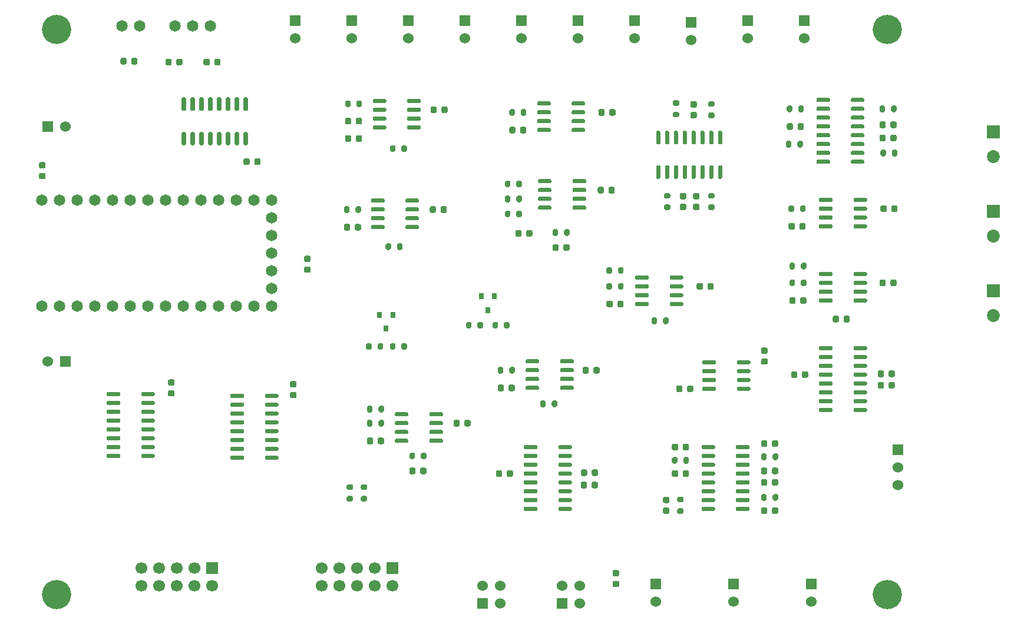
<source format=gts>
%TF.GenerationSoftware,KiCad,Pcbnew,5.1.7-a382d34a8~87~ubuntu18.04.1*%
%TF.CreationDate,2023-12-20T15:51:10-08:00*%
%TF.ProjectId,potentiostat,706f7465-6e74-4696-9f73-7461742e6b69,rev?*%
%TF.SameCoordinates,Original*%
%TF.FileFunction,Soldermask,Top*%
%TF.FilePolarity,Negative*%
%FSLAX46Y46*%
G04 Gerber Fmt 4.6, Leading zero omitted, Abs format (unit mm)*
G04 Created by KiCad (PCBNEW 5.1.7-a382d34a8~87~ubuntu18.04.1) date 2023-12-20 15:51:10*
%MOMM*%
%LPD*%
G01*
G04 APERTURE LIST*
%ADD10C,1.651000*%
%ADD11R,1.524000X1.524000*%
%ADD12C,1.524000*%
%ADD13C,1.700000*%
%ADD14R,1.700000X1.700000*%
%ADD15C,4.200000*%
%ADD16R,0.800000X0.900000*%
%ADD17R,1.854200X1.854200*%
%ADD18C,1.854200*%
G04 APERTURE END LIST*
D10*
%TO.C,U2*%
X52540000Y-79180000D03*
X55080000Y-79180000D03*
X57620000Y-79180000D03*
X60160000Y-79180000D03*
X62700000Y-79180000D03*
X65240000Y-79180000D03*
X67780000Y-79180000D03*
X70320000Y-79180000D03*
X72860000Y-79180000D03*
X75400000Y-79180000D03*
X77940000Y-79180000D03*
X80480000Y-79180000D03*
X83020000Y-79180000D03*
X85560000Y-79180000D03*
X85560000Y-81720000D03*
X85560000Y-84260000D03*
X85560000Y-86800000D03*
X85560000Y-89340000D03*
X85560000Y-91880000D03*
X85560000Y-94420000D03*
X83020000Y-94420000D03*
X80480000Y-94420000D03*
X77940000Y-94420000D03*
X75400000Y-94420000D03*
X72860000Y-94420000D03*
X70320000Y-94420000D03*
X67780000Y-94420000D03*
X65240000Y-94420000D03*
X62700000Y-94420000D03*
X60160000Y-94420000D03*
X57620000Y-94420000D03*
X55080000Y-94420000D03*
X52540000Y-94420000D03*
%TD*%
D11*
%TO.C,P5*%
X53340000Y-68580000D03*
D12*
X55880000Y-68580000D03*
%TD*%
%TO.C,C3*%
G36*
G01*
X174188000Y-104390000D02*
X174188000Y-103890000D01*
G75*
G02*
X174413000Y-103665000I225000J0D01*
G01*
X174863000Y-103665000D01*
G75*
G02*
X175088000Y-103890000I0J-225000D01*
G01*
X175088000Y-104390000D01*
G75*
G02*
X174863000Y-104615000I-225000J0D01*
G01*
X174413000Y-104615000D01*
G75*
G02*
X174188000Y-104390000I0J225000D01*
G01*
G37*
G36*
G01*
X172638000Y-104390000D02*
X172638000Y-103890000D01*
G75*
G02*
X172863000Y-103665000I225000J0D01*
G01*
X173313000Y-103665000D01*
G75*
G02*
X173538000Y-103890000I0J-225000D01*
G01*
X173538000Y-104390000D01*
G75*
G02*
X173313000Y-104615000I-225000J0D01*
G01*
X172863000Y-104615000D01*
G75*
G02*
X172638000Y-104390000I0J225000D01*
G01*
G37*
%TD*%
%TO.C,U11*%
G36*
G01*
X123804000Y-76604000D02*
X123804000Y-76304000D01*
G75*
G02*
X123954000Y-76154000I150000J0D01*
G01*
X125604000Y-76154000D01*
G75*
G02*
X125754000Y-76304000I0J-150000D01*
G01*
X125754000Y-76604000D01*
G75*
G02*
X125604000Y-76754000I-150000J0D01*
G01*
X123954000Y-76754000D01*
G75*
G02*
X123804000Y-76604000I0J150000D01*
G01*
G37*
G36*
G01*
X123804000Y-77874000D02*
X123804000Y-77574000D01*
G75*
G02*
X123954000Y-77424000I150000J0D01*
G01*
X125604000Y-77424000D01*
G75*
G02*
X125754000Y-77574000I0J-150000D01*
G01*
X125754000Y-77874000D01*
G75*
G02*
X125604000Y-78024000I-150000J0D01*
G01*
X123954000Y-78024000D01*
G75*
G02*
X123804000Y-77874000I0J150000D01*
G01*
G37*
G36*
G01*
X123804000Y-79144000D02*
X123804000Y-78844000D01*
G75*
G02*
X123954000Y-78694000I150000J0D01*
G01*
X125604000Y-78694000D01*
G75*
G02*
X125754000Y-78844000I0J-150000D01*
G01*
X125754000Y-79144000D01*
G75*
G02*
X125604000Y-79294000I-150000J0D01*
G01*
X123954000Y-79294000D01*
G75*
G02*
X123804000Y-79144000I0J150000D01*
G01*
G37*
G36*
G01*
X123804000Y-80414000D02*
X123804000Y-80114000D01*
G75*
G02*
X123954000Y-79964000I150000J0D01*
G01*
X125604000Y-79964000D01*
G75*
G02*
X125754000Y-80114000I0J-150000D01*
G01*
X125754000Y-80414000D01*
G75*
G02*
X125604000Y-80564000I-150000J0D01*
G01*
X123954000Y-80564000D01*
G75*
G02*
X123804000Y-80414000I0J150000D01*
G01*
G37*
G36*
G01*
X128754000Y-80414000D02*
X128754000Y-80114000D01*
G75*
G02*
X128904000Y-79964000I150000J0D01*
G01*
X130554000Y-79964000D01*
G75*
G02*
X130704000Y-80114000I0J-150000D01*
G01*
X130704000Y-80414000D01*
G75*
G02*
X130554000Y-80564000I-150000J0D01*
G01*
X128904000Y-80564000D01*
G75*
G02*
X128754000Y-80414000I0J150000D01*
G01*
G37*
G36*
G01*
X128754000Y-79144000D02*
X128754000Y-78844000D01*
G75*
G02*
X128904000Y-78694000I150000J0D01*
G01*
X130554000Y-78694000D01*
G75*
G02*
X130704000Y-78844000I0J-150000D01*
G01*
X130704000Y-79144000D01*
G75*
G02*
X130554000Y-79294000I-150000J0D01*
G01*
X128904000Y-79294000D01*
G75*
G02*
X128754000Y-79144000I0J150000D01*
G01*
G37*
G36*
G01*
X128754000Y-77874000D02*
X128754000Y-77574000D01*
G75*
G02*
X128904000Y-77424000I150000J0D01*
G01*
X130554000Y-77424000D01*
G75*
G02*
X130704000Y-77574000I0J-150000D01*
G01*
X130704000Y-77874000D01*
G75*
G02*
X130554000Y-78024000I-150000J0D01*
G01*
X128904000Y-78024000D01*
G75*
G02*
X128754000Y-77874000I0J150000D01*
G01*
G37*
G36*
G01*
X128754000Y-76604000D02*
X128754000Y-76304000D01*
G75*
G02*
X128904000Y-76154000I150000J0D01*
G01*
X130554000Y-76154000D01*
G75*
G02*
X130704000Y-76304000I0J-150000D01*
G01*
X130704000Y-76604000D01*
G75*
G02*
X130554000Y-76754000I-150000J0D01*
G01*
X128904000Y-76754000D01*
G75*
G02*
X128754000Y-76604000I0J150000D01*
G01*
G37*
%TD*%
D11*
%TO.C,K1*%
X175514000Y-115062000D03*
D12*
X175514000Y-117602000D03*
X175514000Y-120142000D03*
%TD*%
D13*
%TO.C,P14*%
X66802000Y-134620000D03*
X66802000Y-132080000D03*
X69342000Y-134620000D03*
X69342000Y-132080000D03*
X71882000Y-134620000D03*
X71882000Y-132080000D03*
X74422000Y-134620000D03*
X74422000Y-132080000D03*
X76962000Y-134620000D03*
D14*
X76962000Y-132080000D03*
%TD*%
D13*
%TO.C,P13*%
X92710000Y-134620000D03*
X92710000Y-132080000D03*
X95250000Y-134620000D03*
X95250000Y-132080000D03*
X97790000Y-134620000D03*
X97790000Y-132080000D03*
X100330000Y-134620000D03*
X100330000Y-132080000D03*
X102870000Y-134620000D03*
D14*
X102870000Y-132080000D03*
%TD*%
D11*
%TO.C,P7*%
X129540000Y-53340000D03*
D12*
X129540000Y-55880000D03*
%TD*%
D11*
%TO.C,P9*%
X137668000Y-53340000D03*
D12*
X137668000Y-55880000D03*
%TD*%
D11*
%TO.C,P20*%
X163068000Y-134366000D03*
D12*
X163068000Y-136906000D03*
%TD*%
%TO.C,P21*%
X145796000Y-56134000D03*
D11*
X145796000Y-53594000D03*
%TD*%
%TO.C,P19*%
X153924000Y-53340000D03*
D12*
X153924000Y-55880000D03*
%TD*%
D11*
%TO.C,P6*%
X121412000Y-53340000D03*
D12*
X121412000Y-55880000D03*
%TD*%
D11*
%TO.C,P10*%
X105156000Y-53340000D03*
D12*
X105156000Y-55880000D03*
%TD*%
D11*
%TO.C,P12*%
X97028000Y-53340000D03*
D12*
X97028000Y-55880000D03*
%TD*%
D11*
%TO.C,P11*%
X88900000Y-53340000D03*
D12*
X88900000Y-55880000D03*
%TD*%
D11*
%TO.C,P4*%
X55880000Y-102362000D03*
D12*
X53340000Y-102362000D03*
%TD*%
D11*
%TO.C,P18*%
X140716000Y-134366000D03*
D12*
X140716000Y-136906000D03*
%TD*%
D11*
%TO.C,P17*%
X151892000Y-134366000D03*
D12*
X151892000Y-136906000D03*
%TD*%
D11*
%TO.C,P8*%
X113284000Y-53340000D03*
D12*
X113284000Y-55880000D03*
%TD*%
D11*
%TO.C,P16*%
X127254000Y-137160000D03*
D12*
X127254000Y-134620000D03*
X129794000Y-137160000D03*
X129794000Y-134620000D03*
%TD*%
D11*
%TO.C,P15*%
X115824000Y-137160000D03*
D12*
X115824000Y-134620000D03*
X118364000Y-137160000D03*
X118364000Y-134620000D03*
%TD*%
D15*
%TO.C,H3*%
X173990000Y-135890000D03*
%TD*%
%TO.C,H4*%
X54610000Y-135890000D03*
%TD*%
%TO.C,H1*%
X54610000Y-54610000D03*
%TD*%
%TO.C,H2*%
X173990000Y-54610000D03*
%TD*%
%TO.C,C2*%
G36*
G01*
X162642000Y-104017000D02*
X162642000Y-104517000D01*
G75*
G02*
X162417000Y-104742000I-225000J0D01*
G01*
X161967000Y-104742000D01*
G75*
G02*
X161742000Y-104517000I0J225000D01*
G01*
X161742000Y-104017000D01*
G75*
G02*
X161967000Y-103792000I225000J0D01*
G01*
X162417000Y-103792000D01*
G75*
G02*
X162642000Y-104017000I0J-225000D01*
G01*
G37*
G36*
G01*
X161092000Y-104017000D02*
X161092000Y-104517000D01*
G75*
G02*
X160867000Y-104742000I-225000J0D01*
G01*
X160417000Y-104742000D01*
G75*
G02*
X160192000Y-104517000I0J225000D01*
G01*
X160192000Y-104017000D01*
G75*
G02*
X160417000Y-103792000I225000J0D01*
G01*
X160867000Y-103792000D01*
G75*
G02*
X161092000Y-104017000I0J-225000D01*
G01*
G37*
%TD*%
%TO.C,C4*%
G36*
G01*
X174188000Y-106041000D02*
X174188000Y-105541000D01*
G75*
G02*
X174413000Y-105316000I225000J0D01*
G01*
X174863000Y-105316000D01*
G75*
G02*
X175088000Y-105541000I0J-225000D01*
G01*
X175088000Y-106041000D01*
G75*
G02*
X174863000Y-106266000I-225000J0D01*
G01*
X174413000Y-106266000D01*
G75*
G02*
X174188000Y-106041000I0J225000D01*
G01*
G37*
G36*
G01*
X172638000Y-106041000D02*
X172638000Y-105541000D01*
G75*
G02*
X172863000Y-105316000I225000J0D01*
G01*
X173313000Y-105316000D01*
G75*
G02*
X173538000Y-105541000I0J-225000D01*
G01*
X173538000Y-106041000D01*
G75*
G02*
X173313000Y-106266000I-225000J0D01*
G01*
X172863000Y-106266000D01*
G75*
G02*
X172638000Y-106041000I0J225000D01*
G01*
G37*
%TD*%
%TO.C,C5*%
G36*
G01*
X96075000Y-68050000D02*
X96075000Y-67550000D01*
G75*
G02*
X96300000Y-67325000I225000J0D01*
G01*
X96750000Y-67325000D01*
G75*
G02*
X96975000Y-67550000I0J-225000D01*
G01*
X96975000Y-68050000D01*
G75*
G02*
X96750000Y-68275000I-225000J0D01*
G01*
X96300000Y-68275000D01*
G75*
G02*
X96075000Y-68050000I0J225000D01*
G01*
G37*
G36*
G01*
X97625000Y-68050000D02*
X97625000Y-67550000D01*
G75*
G02*
X97850000Y-67325000I225000J0D01*
G01*
X98300000Y-67325000D01*
G75*
G02*
X98525000Y-67550000I0J-225000D01*
G01*
X98525000Y-68050000D01*
G75*
G02*
X98300000Y-68275000I-225000J0D01*
G01*
X97850000Y-68275000D01*
G75*
G02*
X97625000Y-68050000I0J225000D01*
G01*
G37*
%TD*%
%TO.C,C6*%
G36*
G01*
X126802000Y-85729000D02*
X126802000Y-86229000D01*
G75*
G02*
X126577000Y-86454000I-225000J0D01*
G01*
X126127000Y-86454000D01*
G75*
G02*
X125902000Y-86229000I0J225000D01*
G01*
X125902000Y-85729000D01*
G75*
G02*
X126127000Y-85504000I225000J0D01*
G01*
X126577000Y-85504000D01*
G75*
G02*
X126802000Y-85729000I0J-225000D01*
G01*
G37*
G36*
G01*
X128352000Y-85729000D02*
X128352000Y-86229000D01*
G75*
G02*
X128127000Y-86454000I-225000J0D01*
G01*
X127677000Y-86454000D01*
G75*
G02*
X127452000Y-86229000I0J225000D01*
G01*
X127452000Y-85729000D01*
G75*
G02*
X127677000Y-85504000I225000J0D01*
G01*
X128127000Y-85504000D01*
G75*
G02*
X128352000Y-85729000I0J-225000D01*
G01*
G37*
%TD*%
%TO.C,C7*%
G36*
G01*
X52828000Y-76155000D02*
X52328000Y-76155000D01*
G75*
G02*
X52103000Y-75930000I0J225000D01*
G01*
X52103000Y-75480000D01*
G75*
G02*
X52328000Y-75255000I225000J0D01*
G01*
X52828000Y-75255000D01*
G75*
G02*
X53053000Y-75480000I0J-225000D01*
G01*
X53053000Y-75930000D01*
G75*
G02*
X52828000Y-76155000I-225000J0D01*
G01*
G37*
G36*
G01*
X52828000Y-74605000D02*
X52328000Y-74605000D01*
G75*
G02*
X52103000Y-74380000I0J225000D01*
G01*
X52103000Y-73930000D01*
G75*
G02*
X52328000Y-73705000I225000J0D01*
G01*
X52828000Y-73705000D01*
G75*
G02*
X53053000Y-73930000I0J-225000D01*
G01*
X53053000Y-74380000D01*
G75*
G02*
X52828000Y-74605000I-225000J0D01*
G01*
G37*
%TD*%
%TO.C,C8*%
G36*
G01*
X90928000Y-88067000D02*
X90428000Y-88067000D01*
G75*
G02*
X90203000Y-87842000I0J225000D01*
G01*
X90203000Y-87392000D01*
G75*
G02*
X90428000Y-87167000I225000J0D01*
G01*
X90928000Y-87167000D01*
G75*
G02*
X91153000Y-87392000I0J-225000D01*
G01*
X91153000Y-87842000D01*
G75*
G02*
X90928000Y-88067000I-225000J0D01*
G01*
G37*
G36*
G01*
X90928000Y-89617000D02*
X90428000Y-89617000D01*
G75*
G02*
X90203000Y-89392000I0J225000D01*
G01*
X90203000Y-88942000D01*
G75*
G02*
X90428000Y-88717000I225000J0D01*
G01*
X90928000Y-88717000D01*
G75*
G02*
X91153000Y-88942000I0J-225000D01*
G01*
X91153000Y-89392000D01*
G75*
G02*
X90928000Y-89617000I-225000J0D01*
G01*
G37*
%TD*%
%TO.C,C9*%
G36*
G01*
X135251000Y-134829000D02*
X134751000Y-134829000D01*
G75*
G02*
X134526000Y-134604000I0J225000D01*
G01*
X134526000Y-134154000D01*
G75*
G02*
X134751000Y-133929000I225000J0D01*
G01*
X135251000Y-133929000D01*
G75*
G02*
X135476000Y-134154000I0J-225000D01*
G01*
X135476000Y-134604000D01*
G75*
G02*
X135251000Y-134829000I-225000J0D01*
G01*
G37*
G36*
G01*
X135251000Y-133279000D02*
X134751000Y-133279000D01*
G75*
G02*
X134526000Y-133054000I0J225000D01*
G01*
X134526000Y-132604000D01*
G75*
G02*
X134751000Y-132379000I225000J0D01*
G01*
X135251000Y-132379000D01*
G75*
G02*
X135476000Y-132604000I0J-225000D01*
G01*
X135476000Y-133054000D01*
G75*
G02*
X135251000Y-133279000I-225000J0D01*
G01*
G37*
%TD*%
%TO.C,C10*%
G36*
G01*
X71370000Y-105847000D02*
X70870000Y-105847000D01*
G75*
G02*
X70645000Y-105622000I0J225000D01*
G01*
X70645000Y-105172000D01*
G75*
G02*
X70870000Y-104947000I225000J0D01*
G01*
X71370000Y-104947000D01*
G75*
G02*
X71595000Y-105172000I0J-225000D01*
G01*
X71595000Y-105622000D01*
G75*
G02*
X71370000Y-105847000I-225000J0D01*
G01*
G37*
G36*
G01*
X71370000Y-107397000D02*
X70870000Y-107397000D01*
G75*
G02*
X70645000Y-107172000I0J225000D01*
G01*
X70645000Y-106722000D01*
G75*
G02*
X70870000Y-106497000I225000J0D01*
G01*
X71370000Y-106497000D01*
G75*
G02*
X71595000Y-106722000I0J-225000D01*
G01*
X71595000Y-107172000D01*
G75*
G02*
X71370000Y-107397000I-225000J0D01*
G01*
G37*
%TD*%
%TO.C,C11*%
G36*
G01*
X123018000Y-83697000D02*
X123018000Y-84197000D01*
G75*
G02*
X122793000Y-84422000I-225000J0D01*
G01*
X122343000Y-84422000D01*
G75*
G02*
X122118000Y-84197000I0J225000D01*
G01*
X122118000Y-83697000D01*
G75*
G02*
X122343000Y-83472000I225000J0D01*
G01*
X122793000Y-83472000D01*
G75*
G02*
X123018000Y-83697000I0J-225000D01*
G01*
G37*
G36*
G01*
X121468000Y-83697000D02*
X121468000Y-84197000D01*
G75*
G02*
X121243000Y-84422000I-225000J0D01*
G01*
X120793000Y-84422000D01*
G75*
G02*
X120568000Y-84197000I0J225000D01*
G01*
X120568000Y-83697000D01*
G75*
G02*
X120793000Y-83472000I225000J0D01*
G01*
X121243000Y-83472000D01*
G75*
G02*
X121468000Y-83697000I0J-225000D01*
G01*
G37*
%TD*%
%TO.C,C12*%
G36*
G01*
X96975000Y-70050000D02*
X96975000Y-70550000D01*
G75*
G02*
X96750000Y-70775000I-225000J0D01*
G01*
X96300000Y-70775000D01*
G75*
G02*
X96075000Y-70550000I0J225000D01*
G01*
X96075000Y-70050000D01*
G75*
G02*
X96300000Y-69825000I225000J0D01*
G01*
X96750000Y-69825000D01*
G75*
G02*
X96975000Y-70050000I0J-225000D01*
G01*
G37*
G36*
G01*
X98525000Y-70050000D02*
X98525000Y-70550000D01*
G75*
G02*
X98300000Y-70775000I-225000J0D01*
G01*
X97850000Y-70775000D01*
G75*
G02*
X97625000Y-70550000I0J225000D01*
G01*
X97625000Y-70050000D01*
G75*
G02*
X97850000Y-69825000I225000J0D01*
G01*
X98300000Y-69825000D01*
G75*
G02*
X98525000Y-70050000I0J-225000D01*
G01*
G37*
%TD*%
%TO.C,C13*%
G36*
G01*
X144403000Y-78150000D02*
X144903000Y-78150000D01*
G75*
G02*
X145128000Y-78375000I0J-225000D01*
G01*
X145128000Y-78825000D01*
G75*
G02*
X144903000Y-79050000I-225000J0D01*
G01*
X144403000Y-79050000D01*
G75*
G02*
X144178000Y-78825000I0J225000D01*
G01*
X144178000Y-78375000D01*
G75*
G02*
X144403000Y-78150000I225000J0D01*
G01*
G37*
G36*
G01*
X144403000Y-79700000D02*
X144903000Y-79700000D01*
G75*
G02*
X145128000Y-79925000I0J-225000D01*
G01*
X145128000Y-80375000D01*
G75*
G02*
X144903000Y-80600000I-225000J0D01*
G01*
X144403000Y-80600000D01*
G75*
G02*
X144178000Y-80375000I0J225000D01*
G01*
X144178000Y-79925000D01*
G75*
G02*
X144403000Y-79700000I225000J0D01*
G01*
G37*
%TD*%
%TO.C,C14*%
G36*
G01*
X122129000Y-68838000D02*
X122129000Y-69338000D01*
G75*
G02*
X121904000Y-69563000I-225000J0D01*
G01*
X121454000Y-69563000D01*
G75*
G02*
X121229000Y-69338000I0J225000D01*
G01*
X121229000Y-68838000D01*
G75*
G02*
X121454000Y-68613000I225000J0D01*
G01*
X121904000Y-68613000D01*
G75*
G02*
X122129000Y-68838000I0J-225000D01*
G01*
G37*
G36*
G01*
X120579000Y-68838000D02*
X120579000Y-69338000D01*
G75*
G02*
X120354000Y-69563000I-225000J0D01*
G01*
X119904000Y-69563000D01*
G75*
G02*
X119679000Y-69338000I0J225000D01*
G01*
X119679000Y-68838000D01*
G75*
G02*
X119904000Y-68613000I225000J0D01*
G01*
X120354000Y-68613000D01*
G75*
G02*
X120579000Y-68838000I0J-225000D01*
G01*
G37*
%TD*%
%TO.C,C15*%
G36*
G01*
X98380000Y-82808000D02*
X98380000Y-83308000D01*
G75*
G02*
X98155000Y-83533000I-225000J0D01*
G01*
X97705000Y-83533000D01*
G75*
G02*
X97480000Y-83308000I0J225000D01*
G01*
X97480000Y-82808000D01*
G75*
G02*
X97705000Y-82583000I225000J0D01*
G01*
X98155000Y-82583000D01*
G75*
G02*
X98380000Y-82808000I0J-225000D01*
G01*
G37*
G36*
G01*
X96830000Y-82808000D02*
X96830000Y-83308000D01*
G75*
G02*
X96605000Y-83533000I-225000J0D01*
G01*
X96155000Y-83533000D01*
G75*
G02*
X95930000Y-83308000I0J225000D01*
G01*
X95930000Y-82808000D01*
G75*
G02*
X96155000Y-82583000I225000J0D01*
G01*
X96605000Y-82583000D01*
G75*
G02*
X96830000Y-82808000I0J-225000D01*
G01*
G37*
%TD*%
%TO.C,C16*%
G36*
G01*
X133929000Y-77974000D02*
X133929000Y-77474000D01*
G75*
G02*
X134154000Y-77249000I225000J0D01*
G01*
X134604000Y-77249000D01*
G75*
G02*
X134829000Y-77474000I0J-225000D01*
G01*
X134829000Y-77974000D01*
G75*
G02*
X134604000Y-78199000I-225000J0D01*
G01*
X134154000Y-78199000D01*
G75*
G02*
X133929000Y-77974000I0J225000D01*
G01*
G37*
G36*
G01*
X132379000Y-77974000D02*
X132379000Y-77474000D01*
G75*
G02*
X132604000Y-77249000I225000J0D01*
G01*
X133054000Y-77249000D01*
G75*
G02*
X133279000Y-77474000I0J-225000D01*
G01*
X133279000Y-77974000D01*
G75*
G02*
X133054000Y-78199000I-225000J0D01*
G01*
X132604000Y-78199000D01*
G75*
G02*
X132379000Y-77974000I0J225000D01*
G01*
G37*
%TD*%
%TO.C,C17*%
G36*
G01*
X146427000Y-65842000D02*
X145927000Y-65842000D01*
G75*
G02*
X145702000Y-65617000I0J225000D01*
G01*
X145702000Y-65167000D01*
G75*
G02*
X145927000Y-64942000I225000J0D01*
G01*
X146427000Y-64942000D01*
G75*
G02*
X146652000Y-65167000I0J-225000D01*
G01*
X146652000Y-65617000D01*
G75*
G02*
X146427000Y-65842000I-225000J0D01*
G01*
G37*
G36*
G01*
X146427000Y-67392000D02*
X145927000Y-67392000D01*
G75*
G02*
X145702000Y-67167000I0J225000D01*
G01*
X145702000Y-66717000D01*
G75*
G02*
X145927000Y-66492000I225000J0D01*
G01*
X146427000Y-66492000D01*
G75*
G02*
X146652000Y-66717000I0J-225000D01*
G01*
X146652000Y-67167000D01*
G75*
G02*
X146427000Y-67392000I-225000J0D01*
G01*
G37*
%TD*%
%TO.C,C18*%
G36*
G01*
X109926000Y-66417000D02*
X109926000Y-65917000D01*
G75*
G02*
X110151000Y-65692000I225000J0D01*
G01*
X110601000Y-65692000D01*
G75*
G02*
X110826000Y-65917000I0J-225000D01*
G01*
X110826000Y-66417000D01*
G75*
G02*
X110601000Y-66642000I-225000J0D01*
G01*
X110151000Y-66642000D01*
G75*
G02*
X109926000Y-66417000I0J225000D01*
G01*
G37*
G36*
G01*
X108376000Y-66417000D02*
X108376000Y-65917000D01*
G75*
G02*
X108601000Y-65692000I225000J0D01*
G01*
X109051000Y-65692000D01*
G75*
G02*
X109276000Y-65917000I0J-225000D01*
G01*
X109276000Y-66417000D01*
G75*
G02*
X109051000Y-66642000I-225000J0D01*
G01*
X108601000Y-66642000D01*
G75*
G02*
X108376000Y-66417000I0J225000D01*
G01*
G37*
%TD*%
%TO.C,C19*%
G36*
G01*
X134056000Y-66798000D02*
X134056000Y-66298000D01*
G75*
G02*
X134281000Y-66073000I225000J0D01*
G01*
X134731000Y-66073000D01*
G75*
G02*
X134956000Y-66298000I0J-225000D01*
G01*
X134956000Y-66798000D01*
G75*
G02*
X134731000Y-67023000I-225000J0D01*
G01*
X134281000Y-67023000D01*
G75*
G02*
X134056000Y-66798000I0J225000D01*
G01*
G37*
G36*
G01*
X132506000Y-66798000D02*
X132506000Y-66298000D01*
G75*
G02*
X132731000Y-66073000I225000J0D01*
G01*
X133181000Y-66073000D01*
G75*
G02*
X133406000Y-66298000I0J-225000D01*
G01*
X133406000Y-66798000D01*
G75*
G02*
X133181000Y-67023000I-225000J0D01*
G01*
X132731000Y-67023000D01*
G75*
G02*
X132506000Y-66798000I0J225000D01*
G01*
G37*
%TD*%
%TO.C,C20*%
G36*
G01*
X146308000Y-78150000D02*
X146808000Y-78150000D01*
G75*
G02*
X147033000Y-78375000I0J-225000D01*
G01*
X147033000Y-78825000D01*
G75*
G02*
X146808000Y-79050000I-225000J0D01*
G01*
X146308000Y-79050000D01*
G75*
G02*
X146083000Y-78825000I0J225000D01*
G01*
X146083000Y-78375000D01*
G75*
G02*
X146308000Y-78150000I225000J0D01*
G01*
G37*
G36*
G01*
X146308000Y-79700000D02*
X146808000Y-79700000D01*
G75*
G02*
X147033000Y-79925000I0J-225000D01*
G01*
X147033000Y-80375000D01*
G75*
G02*
X146808000Y-80600000I-225000J0D01*
G01*
X146308000Y-80600000D01*
G75*
G02*
X146083000Y-80375000I0J225000D01*
G01*
X146083000Y-79925000D01*
G75*
G02*
X146308000Y-79700000I225000J0D01*
G01*
G37*
%TD*%
%TO.C,C21*%
G36*
G01*
X108249000Y-80768000D02*
X108249000Y-80268000D01*
G75*
G02*
X108474000Y-80043000I225000J0D01*
G01*
X108924000Y-80043000D01*
G75*
G02*
X109149000Y-80268000I0J-225000D01*
G01*
X109149000Y-80768000D01*
G75*
G02*
X108924000Y-80993000I-225000J0D01*
G01*
X108474000Y-80993000D01*
G75*
G02*
X108249000Y-80768000I0J225000D01*
G01*
G37*
G36*
G01*
X109799000Y-80768000D02*
X109799000Y-80268000D01*
G75*
G02*
X110024000Y-80043000I225000J0D01*
G01*
X110474000Y-80043000D01*
G75*
G02*
X110699000Y-80268000I0J-225000D01*
G01*
X110699000Y-80768000D01*
G75*
G02*
X110474000Y-80993000I-225000J0D01*
G01*
X110024000Y-80993000D01*
G75*
G02*
X109799000Y-80768000I0J225000D01*
G01*
G37*
%TD*%
%TO.C,C22*%
G36*
G01*
X70276000Y-59559000D02*
X70276000Y-59059000D01*
G75*
G02*
X70501000Y-58834000I225000J0D01*
G01*
X70951000Y-58834000D01*
G75*
G02*
X71176000Y-59059000I0J-225000D01*
G01*
X71176000Y-59559000D01*
G75*
G02*
X70951000Y-59784000I-225000J0D01*
G01*
X70501000Y-59784000D01*
G75*
G02*
X70276000Y-59559000I0J225000D01*
G01*
G37*
G36*
G01*
X71826000Y-59559000D02*
X71826000Y-59059000D01*
G75*
G02*
X72051000Y-58834000I225000J0D01*
G01*
X72501000Y-58834000D01*
G75*
G02*
X72726000Y-59059000I0J-225000D01*
G01*
X72726000Y-59559000D01*
G75*
G02*
X72501000Y-59784000I-225000J0D01*
G01*
X72051000Y-59784000D01*
G75*
G02*
X71826000Y-59559000I0J225000D01*
G01*
G37*
%TD*%
%TO.C,C23*%
G36*
G01*
X76637000Y-59059000D02*
X76637000Y-59559000D01*
G75*
G02*
X76412000Y-59784000I-225000J0D01*
G01*
X75962000Y-59784000D01*
G75*
G02*
X75737000Y-59559000I0J225000D01*
G01*
X75737000Y-59059000D01*
G75*
G02*
X75962000Y-58834000I225000J0D01*
G01*
X76412000Y-58834000D01*
G75*
G02*
X76637000Y-59059000I0J-225000D01*
G01*
G37*
G36*
G01*
X78187000Y-59059000D02*
X78187000Y-59559000D01*
G75*
G02*
X77962000Y-59784000I-225000J0D01*
G01*
X77512000Y-59784000D01*
G75*
G02*
X77287000Y-59559000I0J225000D01*
G01*
X77287000Y-59059000D01*
G75*
G02*
X77512000Y-58834000I225000J0D01*
G01*
X77962000Y-58834000D01*
G75*
G02*
X78187000Y-59059000I0J-225000D01*
G01*
G37*
%TD*%
%TO.C,C24*%
G36*
G01*
X65349000Y-59432000D02*
X65349000Y-58932000D01*
G75*
G02*
X65574000Y-58707000I225000J0D01*
G01*
X66024000Y-58707000D01*
G75*
G02*
X66249000Y-58932000I0J-225000D01*
G01*
X66249000Y-59432000D01*
G75*
G02*
X66024000Y-59657000I-225000J0D01*
G01*
X65574000Y-59657000D01*
G75*
G02*
X65349000Y-59432000I0J225000D01*
G01*
G37*
G36*
G01*
X63799000Y-59432000D02*
X63799000Y-58932000D01*
G75*
G02*
X64024000Y-58707000I225000J0D01*
G01*
X64474000Y-58707000D01*
G75*
G02*
X64699000Y-58932000I0J-225000D01*
G01*
X64699000Y-59432000D01*
G75*
G02*
X64474000Y-59657000I-225000J0D01*
G01*
X64024000Y-59657000D01*
G75*
G02*
X63799000Y-59432000I0J225000D01*
G01*
G37*
%TD*%
%TO.C,C25*%
G36*
G01*
X145497000Y-114431000D02*
X145497000Y-114931000D01*
G75*
G02*
X145272000Y-115156000I-225000J0D01*
G01*
X144822000Y-115156000D01*
G75*
G02*
X144597000Y-114931000I0J225000D01*
G01*
X144597000Y-114431000D01*
G75*
G02*
X144822000Y-114206000I225000J0D01*
G01*
X145272000Y-114206000D01*
G75*
G02*
X145497000Y-114431000I0J-225000D01*
G01*
G37*
G36*
G01*
X143947000Y-114431000D02*
X143947000Y-114931000D01*
G75*
G02*
X143722000Y-115156000I-225000J0D01*
G01*
X143272000Y-115156000D01*
G75*
G02*
X143047000Y-114931000I0J225000D01*
G01*
X143047000Y-114431000D01*
G75*
G02*
X143272000Y-114206000I225000J0D01*
G01*
X143722000Y-114206000D01*
G75*
G02*
X143947000Y-114431000I0J-225000D01*
G01*
G37*
%TD*%
%TO.C,C26*%
G36*
G01*
X141990000Y-123388000D02*
X142490000Y-123388000D01*
G75*
G02*
X142715000Y-123613000I0J-225000D01*
G01*
X142715000Y-124063000D01*
G75*
G02*
X142490000Y-124288000I-225000J0D01*
G01*
X141990000Y-124288000D01*
G75*
G02*
X141765000Y-124063000I0J225000D01*
G01*
X141765000Y-123613000D01*
G75*
G02*
X141990000Y-123388000I225000J0D01*
G01*
G37*
G36*
G01*
X141990000Y-121838000D02*
X142490000Y-121838000D01*
G75*
G02*
X142715000Y-122063000I0J-225000D01*
G01*
X142715000Y-122513000D01*
G75*
G02*
X142490000Y-122738000I-225000J0D01*
G01*
X141990000Y-122738000D01*
G75*
G02*
X141765000Y-122513000I0J225000D01*
G01*
X141765000Y-122063000D01*
G75*
G02*
X141990000Y-121838000I225000J0D01*
G01*
G37*
%TD*%
%TO.C,C27*%
G36*
G01*
X155874000Y-124075000D02*
X155874000Y-123575000D01*
G75*
G02*
X156099000Y-123350000I225000J0D01*
G01*
X156549000Y-123350000D01*
G75*
G02*
X156774000Y-123575000I0J-225000D01*
G01*
X156774000Y-124075000D01*
G75*
G02*
X156549000Y-124300000I-225000J0D01*
G01*
X156099000Y-124300000D01*
G75*
G02*
X155874000Y-124075000I0J225000D01*
G01*
G37*
G36*
G01*
X157424000Y-124075000D02*
X157424000Y-123575000D01*
G75*
G02*
X157649000Y-123350000I225000J0D01*
G01*
X158099000Y-123350000D01*
G75*
G02*
X158324000Y-123575000I0J-225000D01*
G01*
X158324000Y-124075000D01*
G75*
G02*
X158099000Y-124300000I-225000J0D01*
G01*
X157649000Y-124300000D01*
G75*
G02*
X157424000Y-124075000I0J225000D01*
G01*
G37*
%TD*%
%TO.C,C28*%
G36*
G01*
X155874000Y-114423000D02*
X155874000Y-113923000D01*
G75*
G02*
X156099000Y-113698000I225000J0D01*
G01*
X156549000Y-113698000D01*
G75*
G02*
X156774000Y-113923000I0J-225000D01*
G01*
X156774000Y-114423000D01*
G75*
G02*
X156549000Y-114648000I-225000J0D01*
G01*
X156099000Y-114648000D01*
G75*
G02*
X155874000Y-114423000I0J225000D01*
G01*
G37*
G36*
G01*
X157424000Y-114423000D02*
X157424000Y-113923000D01*
G75*
G02*
X157649000Y-113698000I225000J0D01*
G01*
X158099000Y-113698000D01*
G75*
G02*
X158324000Y-113923000I0J-225000D01*
G01*
X158324000Y-114423000D01*
G75*
G02*
X158099000Y-114648000I-225000J0D01*
G01*
X157649000Y-114648000D01*
G75*
G02*
X157424000Y-114423000I0J225000D01*
G01*
G37*
%TD*%
%TO.C,C29*%
G36*
G01*
X167061000Y-96016000D02*
X167061000Y-96516000D01*
G75*
G02*
X166836000Y-96741000I-225000J0D01*
G01*
X166386000Y-96741000D01*
G75*
G02*
X166161000Y-96516000I0J225000D01*
G01*
X166161000Y-96016000D01*
G75*
G02*
X166386000Y-95791000I225000J0D01*
G01*
X166836000Y-95791000D01*
G75*
G02*
X167061000Y-96016000I0J-225000D01*
G01*
G37*
G36*
G01*
X168611000Y-96016000D02*
X168611000Y-96516000D01*
G75*
G02*
X168386000Y-96741000I-225000J0D01*
G01*
X167936000Y-96741000D01*
G75*
G02*
X167711000Y-96516000I0J225000D01*
G01*
X167711000Y-96016000D01*
G75*
G02*
X167936000Y-95791000I225000J0D01*
G01*
X168386000Y-95791000D01*
G75*
G02*
X168611000Y-96016000I0J-225000D01*
G01*
G37*
%TD*%
%TO.C,C30*%
G36*
G01*
X107778000Y-117860000D02*
X107778000Y-118360000D01*
G75*
G02*
X107553000Y-118585000I-225000J0D01*
G01*
X107103000Y-118585000D01*
G75*
G02*
X106878000Y-118360000I0J225000D01*
G01*
X106878000Y-117860000D01*
G75*
G02*
X107103000Y-117635000I225000J0D01*
G01*
X107553000Y-117635000D01*
G75*
G02*
X107778000Y-117860000I0J-225000D01*
G01*
G37*
G36*
G01*
X106228000Y-117860000D02*
X106228000Y-118360000D01*
G75*
G02*
X106003000Y-118585000I-225000J0D01*
G01*
X105553000Y-118585000D01*
G75*
G02*
X105328000Y-118360000I0J225000D01*
G01*
X105328000Y-117860000D01*
G75*
G02*
X105553000Y-117635000I225000J0D01*
G01*
X106003000Y-117635000D01*
G75*
G02*
X106228000Y-117860000I0J-225000D01*
G01*
G37*
%TD*%
%TO.C,C31*%
G36*
G01*
X160457000Y-68330000D02*
X160457000Y-68830000D01*
G75*
G02*
X160232000Y-69055000I-225000J0D01*
G01*
X159782000Y-69055000D01*
G75*
G02*
X159557000Y-68830000I0J225000D01*
G01*
X159557000Y-68330000D01*
G75*
G02*
X159782000Y-68105000I225000J0D01*
G01*
X160232000Y-68105000D01*
G75*
G02*
X160457000Y-68330000I0J-225000D01*
G01*
G37*
G36*
G01*
X162007000Y-68330000D02*
X162007000Y-68830000D01*
G75*
G02*
X161782000Y-69055000I-225000J0D01*
G01*
X161332000Y-69055000D01*
G75*
G02*
X161107000Y-68830000I0J225000D01*
G01*
X161107000Y-68330000D01*
G75*
G02*
X161332000Y-68105000I225000J0D01*
G01*
X161782000Y-68105000D01*
G75*
G02*
X162007000Y-68330000I0J-225000D01*
G01*
G37*
%TD*%
%TO.C,C32*%
G36*
G01*
X160838000Y-93349000D02*
X160838000Y-93849000D01*
G75*
G02*
X160613000Y-94074000I-225000J0D01*
G01*
X160163000Y-94074000D01*
G75*
G02*
X159938000Y-93849000I0J225000D01*
G01*
X159938000Y-93349000D01*
G75*
G02*
X160163000Y-93124000I225000J0D01*
G01*
X160613000Y-93124000D01*
G75*
G02*
X160838000Y-93349000I0J-225000D01*
G01*
G37*
G36*
G01*
X162388000Y-93349000D02*
X162388000Y-93849000D01*
G75*
G02*
X162163000Y-94074000I-225000J0D01*
G01*
X161713000Y-94074000D01*
G75*
G02*
X161488000Y-93849000I0J225000D01*
G01*
X161488000Y-93349000D01*
G75*
G02*
X161713000Y-93124000I225000J0D01*
G01*
X162163000Y-93124000D01*
G75*
G02*
X162388000Y-93349000I0J-225000D01*
G01*
G37*
%TD*%
%TO.C,C33*%
G36*
G01*
X145497000Y-118241000D02*
X145497000Y-118741000D01*
G75*
G02*
X145272000Y-118966000I-225000J0D01*
G01*
X144822000Y-118966000D01*
G75*
G02*
X144597000Y-118741000I0J225000D01*
G01*
X144597000Y-118241000D01*
G75*
G02*
X144822000Y-118016000I225000J0D01*
G01*
X145272000Y-118016000D01*
G75*
G02*
X145497000Y-118241000I0J-225000D01*
G01*
G37*
G36*
G01*
X143947000Y-118241000D02*
X143947000Y-118741000D01*
G75*
G02*
X143722000Y-118966000I-225000J0D01*
G01*
X143272000Y-118966000D01*
G75*
G02*
X143047000Y-118741000I0J225000D01*
G01*
X143047000Y-118241000D01*
G75*
G02*
X143272000Y-118016000I225000J0D01*
G01*
X143722000Y-118016000D01*
G75*
G02*
X143947000Y-118241000I0J-225000D01*
G01*
G37*
%TD*%
%TO.C,C34*%
G36*
G01*
X144582000Y-106049000D02*
X144582000Y-106549000D01*
G75*
G02*
X144357000Y-106774000I-225000J0D01*
G01*
X143907000Y-106774000D01*
G75*
G02*
X143682000Y-106549000I0J225000D01*
G01*
X143682000Y-106049000D01*
G75*
G02*
X143907000Y-105824000I225000J0D01*
G01*
X144357000Y-105824000D01*
G75*
G02*
X144582000Y-106049000I0J-225000D01*
G01*
G37*
G36*
G01*
X146132000Y-106049000D02*
X146132000Y-106549000D01*
G75*
G02*
X145907000Y-106774000I-225000J0D01*
G01*
X145457000Y-106774000D01*
G75*
G02*
X145232000Y-106549000I0J225000D01*
G01*
X145232000Y-106049000D01*
G75*
G02*
X145457000Y-105824000I225000J0D01*
G01*
X145907000Y-105824000D01*
G75*
G02*
X146132000Y-106049000I0J-225000D01*
G01*
G37*
%TD*%
%TO.C,C35*%
G36*
G01*
X172892000Y-68576000D02*
X172892000Y-68076000D01*
G75*
G02*
X173117000Y-67851000I225000J0D01*
G01*
X173567000Y-67851000D01*
G75*
G02*
X173792000Y-68076000I0J-225000D01*
G01*
X173792000Y-68576000D01*
G75*
G02*
X173567000Y-68801000I-225000J0D01*
G01*
X173117000Y-68801000D01*
G75*
G02*
X172892000Y-68576000I0J225000D01*
G01*
G37*
G36*
G01*
X174442000Y-68576000D02*
X174442000Y-68076000D01*
G75*
G02*
X174667000Y-67851000I225000J0D01*
G01*
X175117000Y-67851000D01*
G75*
G02*
X175342000Y-68076000I0J-225000D01*
G01*
X175342000Y-68576000D01*
G75*
G02*
X175117000Y-68801000I-225000J0D01*
G01*
X174667000Y-68801000D01*
G75*
G02*
X174442000Y-68576000I0J225000D01*
G01*
G37*
%TD*%
%TO.C,C36*%
G36*
G01*
X160711000Y-82681000D02*
X160711000Y-83181000D01*
G75*
G02*
X160486000Y-83406000I-225000J0D01*
G01*
X160036000Y-83406000D01*
G75*
G02*
X159811000Y-83181000I0J225000D01*
G01*
X159811000Y-82681000D01*
G75*
G02*
X160036000Y-82456000I225000J0D01*
G01*
X160486000Y-82456000D01*
G75*
G02*
X160711000Y-82681000I0J-225000D01*
G01*
G37*
G36*
G01*
X162261000Y-82681000D02*
X162261000Y-83181000D01*
G75*
G02*
X162036000Y-83406000I-225000J0D01*
G01*
X161586000Y-83406000D01*
G75*
G02*
X161361000Y-83181000I0J225000D01*
G01*
X161361000Y-82681000D01*
G75*
G02*
X161586000Y-82456000I225000J0D01*
G01*
X162036000Y-82456000D01*
G75*
G02*
X162261000Y-82681000I0J-225000D01*
G01*
G37*
%TD*%
%TO.C,C37*%
G36*
G01*
X157424000Y-118360000D02*
X157424000Y-117860000D01*
G75*
G02*
X157649000Y-117635000I225000J0D01*
G01*
X158099000Y-117635000D01*
G75*
G02*
X158324000Y-117860000I0J-225000D01*
G01*
X158324000Y-118360000D01*
G75*
G02*
X158099000Y-118585000I-225000J0D01*
G01*
X157649000Y-118585000D01*
G75*
G02*
X157424000Y-118360000I0J225000D01*
G01*
G37*
G36*
G01*
X155874000Y-118360000D02*
X155874000Y-117860000D01*
G75*
G02*
X156099000Y-117635000I225000J0D01*
G01*
X156549000Y-117635000D01*
G75*
G02*
X156774000Y-117860000I0J-225000D01*
G01*
X156774000Y-118360000D01*
G75*
G02*
X156549000Y-118585000I-225000J0D01*
G01*
X156099000Y-118585000D01*
G75*
G02*
X155874000Y-118360000I0J225000D01*
G01*
G37*
%TD*%
%TO.C,C38*%
G36*
G01*
X156587000Y-102825000D02*
X156087000Y-102825000D01*
G75*
G02*
X155862000Y-102600000I0J225000D01*
G01*
X155862000Y-102150000D01*
G75*
G02*
X156087000Y-101925000I225000J0D01*
G01*
X156587000Y-101925000D01*
G75*
G02*
X156812000Y-102150000I0J-225000D01*
G01*
X156812000Y-102600000D01*
G75*
G02*
X156587000Y-102825000I-225000J0D01*
G01*
G37*
G36*
G01*
X156587000Y-101275000D02*
X156087000Y-101275000D01*
G75*
G02*
X155862000Y-101050000I0J225000D01*
G01*
X155862000Y-100600000D01*
G75*
G02*
X156087000Y-100375000I225000J0D01*
G01*
X156587000Y-100375000D01*
G75*
G02*
X156812000Y-100600000I0J-225000D01*
G01*
X156812000Y-101050000D01*
G75*
G02*
X156587000Y-101275000I-225000J0D01*
G01*
G37*
%TD*%
%TO.C,C39*%
G36*
G01*
X136099000Y-93857000D02*
X136099000Y-94357000D01*
G75*
G02*
X135874000Y-94582000I-225000J0D01*
G01*
X135424000Y-94582000D01*
G75*
G02*
X135199000Y-94357000I0J225000D01*
G01*
X135199000Y-93857000D01*
G75*
G02*
X135424000Y-93632000I225000J0D01*
G01*
X135874000Y-93632000D01*
G75*
G02*
X136099000Y-93857000I0J-225000D01*
G01*
G37*
G36*
G01*
X134549000Y-93857000D02*
X134549000Y-94357000D01*
G75*
G02*
X134324000Y-94582000I-225000J0D01*
G01*
X133874000Y-94582000D01*
G75*
G02*
X133649000Y-94357000I0J225000D01*
G01*
X133649000Y-93857000D01*
G75*
G02*
X133874000Y-93632000I225000J0D01*
G01*
X134324000Y-93632000D01*
G75*
G02*
X134549000Y-93857000I0J-225000D01*
G01*
G37*
%TD*%
%TO.C,C40*%
G36*
G01*
X172892000Y-70481000D02*
X172892000Y-69981000D01*
G75*
G02*
X173117000Y-69756000I225000J0D01*
G01*
X173567000Y-69756000D01*
G75*
G02*
X173792000Y-69981000I0J-225000D01*
G01*
X173792000Y-70481000D01*
G75*
G02*
X173567000Y-70706000I-225000J0D01*
G01*
X173117000Y-70706000D01*
G75*
G02*
X172892000Y-70481000I0J225000D01*
G01*
G37*
G36*
G01*
X174442000Y-70481000D02*
X174442000Y-69981000D01*
G75*
G02*
X174667000Y-69756000I225000J0D01*
G01*
X175117000Y-69756000D01*
G75*
G02*
X175342000Y-69981000I0J-225000D01*
G01*
X175342000Y-70481000D01*
G75*
G02*
X175117000Y-70706000I-225000J0D01*
G01*
X174667000Y-70706000D01*
G75*
G02*
X174442000Y-70481000I0J225000D01*
G01*
G37*
%TD*%
%TO.C,C41*%
G36*
G01*
X157424000Y-120011000D02*
X157424000Y-119511000D01*
G75*
G02*
X157649000Y-119286000I225000J0D01*
G01*
X158099000Y-119286000D01*
G75*
G02*
X158324000Y-119511000I0J-225000D01*
G01*
X158324000Y-120011000D01*
G75*
G02*
X158099000Y-120236000I-225000J0D01*
G01*
X157649000Y-120236000D01*
G75*
G02*
X157424000Y-120011000I0J225000D01*
G01*
G37*
G36*
G01*
X155874000Y-120011000D02*
X155874000Y-119511000D01*
G75*
G02*
X156099000Y-119286000I225000J0D01*
G01*
X156549000Y-119286000D01*
G75*
G02*
X156774000Y-119511000I0J-225000D01*
G01*
X156774000Y-120011000D01*
G75*
G02*
X156549000Y-120236000I-225000J0D01*
G01*
X156099000Y-120236000D01*
G75*
G02*
X155874000Y-120011000I0J225000D01*
G01*
G37*
%TD*%
%TO.C,C42*%
G36*
G01*
X120478000Y-105922000D02*
X120478000Y-106422000D01*
G75*
G02*
X120253000Y-106647000I-225000J0D01*
G01*
X119803000Y-106647000D01*
G75*
G02*
X119578000Y-106422000I0J225000D01*
G01*
X119578000Y-105922000D01*
G75*
G02*
X119803000Y-105697000I225000J0D01*
G01*
X120253000Y-105697000D01*
G75*
G02*
X120478000Y-105922000I0J-225000D01*
G01*
G37*
G36*
G01*
X118928000Y-105922000D02*
X118928000Y-106422000D01*
G75*
G02*
X118703000Y-106647000I-225000J0D01*
G01*
X118253000Y-106647000D01*
G75*
G02*
X118028000Y-106422000I0J225000D01*
G01*
X118028000Y-105922000D01*
G75*
G02*
X118253000Y-105697000I225000J0D01*
G01*
X118703000Y-105697000D01*
G75*
G02*
X118928000Y-105922000I0J-225000D01*
G01*
G37*
%TD*%
%TO.C,C43*%
G36*
G01*
X174442000Y-91309000D02*
X174442000Y-90809000D01*
G75*
G02*
X174667000Y-90584000I225000J0D01*
G01*
X175117000Y-90584000D01*
G75*
G02*
X175342000Y-90809000I0J-225000D01*
G01*
X175342000Y-91309000D01*
G75*
G02*
X175117000Y-91534000I-225000J0D01*
G01*
X174667000Y-91534000D01*
G75*
G02*
X174442000Y-91309000I0J225000D01*
G01*
G37*
G36*
G01*
X172892000Y-91309000D02*
X172892000Y-90809000D01*
G75*
G02*
X173117000Y-90584000I225000J0D01*
G01*
X173567000Y-90584000D01*
G75*
G02*
X173792000Y-90809000I0J-225000D01*
G01*
X173792000Y-91309000D01*
G75*
G02*
X173567000Y-91534000I-225000J0D01*
G01*
X173117000Y-91534000D01*
G75*
G02*
X172892000Y-91309000I0J225000D01*
G01*
G37*
%TD*%
%TO.C,C44*%
G36*
G01*
X100132000Y-113542000D02*
X100132000Y-114042000D01*
G75*
G02*
X99907000Y-114267000I-225000J0D01*
G01*
X99457000Y-114267000D01*
G75*
G02*
X99232000Y-114042000I0J225000D01*
G01*
X99232000Y-113542000D01*
G75*
G02*
X99457000Y-113317000I225000J0D01*
G01*
X99907000Y-113317000D01*
G75*
G02*
X100132000Y-113542000I0J-225000D01*
G01*
G37*
G36*
G01*
X101682000Y-113542000D02*
X101682000Y-114042000D01*
G75*
G02*
X101457000Y-114267000I-225000J0D01*
G01*
X101007000Y-114267000D01*
G75*
G02*
X100782000Y-114042000I0J225000D01*
G01*
X100782000Y-113542000D01*
G75*
G02*
X101007000Y-113317000I225000J0D01*
G01*
X101457000Y-113317000D01*
G75*
G02*
X101682000Y-113542000I0J-225000D01*
G01*
G37*
%TD*%
%TO.C,C45*%
G36*
G01*
X173019000Y-80641000D02*
X173019000Y-80141000D01*
G75*
G02*
X173244000Y-79916000I225000J0D01*
G01*
X173694000Y-79916000D01*
G75*
G02*
X173919000Y-80141000I0J-225000D01*
G01*
X173919000Y-80641000D01*
G75*
G02*
X173694000Y-80866000I-225000J0D01*
G01*
X173244000Y-80866000D01*
G75*
G02*
X173019000Y-80641000I0J225000D01*
G01*
G37*
G36*
G01*
X174569000Y-80641000D02*
X174569000Y-80141000D01*
G75*
G02*
X174794000Y-79916000I225000J0D01*
G01*
X175244000Y-79916000D01*
G75*
G02*
X175469000Y-80141000I0J-225000D01*
G01*
X175469000Y-80641000D01*
G75*
G02*
X175244000Y-80866000I-225000J0D01*
G01*
X174794000Y-80866000D01*
G75*
G02*
X174569000Y-80641000I0J225000D01*
G01*
G37*
%TD*%
%TO.C,C46*%
G36*
G01*
X88896000Y-107651000D02*
X88396000Y-107651000D01*
G75*
G02*
X88171000Y-107426000I0J225000D01*
G01*
X88171000Y-106976000D01*
G75*
G02*
X88396000Y-106751000I225000J0D01*
G01*
X88896000Y-106751000D01*
G75*
G02*
X89121000Y-106976000I0J-225000D01*
G01*
X89121000Y-107426000D01*
G75*
G02*
X88896000Y-107651000I-225000J0D01*
G01*
G37*
G36*
G01*
X88896000Y-106101000D02*
X88396000Y-106101000D01*
G75*
G02*
X88171000Y-105876000I0J225000D01*
G01*
X88171000Y-105426000D01*
G75*
G02*
X88396000Y-105201000I225000J0D01*
G01*
X88896000Y-105201000D01*
G75*
G02*
X89121000Y-105426000I0J-225000D01*
G01*
X89121000Y-105876000D01*
G75*
G02*
X88896000Y-106101000I-225000J0D01*
G01*
G37*
%TD*%
%TO.C,C47*%
G36*
G01*
X81483000Y-73883000D02*
X81483000Y-73383000D01*
G75*
G02*
X81708000Y-73158000I225000J0D01*
G01*
X82158000Y-73158000D01*
G75*
G02*
X82383000Y-73383000I0J-225000D01*
G01*
X82383000Y-73883000D01*
G75*
G02*
X82158000Y-74108000I-225000J0D01*
G01*
X81708000Y-74108000D01*
G75*
G02*
X81483000Y-73883000I0J225000D01*
G01*
G37*
G36*
G01*
X83033000Y-73883000D02*
X83033000Y-73383000D01*
G75*
G02*
X83258000Y-73158000I225000J0D01*
G01*
X83708000Y-73158000D01*
G75*
G02*
X83933000Y-73383000I0J-225000D01*
G01*
X83933000Y-73883000D01*
G75*
G02*
X83708000Y-74108000I-225000J0D01*
G01*
X83258000Y-74108000D01*
G75*
G02*
X83033000Y-73883000I0J225000D01*
G01*
G37*
%TD*%
%TO.C,C48*%
G36*
G01*
X130220000Y-103882000D02*
X130220000Y-103382000D01*
G75*
G02*
X130445000Y-103157000I225000J0D01*
G01*
X130895000Y-103157000D01*
G75*
G02*
X131120000Y-103382000I0J-225000D01*
G01*
X131120000Y-103882000D01*
G75*
G02*
X130895000Y-104107000I-225000J0D01*
G01*
X130445000Y-104107000D01*
G75*
G02*
X130220000Y-103882000I0J225000D01*
G01*
G37*
G36*
G01*
X131770000Y-103882000D02*
X131770000Y-103382000D01*
G75*
G02*
X131995000Y-103157000I225000J0D01*
G01*
X132445000Y-103157000D01*
G75*
G02*
X132670000Y-103382000I0J-225000D01*
G01*
X132670000Y-103882000D01*
G75*
G02*
X132445000Y-104107000I-225000J0D01*
G01*
X131995000Y-104107000D01*
G75*
G02*
X131770000Y-103882000I0J225000D01*
G01*
G37*
%TD*%
%TO.C,C50*%
G36*
G01*
X146603000Y-91817000D02*
X146603000Y-91317000D01*
G75*
G02*
X146828000Y-91092000I225000J0D01*
G01*
X147278000Y-91092000D01*
G75*
G02*
X147503000Y-91317000I0J-225000D01*
G01*
X147503000Y-91817000D01*
G75*
G02*
X147278000Y-92042000I-225000J0D01*
G01*
X146828000Y-92042000D01*
G75*
G02*
X146603000Y-91817000I0J225000D01*
G01*
G37*
G36*
G01*
X148153000Y-91817000D02*
X148153000Y-91317000D01*
G75*
G02*
X148378000Y-91092000I225000J0D01*
G01*
X148828000Y-91092000D01*
G75*
G02*
X149053000Y-91317000I0J-225000D01*
G01*
X149053000Y-91817000D01*
G75*
G02*
X148828000Y-92042000I-225000J0D01*
G01*
X148378000Y-92042000D01*
G75*
G02*
X148153000Y-91817000I0J225000D01*
G01*
G37*
%TD*%
%TO.C,C52*%
G36*
G01*
X113228000Y-111502000D02*
X113228000Y-111002000D01*
G75*
G02*
X113453000Y-110777000I225000J0D01*
G01*
X113903000Y-110777000D01*
G75*
G02*
X114128000Y-111002000I0J-225000D01*
G01*
X114128000Y-111502000D01*
G75*
G02*
X113903000Y-111727000I-225000J0D01*
G01*
X113453000Y-111727000D01*
G75*
G02*
X113228000Y-111502000I0J225000D01*
G01*
G37*
G36*
G01*
X111678000Y-111502000D02*
X111678000Y-111002000D01*
G75*
G02*
X111903000Y-110777000I225000J0D01*
G01*
X112353000Y-110777000D01*
G75*
G02*
X112578000Y-111002000I0J-225000D01*
G01*
X112578000Y-111502000D01*
G75*
G02*
X112353000Y-111727000I-225000J0D01*
G01*
X111903000Y-111727000D01*
G75*
G02*
X111678000Y-111502000I0J225000D01*
G01*
G37*
%TD*%
D16*
%TO.C,D1*%
X117536000Y-92980000D03*
X115636000Y-92980000D03*
X116586000Y-94980000D03*
%TD*%
%TO.C,D2*%
X102931000Y-95647000D03*
X101031000Y-95647000D03*
X101981000Y-97647000D03*
%TD*%
D11*
%TO.C,P22*%
X162052000Y-53340000D03*
D12*
X162052000Y-55880000D03*
%TD*%
%TO.C,R1*%
G36*
G01*
X119844000Y-76560000D02*
X119844000Y-77110000D01*
G75*
G02*
X119644000Y-77310000I-200000J0D01*
G01*
X119244000Y-77310000D01*
G75*
G02*
X119044000Y-77110000I0J200000D01*
G01*
X119044000Y-76560000D01*
G75*
G02*
X119244000Y-76360000I200000J0D01*
G01*
X119644000Y-76360000D01*
G75*
G02*
X119844000Y-76560000I0J-200000D01*
G01*
G37*
G36*
G01*
X121494000Y-76560000D02*
X121494000Y-77110000D01*
G75*
G02*
X121294000Y-77310000I-200000J0D01*
G01*
X120894000Y-77310000D01*
G75*
G02*
X120694000Y-77110000I0J200000D01*
G01*
X120694000Y-76560000D01*
G75*
G02*
X120894000Y-76360000I200000J0D01*
G01*
X121294000Y-76360000D01*
G75*
G02*
X121494000Y-76560000I0J-200000D01*
G01*
G37*
%TD*%
%TO.C,R2*%
G36*
G01*
X119844000Y-78719000D02*
X119844000Y-79269000D01*
G75*
G02*
X119644000Y-79469000I-200000J0D01*
G01*
X119244000Y-79469000D01*
G75*
G02*
X119044000Y-79269000I0J200000D01*
G01*
X119044000Y-78719000D01*
G75*
G02*
X119244000Y-78519000I200000J0D01*
G01*
X119644000Y-78519000D01*
G75*
G02*
X119844000Y-78719000I0J-200000D01*
G01*
G37*
G36*
G01*
X121494000Y-78719000D02*
X121494000Y-79269000D01*
G75*
G02*
X121294000Y-79469000I-200000J0D01*
G01*
X120894000Y-79469000D01*
G75*
G02*
X120694000Y-79269000I0J200000D01*
G01*
X120694000Y-78719000D01*
G75*
G02*
X120894000Y-78519000I200000J0D01*
G01*
X121294000Y-78519000D01*
G75*
G02*
X121494000Y-78719000I0J-200000D01*
G01*
G37*
%TD*%
%TO.C,R3*%
G36*
G01*
X119044000Y-81428000D02*
X119044000Y-80878000D01*
G75*
G02*
X119244000Y-80678000I200000J0D01*
G01*
X119644000Y-80678000D01*
G75*
G02*
X119844000Y-80878000I0J-200000D01*
G01*
X119844000Y-81428000D01*
G75*
G02*
X119644000Y-81628000I-200000J0D01*
G01*
X119244000Y-81628000D01*
G75*
G02*
X119044000Y-81428000I0J200000D01*
G01*
G37*
G36*
G01*
X120694000Y-81428000D02*
X120694000Y-80878000D01*
G75*
G02*
X120894000Y-80678000I200000J0D01*
G01*
X121294000Y-80678000D01*
G75*
G02*
X121494000Y-80878000I0J-200000D01*
G01*
X121494000Y-81428000D01*
G75*
G02*
X121294000Y-81628000I-200000J0D01*
G01*
X120894000Y-81628000D01*
G75*
G02*
X120694000Y-81428000I0J200000D01*
G01*
G37*
%TD*%
%TO.C,R4*%
G36*
G01*
X96875000Y-65025000D02*
X96875000Y-65575000D01*
G75*
G02*
X96675000Y-65775000I-200000J0D01*
G01*
X96275000Y-65775000D01*
G75*
G02*
X96075000Y-65575000I0J200000D01*
G01*
X96075000Y-65025000D01*
G75*
G02*
X96275000Y-64825000I200000J0D01*
G01*
X96675000Y-64825000D01*
G75*
G02*
X96875000Y-65025000I0J-200000D01*
G01*
G37*
G36*
G01*
X98525000Y-65025000D02*
X98525000Y-65575000D01*
G75*
G02*
X98325000Y-65775000I-200000J0D01*
G01*
X97925000Y-65775000D01*
G75*
G02*
X97725000Y-65575000I0J200000D01*
G01*
X97725000Y-65025000D01*
G75*
G02*
X97925000Y-64825000I200000J0D01*
G01*
X98325000Y-64825000D01*
G75*
G02*
X98525000Y-65025000I0J-200000D01*
G01*
G37*
%TD*%
%TO.C,R5*%
G36*
G01*
X128352000Y-83545000D02*
X128352000Y-84095000D01*
G75*
G02*
X128152000Y-84295000I-200000J0D01*
G01*
X127752000Y-84295000D01*
G75*
G02*
X127552000Y-84095000I0J200000D01*
G01*
X127552000Y-83545000D01*
G75*
G02*
X127752000Y-83345000I200000J0D01*
G01*
X128152000Y-83345000D01*
G75*
G02*
X128352000Y-83545000I0J-200000D01*
G01*
G37*
G36*
G01*
X126702000Y-83545000D02*
X126702000Y-84095000D01*
G75*
G02*
X126502000Y-84295000I-200000J0D01*
G01*
X126102000Y-84295000D01*
G75*
G02*
X125902000Y-84095000I0J200000D01*
G01*
X125902000Y-83545000D01*
G75*
G02*
X126102000Y-83345000I200000J0D01*
G01*
X126502000Y-83345000D01*
G75*
G02*
X126702000Y-83545000I0J-200000D01*
G01*
G37*
%TD*%
%TO.C,R6*%
G36*
G01*
X104984000Y-71480000D02*
X104984000Y-72030000D01*
G75*
G02*
X104784000Y-72230000I-200000J0D01*
G01*
X104384000Y-72230000D01*
G75*
G02*
X104184000Y-72030000I0J200000D01*
G01*
X104184000Y-71480000D01*
G75*
G02*
X104384000Y-71280000I200000J0D01*
G01*
X104784000Y-71280000D01*
G75*
G02*
X104984000Y-71480000I0J-200000D01*
G01*
G37*
G36*
G01*
X103334000Y-71480000D02*
X103334000Y-72030000D01*
G75*
G02*
X103134000Y-72230000I-200000J0D01*
G01*
X102734000Y-72230000D01*
G75*
G02*
X102534000Y-72030000I0J200000D01*
G01*
X102534000Y-71480000D01*
G75*
G02*
X102734000Y-71280000I200000J0D01*
G01*
X103134000Y-71280000D01*
G75*
G02*
X103334000Y-71480000I0J-200000D01*
G01*
G37*
%TD*%
%TO.C,R7*%
G36*
G01*
X122129000Y-66273000D02*
X122129000Y-66823000D01*
G75*
G02*
X121929000Y-67023000I-200000J0D01*
G01*
X121529000Y-67023000D01*
G75*
G02*
X121329000Y-66823000I0J200000D01*
G01*
X121329000Y-66273000D01*
G75*
G02*
X121529000Y-66073000I200000J0D01*
G01*
X121929000Y-66073000D01*
G75*
G02*
X122129000Y-66273000I0J-200000D01*
G01*
G37*
G36*
G01*
X120479000Y-66273000D02*
X120479000Y-66823000D01*
G75*
G02*
X120279000Y-67023000I-200000J0D01*
G01*
X119879000Y-67023000D01*
G75*
G02*
X119679000Y-66823000I0J200000D01*
G01*
X119679000Y-66273000D01*
G75*
G02*
X119879000Y-66073000I200000J0D01*
G01*
X120279000Y-66073000D01*
G75*
G02*
X120479000Y-66273000I0J-200000D01*
G01*
G37*
%TD*%
%TO.C,R8*%
G36*
G01*
X96730000Y-80243000D02*
X96730000Y-80793000D01*
G75*
G02*
X96530000Y-80993000I-200000J0D01*
G01*
X96130000Y-80993000D01*
G75*
G02*
X95930000Y-80793000I0J200000D01*
G01*
X95930000Y-80243000D01*
G75*
G02*
X96130000Y-80043000I200000J0D01*
G01*
X96530000Y-80043000D01*
G75*
G02*
X96730000Y-80243000I0J-200000D01*
G01*
G37*
G36*
G01*
X98380000Y-80243000D02*
X98380000Y-80793000D01*
G75*
G02*
X98180000Y-80993000I-200000J0D01*
G01*
X97780000Y-80993000D01*
G75*
G02*
X97580000Y-80793000I0J200000D01*
G01*
X97580000Y-80243000D01*
G75*
G02*
X97780000Y-80043000I200000J0D01*
G01*
X98180000Y-80043000D01*
G75*
G02*
X98380000Y-80243000I0J-200000D01*
G01*
G37*
%TD*%
%TO.C,R9*%
G36*
G01*
X148992000Y-65742000D02*
X148442000Y-65742000D01*
G75*
G02*
X148242000Y-65542000I0J200000D01*
G01*
X148242000Y-65142000D01*
G75*
G02*
X148442000Y-64942000I200000J0D01*
G01*
X148992000Y-64942000D01*
G75*
G02*
X149192000Y-65142000I0J-200000D01*
G01*
X149192000Y-65542000D01*
G75*
G02*
X148992000Y-65742000I-200000J0D01*
G01*
G37*
G36*
G01*
X148992000Y-67392000D02*
X148442000Y-67392000D01*
G75*
G02*
X148242000Y-67192000I0J200000D01*
G01*
X148242000Y-66792000D01*
G75*
G02*
X148442000Y-66592000I200000J0D01*
G01*
X148992000Y-66592000D01*
G75*
G02*
X149192000Y-66792000I0J-200000D01*
G01*
X149192000Y-67192000D01*
G75*
G02*
X148992000Y-67392000I-200000J0D01*
G01*
G37*
%TD*%
%TO.C,R10*%
G36*
G01*
X143912000Y-67265000D02*
X143362000Y-67265000D01*
G75*
G02*
X143162000Y-67065000I0J200000D01*
G01*
X143162000Y-66665000D01*
G75*
G02*
X143362000Y-66465000I200000J0D01*
G01*
X143912000Y-66465000D01*
G75*
G02*
X144112000Y-66665000I0J-200000D01*
G01*
X144112000Y-67065000D01*
G75*
G02*
X143912000Y-67265000I-200000J0D01*
G01*
G37*
G36*
G01*
X143912000Y-65615000D02*
X143362000Y-65615000D01*
G75*
G02*
X143162000Y-65415000I0J200000D01*
G01*
X143162000Y-65015000D01*
G75*
G02*
X143362000Y-64815000I200000J0D01*
G01*
X143912000Y-64815000D01*
G75*
G02*
X144112000Y-65015000I0J-200000D01*
G01*
X144112000Y-65415000D01*
G75*
G02*
X143912000Y-65615000I-200000J0D01*
G01*
G37*
%TD*%
%TO.C,R11*%
G36*
G01*
X142092000Y-79800000D02*
X142642000Y-79800000D01*
G75*
G02*
X142842000Y-80000000I0J-200000D01*
G01*
X142842000Y-80400000D01*
G75*
G02*
X142642000Y-80600000I-200000J0D01*
G01*
X142092000Y-80600000D01*
G75*
G02*
X141892000Y-80400000I0J200000D01*
G01*
X141892000Y-80000000D01*
G75*
G02*
X142092000Y-79800000I200000J0D01*
G01*
G37*
G36*
G01*
X142092000Y-78150000D02*
X142642000Y-78150000D01*
G75*
G02*
X142842000Y-78350000I0J-200000D01*
G01*
X142842000Y-78750000D01*
G75*
G02*
X142642000Y-78950000I-200000J0D01*
G01*
X142092000Y-78950000D01*
G75*
G02*
X141892000Y-78750000I0J200000D01*
G01*
X141892000Y-78350000D01*
G75*
G02*
X142092000Y-78150000I200000J0D01*
G01*
G37*
%TD*%
%TO.C,R12*%
G36*
G01*
X148442000Y-78150000D02*
X148992000Y-78150000D01*
G75*
G02*
X149192000Y-78350000I0J-200000D01*
G01*
X149192000Y-78750000D01*
G75*
G02*
X148992000Y-78950000I-200000J0D01*
G01*
X148442000Y-78950000D01*
G75*
G02*
X148242000Y-78750000I0J200000D01*
G01*
X148242000Y-78350000D01*
G75*
G02*
X148442000Y-78150000I200000J0D01*
G01*
G37*
G36*
G01*
X148442000Y-79800000D02*
X148992000Y-79800000D01*
G75*
G02*
X149192000Y-80000000I0J-200000D01*
G01*
X149192000Y-80400000D01*
G75*
G02*
X148992000Y-80600000I-200000J0D01*
G01*
X148442000Y-80600000D01*
G75*
G02*
X148242000Y-80400000I0J200000D01*
G01*
X148242000Y-80000000D01*
G75*
G02*
X148442000Y-79800000I200000J0D01*
G01*
G37*
%TD*%
%TO.C,R13*%
G36*
G01*
X102699000Y-85577000D02*
X102699000Y-86127000D01*
G75*
G02*
X102499000Y-86327000I-200000J0D01*
G01*
X102099000Y-86327000D01*
G75*
G02*
X101899000Y-86127000I0J200000D01*
G01*
X101899000Y-85577000D01*
G75*
G02*
X102099000Y-85377000I200000J0D01*
G01*
X102499000Y-85377000D01*
G75*
G02*
X102699000Y-85577000I0J-200000D01*
G01*
G37*
G36*
G01*
X104349000Y-85577000D02*
X104349000Y-86127000D01*
G75*
G02*
X104149000Y-86327000I-200000J0D01*
G01*
X103749000Y-86327000D01*
G75*
G02*
X103549000Y-86127000I0J200000D01*
G01*
X103549000Y-85577000D01*
G75*
G02*
X103749000Y-85377000I200000J0D01*
G01*
X104149000Y-85377000D01*
G75*
G02*
X104349000Y-85577000I0J-200000D01*
G01*
G37*
%TD*%
%TO.C,R14*%
G36*
G01*
X143847000Y-116311000D02*
X143847000Y-116861000D01*
G75*
G02*
X143647000Y-117061000I-200000J0D01*
G01*
X143247000Y-117061000D01*
G75*
G02*
X143047000Y-116861000I0J200000D01*
G01*
X143047000Y-116311000D01*
G75*
G02*
X143247000Y-116111000I200000J0D01*
G01*
X143647000Y-116111000D01*
G75*
G02*
X143847000Y-116311000I0J-200000D01*
G01*
G37*
G36*
G01*
X145497000Y-116311000D02*
X145497000Y-116861000D01*
G75*
G02*
X145297000Y-117061000I-200000J0D01*
G01*
X144897000Y-117061000D01*
G75*
G02*
X144697000Y-116861000I0J200000D01*
G01*
X144697000Y-116311000D01*
G75*
G02*
X144897000Y-116111000I200000J0D01*
G01*
X145297000Y-116111000D01*
G75*
G02*
X145497000Y-116311000I0J-200000D01*
G01*
G37*
%TD*%
%TO.C,R15*%
G36*
G01*
X143997000Y-123488000D02*
X144547000Y-123488000D01*
G75*
G02*
X144747000Y-123688000I0J-200000D01*
G01*
X144747000Y-124088000D01*
G75*
G02*
X144547000Y-124288000I-200000J0D01*
G01*
X143997000Y-124288000D01*
G75*
G02*
X143797000Y-124088000I0J200000D01*
G01*
X143797000Y-123688000D01*
G75*
G02*
X143997000Y-123488000I200000J0D01*
G01*
G37*
G36*
G01*
X143997000Y-121838000D02*
X144547000Y-121838000D01*
G75*
G02*
X144747000Y-122038000I0J-200000D01*
G01*
X144747000Y-122438000D01*
G75*
G02*
X144547000Y-122638000I-200000J0D01*
G01*
X143997000Y-122638000D01*
G75*
G02*
X143797000Y-122438000I0J200000D01*
G01*
X143797000Y-122038000D01*
G75*
G02*
X143997000Y-121838000I200000J0D01*
G01*
G37*
%TD*%
%TO.C,R16*%
G36*
G01*
X155874000Y-122195000D02*
X155874000Y-121645000D01*
G75*
G02*
X156074000Y-121445000I200000J0D01*
G01*
X156474000Y-121445000D01*
G75*
G02*
X156674000Y-121645000I0J-200000D01*
G01*
X156674000Y-122195000D01*
G75*
G02*
X156474000Y-122395000I-200000J0D01*
G01*
X156074000Y-122395000D01*
G75*
G02*
X155874000Y-122195000I0J200000D01*
G01*
G37*
G36*
G01*
X157524000Y-122195000D02*
X157524000Y-121645000D01*
G75*
G02*
X157724000Y-121445000I200000J0D01*
G01*
X158124000Y-121445000D01*
G75*
G02*
X158324000Y-121645000I0J-200000D01*
G01*
X158324000Y-122195000D01*
G75*
G02*
X158124000Y-122395000I-200000J0D01*
G01*
X157724000Y-122395000D01*
G75*
G02*
X157524000Y-122195000I0J200000D01*
G01*
G37*
%TD*%
%TO.C,R17*%
G36*
G01*
X157524000Y-116353000D02*
X157524000Y-115803000D01*
G75*
G02*
X157724000Y-115603000I200000J0D01*
G01*
X158124000Y-115603000D01*
G75*
G02*
X158324000Y-115803000I0J-200000D01*
G01*
X158324000Y-116353000D01*
G75*
G02*
X158124000Y-116553000I-200000J0D01*
G01*
X157724000Y-116553000D01*
G75*
G02*
X157524000Y-116353000I0J200000D01*
G01*
G37*
G36*
G01*
X155874000Y-116353000D02*
X155874000Y-115803000D01*
G75*
G02*
X156074000Y-115603000I200000J0D01*
G01*
X156474000Y-115603000D01*
G75*
G02*
X156674000Y-115803000I0J-200000D01*
G01*
X156674000Y-116353000D01*
G75*
G02*
X156474000Y-116553000I-200000J0D01*
G01*
X156074000Y-116553000D01*
G75*
G02*
X155874000Y-116353000I0J200000D01*
G01*
G37*
%TD*%
%TO.C,R18*%
G36*
G01*
X160738000Y-90784000D02*
X160738000Y-91334000D01*
G75*
G02*
X160538000Y-91534000I-200000J0D01*
G01*
X160138000Y-91534000D01*
G75*
G02*
X159938000Y-91334000I0J200000D01*
G01*
X159938000Y-90784000D01*
G75*
G02*
X160138000Y-90584000I200000J0D01*
G01*
X160538000Y-90584000D01*
G75*
G02*
X160738000Y-90784000I0J-200000D01*
G01*
G37*
G36*
G01*
X162388000Y-90784000D02*
X162388000Y-91334000D01*
G75*
G02*
X162188000Y-91534000I-200000J0D01*
G01*
X161788000Y-91534000D01*
G75*
G02*
X161588000Y-91334000I0J200000D01*
G01*
X161588000Y-90784000D01*
G75*
G02*
X161788000Y-90584000I200000J0D01*
G01*
X162188000Y-90584000D01*
G75*
G02*
X162388000Y-90784000I0J-200000D01*
G01*
G37*
%TD*%
%TO.C,R19*%
G36*
G01*
X159938000Y-88921000D02*
X159938000Y-88371000D01*
G75*
G02*
X160138000Y-88171000I200000J0D01*
G01*
X160538000Y-88171000D01*
G75*
G02*
X160738000Y-88371000I0J-200000D01*
G01*
X160738000Y-88921000D01*
G75*
G02*
X160538000Y-89121000I-200000J0D01*
G01*
X160138000Y-89121000D01*
G75*
G02*
X159938000Y-88921000I0J200000D01*
G01*
G37*
G36*
G01*
X161588000Y-88921000D02*
X161588000Y-88371000D01*
G75*
G02*
X161788000Y-88171000I200000J0D01*
G01*
X162188000Y-88171000D01*
G75*
G02*
X162388000Y-88371000I0J-200000D01*
G01*
X162388000Y-88921000D01*
G75*
G02*
X162188000Y-89121000I-200000J0D01*
G01*
X161788000Y-89121000D01*
G75*
G02*
X161588000Y-88921000I0J200000D01*
G01*
G37*
%TD*%
%TO.C,R20*%
G36*
G01*
X162261000Y-80116000D02*
X162261000Y-80666000D01*
G75*
G02*
X162061000Y-80866000I-200000J0D01*
G01*
X161661000Y-80866000D01*
G75*
G02*
X161461000Y-80666000I0J200000D01*
G01*
X161461000Y-80116000D01*
G75*
G02*
X161661000Y-79916000I200000J0D01*
G01*
X162061000Y-79916000D01*
G75*
G02*
X162261000Y-80116000I0J-200000D01*
G01*
G37*
G36*
G01*
X160611000Y-80116000D02*
X160611000Y-80666000D01*
G75*
G02*
X160411000Y-80866000I-200000J0D01*
G01*
X160011000Y-80866000D01*
G75*
G02*
X159811000Y-80666000I0J200000D01*
G01*
X159811000Y-80116000D01*
G75*
G02*
X160011000Y-79916000I200000J0D01*
G01*
X160411000Y-79916000D01*
G75*
G02*
X160611000Y-80116000I0J-200000D01*
G01*
G37*
%TD*%
%TO.C,R21*%
G36*
G01*
X160357000Y-65765000D02*
X160357000Y-66315000D01*
G75*
G02*
X160157000Y-66515000I-200000J0D01*
G01*
X159757000Y-66515000D01*
G75*
G02*
X159557000Y-66315000I0J200000D01*
G01*
X159557000Y-65765000D01*
G75*
G02*
X159757000Y-65565000I200000J0D01*
G01*
X160157000Y-65565000D01*
G75*
G02*
X160357000Y-65765000I0J-200000D01*
G01*
G37*
G36*
G01*
X162007000Y-65765000D02*
X162007000Y-66315000D01*
G75*
G02*
X161807000Y-66515000I-200000J0D01*
G01*
X161407000Y-66515000D01*
G75*
G02*
X161207000Y-66315000I0J200000D01*
G01*
X161207000Y-65765000D01*
G75*
G02*
X161407000Y-65565000I200000J0D01*
G01*
X161807000Y-65565000D01*
G75*
G02*
X162007000Y-65765000I0J-200000D01*
G01*
G37*
%TD*%
%TO.C,R22*%
G36*
G01*
X160230000Y-70845000D02*
X160230000Y-71395000D01*
G75*
G02*
X160030000Y-71595000I-200000J0D01*
G01*
X159630000Y-71595000D01*
G75*
G02*
X159430000Y-71395000I0J200000D01*
G01*
X159430000Y-70845000D01*
G75*
G02*
X159630000Y-70645000I200000J0D01*
G01*
X160030000Y-70645000D01*
G75*
G02*
X160230000Y-70845000I0J-200000D01*
G01*
G37*
G36*
G01*
X161880000Y-70845000D02*
X161880000Y-71395000D01*
G75*
G02*
X161680000Y-71595000I-200000J0D01*
G01*
X161280000Y-71595000D01*
G75*
G02*
X161080000Y-71395000I0J200000D01*
G01*
X161080000Y-70845000D01*
G75*
G02*
X161280000Y-70645000I200000J0D01*
G01*
X161680000Y-70645000D01*
G75*
G02*
X161880000Y-70845000I0J-200000D01*
G01*
G37*
%TD*%
%TO.C,R23*%
G36*
G01*
X173019000Y-72665000D02*
X173019000Y-72115000D01*
G75*
G02*
X173219000Y-71915000I200000J0D01*
G01*
X173619000Y-71915000D01*
G75*
G02*
X173819000Y-72115000I0J-200000D01*
G01*
X173819000Y-72665000D01*
G75*
G02*
X173619000Y-72865000I-200000J0D01*
G01*
X173219000Y-72865000D01*
G75*
G02*
X173019000Y-72665000I0J200000D01*
G01*
G37*
G36*
G01*
X174669000Y-72665000D02*
X174669000Y-72115000D01*
G75*
G02*
X174869000Y-71915000I200000J0D01*
G01*
X175269000Y-71915000D01*
G75*
G02*
X175469000Y-72115000I0J-200000D01*
G01*
X175469000Y-72665000D01*
G75*
G02*
X175269000Y-72865000I-200000J0D01*
G01*
X174869000Y-72865000D01*
G75*
G02*
X174669000Y-72665000I0J200000D01*
G01*
G37*
%TD*%
%TO.C,R24*%
G36*
G01*
X174542000Y-66315000D02*
X174542000Y-65765000D01*
G75*
G02*
X174742000Y-65565000I200000J0D01*
G01*
X175142000Y-65565000D01*
G75*
G02*
X175342000Y-65765000I0J-200000D01*
G01*
X175342000Y-66315000D01*
G75*
G02*
X175142000Y-66515000I-200000J0D01*
G01*
X174742000Y-66515000D01*
G75*
G02*
X174542000Y-66315000I0J200000D01*
G01*
G37*
G36*
G01*
X172892000Y-66315000D02*
X172892000Y-65765000D01*
G75*
G02*
X173092000Y-65565000I200000J0D01*
G01*
X173492000Y-65565000D01*
G75*
G02*
X173692000Y-65765000I0J-200000D01*
G01*
X173692000Y-66315000D01*
G75*
G02*
X173492000Y-66515000I-200000J0D01*
G01*
X173092000Y-66515000D01*
G75*
G02*
X172892000Y-66315000I0J200000D01*
G01*
G37*
%TD*%
%TO.C,R25*%
G36*
G01*
X136099000Y-91292000D02*
X136099000Y-91842000D01*
G75*
G02*
X135899000Y-92042000I-200000J0D01*
G01*
X135499000Y-92042000D01*
G75*
G02*
X135299000Y-91842000I0J200000D01*
G01*
X135299000Y-91292000D01*
G75*
G02*
X135499000Y-91092000I200000J0D01*
G01*
X135899000Y-91092000D01*
G75*
G02*
X136099000Y-91292000I0J-200000D01*
G01*
G37*
G36*
G01*
X134449000Y-91292000D02*
X134449000Y-91842000D01*
G75*
G02*
X134249000Y-92042000I-200000J0D01*
G01*
X133849000Y-92042000D01*
G75*
G02*
X133649000Y-91842000I0J200000D01*
G01*
X133649000Y-91292000D01*
G75*
G02*
X133849000Y-91092000I200000J0D01*
G01*
X134249000Y-91092000D01*
G75*
G02*
X134449000Y-91292000I0J-200000D01*
G01*
G37*
%TD*%
%TO.C,R26*%
G36*
G01*
X136099000Y-89006000D02*
X136099000Y-89556000D01*
G75*
G02*
X135899000Y-89756000I-200000J0D01*
G01*
X135499000Y-89756000D01*
G75*
G02*
X135299000Y-89556000I0J200000D01*
G01*
X135299000Y-89006000D01*
G75*
G02*
X135499000Y-88806000I200000J0D01*
G01*
X135899000Y-88806000D01*
G75*
G02*
X136099000Y-89006000I0J-200000D01*
G01*
G37*
G36*
G01*
X134449000Y-89006000D02*
X134449000Y-89556000D01*
G75*
G02*
X134249000Y-89756000I-200000J0D01*
G01*
X133849000Y-89756000D01*
G75*
G02*
X133649000Y-89556000I0J200000D01*
G01*
X133649000Y-89006000D01*
G75*
G02*
X133849000Y-88806000I200000J0D01*
G01*
X134249000Y-88806000D01*
G75*
G02*
X134449000Y-89006000I0J-200000D01*
G01*
G37*
%TD*%
%TO.C,R27*%
G36*
G01*
X120478000Y-103357000D02*
X120478000Y-103907000D01*
G75*
G02*
X120278000Y-104107000I-200000J0D01*
G01*
X119878000Y-104107000D01*
G75*
G02*
X119678000Y-103907000I0J200000D01*
G01*
X119678000Y-103357000D01*
G75*
G02*
X119878000Y-103157000I200000J0D01*
G01*
X120278000Y-103157000D01*
G75*
G02*
X120478000Y-103357000I0J-200000D01*
G01*
G37*
G36*
G01*
X118828000Y-103357000D02*
X118828000Y-103907000D01*
G75*
G02*
X118628000Y-104107000I-200000J0D01*
G01*
X118228000Y-104107000D01*
G75*
G02*
X118028000Y-103907000I0J200000D01*
G01*
X118028000Y-103357000D01*
G75*
G02*
X118228000Y-103157000I200000J0D01*
G01*
X118628000Y-103157000D01*
G75*
G02*
X118828000Y-103357000I0J-200000D01*
G01*
G37*
%TD*%
%TO.C,R28*%
G36*
G01*
X140926000Y-96245000D02*
X140926000Y-96795000D01*
G75*
G02*
X140726000Y-96995000I-200000J0D01*
G01*
X140326000Y-96995000D01*
G75*
G02*
X140126000Y-96795000I0J200000D01*
G01*
X140126000Y-96245000D01*
G75*
G02*
X140326000Y-96045000I200000J0D01*
G01*
X140726000Y-96045000D01*
G75*
G02*
X140926000Y-96245000I0J-200000D01*
G01*
G37*
G36*
G01*
X142576000Y-96245000D02*
X142576000Y-96795000D01*
G75*
G02*
X142376000Y-96995000I-200000J0D01*
G01*
X141976000Y-96995000D01*
G75*
G02*
X141776000Y-96795000I0J200000D01*
G01*
X141776000Y-96245000D01*
G75*
G02*
X141976000Y-96045000I200000J0D01*
G01*
X142376000Y-96045000D01*
G75*
G02*
X142576000Y-96245000I0J-200000D01*
G01*
G37*
%TD*%
%TO.C,R29*%
G36*
G01*
X124924000Y-108183000D02*
X124924000Y-108733000D01*
G75*
G02*
X124724000Y-108933000I-200000J0D01*
G01*
X124324000Y-108933000D01*
G75*
G02*
X124124000Y-108733000I0J200000D01*
G01*
X124124000Y-108183000D01*
G75*
G02*
X124324000Y-107983000I200000J0D01*
G01*
X124724000Y-107983000D01*
G75*
G02*
X124924000Y-108183000I0J-200000D01*
G01*
G37*
G36*
G01*
X126574000Y-108183000D02*
X126574000Y-108733000D01*
G75*
G02*
X126374000Y-108933000I-200000J0D01*
G01*
X125974000Y-108933000D01*
G75*
G02*
X125774000Y-108733000I0J200000D01*
G01*
X125774000Y-108183000D01*
G75*
G02*
X125974000Y-107983000I200000J0D01*
G01*
X126374000Y-107983000D01*
G75*
G02*
X126574000Y-108183000I0J-200000D01*
G01*
G37*
%TD*%
%TO.C,R30*%
G36*
G01*
X117266000Y-97430000D02*
X117266000Y-96880000D01*
G75*
G02*
X117466000Y-96680000I200000J0D01*
G01*
X117866000Y-96680000D01*
G75*
G02*
X118066000Y-96880000I0J-200000D01*
G01*
X118066000Y-97430000D01*
G75*
G02*
X117866000Y-97630000I-200000J0D01*
G01*
X117466000Y-97630000D01*
G75*
G02*
X117266000Y-97430000I0J200000D01*
G01*
G37*
G36*
G01*
X118916000Y-97430000D02*
X118916000Y-96880000D01*
G75*
G02*
X119116000Y-96680000I200000J0D01*
G01*
X119516000Y-96680000D01*
G75*
G02*
X119716000Y-96880000I0J-200000D01*
G01*
X119716000Y-97430000D01*
G75*
G02*
X119516000Y-97630000I-200000J0D01*
G01*
X119116000Y-97630000D01*
G75*
G02*
X118916000Y-97430000I0J200000D01*
G01*
G37*
%TD*%
%TO.C,R31*%
G36*
G01*
X113456000Y-97430000D02*
X113456000Y-96880000D01*
G75*
G02*
X113656000Y-96680000I200000J0D01*
G01*
X114056000Y-96680000D01*
G75*
G02*
X114256000Y-96880000I0J-200000D01*
G01*
X114256000Y-97430000D01*
G75*
G02*
X114056000Y-97630000I-200000J0D01*
G01*
X113656000Y-97630000D01*
G75*
G02*
X113456000Y-97430000I0J200000D01*
G01*
G37*
G36*
G01*
X115106000Y-97430000D02*
X115106000Y-96880000D01*
G75*
G02*
X115306000Y-96680000I200000J0D01*
G01*
X115706000Y-96680000D01*
G75*
G02*
X115906000Y-96880000I0J-200000D01*
G01*
X115906000Y-97430000D01*
G75*
G02*
X115706000Y-97630000I-200000J0D01*
G01*
X115306000Y-97630000D01*
G75*
G02*
X115106000Y-97430000I0J200000D01*
G01*
G37*
%TD*%
%TO.C,R32*%
G36*
G01*
X96499000Y-120060000D02*
X97049000Y-120060000D01*
G75*
G02*
X97249000Y-120260000I0J-200000D01*
G01*
X97249000Y-120660000D01*
G75*
G02*
X97049000Y-120860000I-200000J0D01*
G01*
X96499000Y-120860000D01*
G75*
G02*
X96299000Y-120660000I0J200000D01*
G01*
X96299000Y-120260000D01*
G75*
G02*
X96499000Y-120060000I200000J0D01*
G01*
G37*
G36*
G01*
X96499000Y-121710000D02*
X97049000Y-121710000D01*
G75*
G02*
X97249000Y-121910000I0J-200000D01*
G01*
X97249000Y-122310000D01*
G75*
G02*
X97049000Y-122510000I-200000J0D01*
G01*
X96499000Y-122510000D01*
G75*
G02*
X96299000Y-122310000I0J200000D01*
G01*
X96299000Y-121910000D01*
G75*
G02*
X96499000Y-121710000I200000J0D01*
G01*
G37*
%TD*%
%TO.C,R33*%
G36*
G01*
X100032000Y-110977000D02*
X100032000Y-111527000D01*
G75*
G02*
X99832000Y-111727000I-200000J0D01*
G01*
X99432000Y-111727000D01*
G75*
G02*
X99232000Y-111527000I0J200000D01*
G01*
X99232000Y-110977000D01*
G75*
G02*
X99432000Y-110777000I200000J0D01*
G01*
X99832000Y-110777000D01*
G75*
G02*
X100032000Y-110977000I0J-200000D01*
G01*
G37*
G36*
G01*
X101682000Y-110977000D02*
X101682000Y-111527000D01*
G75*
G02*
X101482000Y-111727000I-200000J0D01*
G01*
X101082000Y-111727000D01*
G75*
G02*
X100882000Y-111527000I0J200000D01*
G01*
X100882000Y-110977000D01*
G75*
G02*
X101082000Y-110777000I200000J0D01*
G01*
X101482000Y-110777000D01*
G75*
G02*
X101682000Y-110977000I0J-200000D01*
G01*
G37*
%TD*%
%TO.C,R34*%
G36*
G01*
X101682000Y-108945000D02*
X101682000Y-109495000D01*
G75*
G02*
X101482000Y-109695000I-200000J0D01*
G01*
X101082000Y-109695000D01*
G75*
G02*
X100882000Y-109495000I0J200000D01*
G01*
X100882000Y-108945000D01*
G75*
G02*
X101082000Y-108745000I200000J0D01*
G01*
X101482000Y-108745000D01*
G75*
G02*
X101682000Y-108945000I0J-200000D01*
G01*
G37*
G36*
G01*
X100032000Y-108945000D02*
X100032000Y-109495000D01*
G75*
G02*
X99832000Y-109695000I-200000J0D01*
G01*
X99432000Y-109695000D01*
G75*
G02*
X99232000Y-109495000I0J200000D01*
G01*
X99232000Y-108945000D01*
G75*
G02*
X99432000Y-108745000I200000J0D01*
G01*
X99832000Y-108745000D01*
G75*
G02*
X100032000Y-108945000I0J-200000D01*
G01*
G37*
%TD*%
%TO.C,R35*%
G36*
G01*
X98531000Y-120060000D02*
X99081000Y-120060000D01*
G75*
G02*
X99281000Y-120260000I0J-200000D01*
G01*
X99281000Y-120660000D01*
G75*
G02*
X99081000Y-120860000I-200000J0D01*
G01*
X98531000Y-120860000D01*
G75*
G02*
X98331000Y-120660000I0J200000D01*
G01*
X98331000Y-120260000D01*
G75*
G02*
X98531000Y-120060000I200000J0D01*
G01*
G37*
G36*
G01*
X98531000Y-121710000D02*
X99081000Y-121710000D01*
G75*
G02*
X99281000Y-121910000I0J-200000D01*
G01*
X99281000Y-122310000D01*
G75*
G02*
X99081000Y-122510000I-200000J0D01*
G01*
X98531000Y-122510000D01*
G75*
G02*
X98331000Y-122310000I0J200000D01*
G01*
X98331000Y-121910000D01*
G75*
G02*
X98531000Y-121710000I200000J0D01*
G01*
G37*
%TD*%
%TO.C,R36*%
G36*
G01*
X106128000Y-115676000D02*
X106128000Y-116226000D01*
G75*
G02*
X105928000Y-116426000I-200000J0D01*
G01*
X105528000Y-116426000D01*
G75*
G02*
X105328000Y-116226000I0J200000D01*
G01*
X105328000Y-115676000D01*
G75*
G02*
X105528000Y-115476000I200000J0D01*
G01*
X105928000Y-115476000D01*
G75*
G02*
X106128000Y-115676000I0J-200000D01*
G01*
G37*
G36*
G01*
X107778000Y-115676000D02*
X107778000Y-116226000D01*
G75*
G02*
X107578000Y-116426000I-200000J0D01*
G01*
X107178000Y-116426000D01*
G75*
G02*
X106978000Y-116226000I0J200000D01*
G01*
X106978000Y-115676000D01*
G75*
G02*
X107178000Y-115476000I200000J0D01*
G01*
X107578000Y-115476000D01*
G75*
G02*
X107778000Y-115676000I0J-200000D01*
G01*
G37*
%TD*%
%TO.C,R37*%
G36*
G01*
X102534000Y-100478000D02*
X102534000Y-99928000D01*
G75*
G02*
X102734000Y-99728000I200000J0D01*
G01*
X103134000Y-99728000D01*
G75*
G02*
X103334000Y-99928000I0J-200000D01*
G01*
X103334000Y-100478000D01*
G75*
G02*
X103134000Y-100678000I-200000J0D01*
G01*
X102734000Y-100678000D01*
G75*
G02*
X102534000Y-100478000I0J200000D01*
G01*
G37*
G36*
G01*
X104184000Y-100478000D02*
X104184000Y-99928000D01*
G75*
G02*
X104384000Y-99728000I200000J0D01*
G01*
X104784000Y-99728000D01*
G75*
G02*
X104984000Y-99928000I0J-200000D01*
G01*
X104984000Y-100478000D01*
G75*
G02*
X104784000Y-100678000I-200000J0D01*
G01*
X104384000Y-100678000D01*
G75*
G02*
X104184000Y-100478000I0J200000D01*
G01*
G37*
%TD*%
%TO.C,R38*%
G36*
G01*
X100755000Y-100478000D02*
X100755000Y-99928000D01*
G75*
G02*
X100955000Y-99728000I200000J0D01*
G01*
X101355000Y-99728000D01*
G75*
G02*
X101555000Y-99928000I0J-200000D01*
G01*
X101555000Y-100478000D01*
G75*
G02*
X101355000Y-100678000I-200000J0D01*
G01*
X100955000Y-100678000D01*
G75*
G02*
X100755000Y-100478000I0J200000D01*
G01*
G37*
G36*
G01*
X99105000Y-100478000D02*
X99105000Y-99928000D01*
G75*
G02*
X99305000Y-99728000I200000J0D01*
G01*
X99705000Y-99728000D01*
G75*
G02*
X99905000Y-99928000I0J-200000D01*
G01*
X99905000Y-100478000D01*
G75*
G02*
X99705000Y-100678000I-200000J0D01*
G01*
X99305000Y-100678000D01*
G75*
G02*
X99105000Y-100478000I0J200000D01*
G01*
G37*
%TD*%
%TO.C,U1*%
G36*
G01*
X66778000Y-107211000D02*
X66778000Y-106911000D01*
G75*
G02*
X66928000Y-106761000I150000J0D01*
G01*
X68578000Y-106761000D01*
G75*
G02*
X68728000Y-106911000I0J-150000D01*
G01*
X68728000Y-107211000D01*
G75*
G02*
X68578000Y-107361000I-150000J0D01*
G01*
X66928000Y-107361000D01*
G75*
G02*
X66778000Y-107211000I0J150000D01*
G01*
G37*
G36*
G01*
X66778000Y-108481000D02*
X66778000Y-108181000D01*
G75*
G02*
X66928000Y-108031000I150000J0D01*
G01*
X68578000Y-108031000D01*
G75*
G02*
X68728000Y-108181000I0J-150000D01*
G01*
X68728000Y-108481000D01*
G75*
G02*
X68578000Y-108631000I-150000J0D01*
G01*
X66928000Y-108631000D01*
G75*
G02*
X66778000Y-108481000I0J150000D01*
G01*
G37*
G36*
G01*
X66778000Y-109751000D02*
X66778000Y-109451000D01*
G75*
G02*
X66928000Y-109301000I150000J0D01*
G01*
X68578000Y-109301000D01*
G75*
G02*
X68728000Y-109451000I0J-150000D01*
G01*
X68728000Y-109751000D01*
G75*
G02*
X68578000Y-109901000I-150000J0D01*
G01*
X66928000Y-109901000D01*
G75*
G02*
X66778000Y-109751000I0J150000D01*
G01*
G37*
G36*
G01*
X66778000Y-111021000D02*
X66778000Y-110721000D01*
G75*
G02*
X66928000Y-110571000I150000J0D01*
G01*
X68578000Y-110571000D01*
G75*
G02*
X68728000Y-110721000I0J-150000D01*
G01*
X68728000Y-111021000D01*
G75*
G02*
X68578000Y-111171000I-150000J0D01*
G01*
X66928000Y-111171000D01*
G75*
G02*
X66778000Y-111021000I0J150000D01*
G01*
G37*
G36*
G01*
X66778000Y-112291000D02*
X66778000Y-111991000D01*
G75*
G02*
X66928000Y-111841000I150000J0D01*
G01*
X68578000Y-111841000D01*
G75*
G02*
X68728000Y-111991000I0J-150000D01*
G01*
X68728000Y-112291000D01*
G75*
G02*
X68578000Y-112441000I-150000J0D01*
G01*
X66928000Y-112441000D01*
G75*
G02*
X66778000Y-112291000I0J150000D01*
G01*
G37*
G36*
G01*
X66778000Y-113561000D02*
X66778000Y-113261000D01*
G75*
G02*
X66928000Y-113111000I150000J0D01*
G01*
X68578000Y-113111000D01*
G75*
G02*
X68728000Y-113261000I0J-150000D01*
G01*
X68728000Y-113561000D01*
G75*
G02*
X68578000Y-113711000I-150000J0D01*
G01*
X66928000Y-113711000D01*
G75*
G02*
X66778000Y-113561000I0J150000D01*
G01*
G37*
G36*
G01*
X66778000Y-114831000D02*
X66778000Y-114531000D01*
G75*
G02*
X66928000Y-114381000I150000J0D01*
G01*
X68578000Y-114381000D01*
G75*
G02*
X68728000Y-114531000I0J-150000D01*
G01*
X68728000Y-114831000D01*
G75*
G02*
X68578000Y-114981000I-150000J0D01*
G01*
X66928000Y-114981000D01*
G75*
G02*
X66778000Y-114831000I0J150000D01*
G01*
G37*
G36*
G01*
X66778000Y-116101000D02*
X66778000Y-115801000D01*
G75*
G02*
X66928000Y-115651000I150000J0D01*
G01*
X68578000Y-115651000D01*
G75*
G02*
X68728000Y-115801000I0J-150000D01*
G01*
X68728000Y-116101000D01*
G75*
G02*
X68578000Y-116251000I-150000J0D01*
G01*
X66928000Y-116251000D01*
G75*
G02*
X66778000Y-116101000I0J150000D01*
G01*
G37*
G36*
G01*
X61828000Y-116101000D02*
X61828000Y-115801000D01*
G75*
G02*
X61978000Y-115651000I150000J0D01*
G01*
X63628000Y-115651000D01*
G75*
G02*
X63778000Y-115801000I0J-150000D01*
G01*
X63778000Y-116101000D01*
G75*
G02*
X63628000Y-116251000I-150000J0D01*
G01*
X61978000Y-116251000D01*
G75*
G02*
X61828000Y-116101000I0J150000D01*
G01*
G37*
G36*
G01*
X61828000Y-114831000D02*
X61828000Y-114531000D01*
G75*
G02*
X61978000Y-114381000I150000J0D01*
G01*
X63628000Y-114381000D01*
G75*
G02*
X63778000Y-114531000I0J-150000D01*
G01*
X63778000Y-114831000D01*
G75*
G02*
X63628000Y-114981000I-150000J0D01*
G01*
X61978000Y-114981000D01*
G75*
G02*
X61828000Y-114831000I0J150000D01*
G01*
G37*
G36*
G01*
X61828000Y-113561000D02*
X61828000Y-113261000D01*
G75*
G02*
X61978000Y-113111000I150000J0D01*
G01*
X63628000Y-113111000D01*
G75*
G02*
X63778000Y-113261000I0J-150000D01*
G01*
X63778000Y-113561000D01*
G75*
G02*
X63628000Y-113711000I-150000J0D01*
G01*
X61978000Y-113711000D01*
G75*
G02*
X61828000Y-113561000I0J150000D01*
G01*
G37*
G36*
G01*
X61828000Y-112291000D02*
X61828000Y-111991000D01*
G75*
G02*
X61978000Y-111841000I150000J0D01*
G01*
X63628000Y-111841000D01*
G75*
G02*
X63778000Y-111991000I0J-150000D01*
G01*
X63778000Y-112291000D01*
G75*
G02*
X63628000Y-112441000I-150000J0D01*
G01*
X61978000Y-112441000D01*
G75*
G02*
X61828000Y-112291000I0J150000D01*
G01*
G37*
G36*
G01*
X61828000Y-111021000D02*
X61828000Y-110721000D01*
G75*
G02*
X61978000Y-110571000I150000J0D01*
G01*
X63628000Y-110571000D01*
G75*
G02*
X63778000Y-110721000I0J-150000D01*
G01*
X63778000Y-111021000D01*
G75*
G02*
X63628000Y-111171000I-150000J0D01*
G01*
X61978000Y-111171000D01*
G75*
G02*
X61828000Y-111021000I0J150000D01*
G01*
G37*
G36*
G01*
X61828000Y-109751000D02*
X61828000Y-109451000D01*
G75*
G02*
X61978000Y-109301000I150000J0D01*
G01*
X63628000Y-109301000D01*
G75*
G02*
X63778000Y-109451000I0J-150000D01*
G01*
X63778000Y-109751000D01*
G75*
G02*
X63628000Y-109901000I-150000J0D01*
G01*
X61978000Y-109901000D01*
G75*
G02*
X61828000Y-109751000I0J150000D01*
G01*
G37*
G36*
G01*
X61828000Y-108481000D02*
X61828000Y-108181000D01*
G75*
G02*
X61978000Y-108031000I150000J0D01*
G01*
X63628000Y-108031000D01*
G75*
G02*
X63778000Y-108181000I0J-150000D01*
G01*
X63778000Y-108481000D01*
G75*
G02*
X63628000Y-108631000I-150000J0D01*
G01*
X61978000Y-108631000D01*
G75*
G02*
X61828000Y-108481000I0J150000D01*
G01*
G37*
G36*
G01*
X61828000Y-107211000D02*
X61828000Y-106911000D01*
G75*
G02*
X61978000Y-106761000I150000J0D01*
G01*
X63628000Y-106761000D01*
G75*
G02*
X63778000Y-106911000I0J-150000D01*
G01*
X63778000Y-107211000D01*
G75*
G02*
X63628000Y-107361000I-150000J0D01*
G01*
X61978000Y-107361000D01*
G75*
G02*
X61828000Y-107211000I0J150000D01*
G01*
G37*
%TD*%
%TO.C,U3*%
G36*
G01*
X149837000Y-69194000D02*
X150137000Y-69194000D01*
G75*
G02*
X150287000Y-69344000I0J-150000D01*
G01*
X150287000Y-70994000D01*
G75*
G02*
X150137000Y-71144000I-150000J0D01*
G01*
X149837000Y-71144000D01*
G75*
G02*
X149687000Y-70994000I0J150000D01*
G01*
X149687000Y-69344000D01*
G75*
G02*
X149837000Y-69194000I150000J0D01*
G01*
G37*
G36*
G01*
X148567000Y-69194000D02*
X148867000Y-69194000D01*
G75*
G02*
X149017000Y-69344000I0J-150000D01*
G01*
X149017000Y-70994000D01*
G75*
G02*
X148867000Y-71144000I-150000J0D01*
G01*
X148567000Y-71144000D01*
G75*
G02*
X148417000Y-70994000I0J150000D01*
G01*
X148417000Y-69344000D01*
G75*
G02*
X148567000Y-69194000I150000J0D01*
G01*
G37*
G36*
G01*
X147297000Y-69194000D02*
X147597000Y-69194000D01*
G75*
G02*
X147747000Y-69344000I0J-150000D01*
G01*
X147747000Y-70994000D01*
G75*
G02*
X147597000Y-71144000I-150000J0D01*
G01*
X147297000Y-71144000D01*
G75*
G02*
X147147000Y-70994000I0J150000D01*
G01*
X147147000Y-69344000D01*
G75*
G02*
X147297000Y-69194000I150000J0D01*
G01*
G37*
G36*
G01*
X146027000Y-69194000D02*
X146327000Y-69194000D01*
G75*
G02*
X146477000Y-69344000I0J-150000D01*
G01*
X146477000Y-70994000D01*
G75*
G02*
X146327000Y-71144000I-150000J0D01*
G01*
X146027000Y-71144000D01*
G75*
G02*
X145877000Y-70994000I0J150000D01*
G01*
X145877000Y-69344000D01*
G75*
G02*
X146027000Y-69194000I150000J0D01*
G01*
G37*
G36*
G01*
X144757000Y-69194000D02*
X145057000Y-69194000D01*
G75*
G02*
X145207000Y-69344000I0J-150000D01*
G01*
X145207000Y-70994000D01*
G75*
G02*
X145057000Y-71144000I-150000J0D01*
G01*
X144757000Y-71144000D01*
G75*
G02*
X144607000Y-70994000I0J150000D01*
G01*
X144607000Y-69344000D01*
G75*
G02*
X144757000Y-69194000I150000J0D01*
G01*
G37*
G36*
G01*
X143487000Y-69194000D02*
X143787000Y-69194000D01*
G75*
G02*
X143937000Y-69344000I0J-150000D01*
G01*
X143937000Y-70994000D01*
G75*
G02*
X143787000Y-71144000I-150000J0D01*
G01*
X143487000Y-71144000D01*
G75*
G02*
X143337000Y-70994000I0J150000D01*
G01*
X143337000Y-69344000D01*
G75*
G02*
X143487000Y-69194000I150000J0D01*
G01*
G37*
G36*
G01*
X142217000Y-69194000D02*
X142517000Y-69194000D01*
G75*
G02*
X142667000Y-69344000I0J-150000D01*
G01*
X142667000Y-70994000D01*
G75*
G02*
X142517000Y-71144000I-150000J0D01*
G01*
X142217000Y-71144000D01*
G75*
G02*
X142067000Y-70994000I0J150000D01*
G01*
X142067000Y-69344000D01*
G75*
G02*
X142217000Y-69194000I150000J0D01*
G01*
G37*
G36*
G01*
X140947000Y-69194000D02*
X141247000Y-69194000D01*
G75*
G02*
X141397000Y-69344000I0J-150000D01*
G01*
X141397000Y-70994000D01*
G75*
G02*
X141247000Y-71144000I-150000J0D01*
G01*
X140947000Y-71144000D01*
G75*
G02*
X140797000Y-70994000I0J150000D01*
G01*
X140797000Y-69344000D01*
G75*
G02*
X140947000Y-69194000I150000J0D01*
G01*
G37*
G36*
G01*
X140947000Y-74144000D02*
X141247000Y-74144000D01*
G75*
G02*
X141397000Y-74294000I0J-150000D01*
G01*
X141397000Y-75944000D01*
G75*
G02*
X141247000Y-76094000I-150000J0D01*
G01*
X140947000Y-76094000D01*
G75*
G02*
X140797000Y-75944000I0J150000D01*
G01*
X140797000Y-74294000D01*
G75*
G02*
X140947000Y-74144000I150000J0D01*
G01*
G37*
G36*
G01*
X142217000Y-74144000D02*
X142517000Y-74144000D01*
G75*
G02*
X142667000Y-74294000I0J-150000D01*
G01*
X142667000Y-75944000D01*
G75*
G02*
X142517000Y-76094000I-150000J0D01*
G01*
X142217000Y-76094000D01*
G75*
G02*
X142067000Y-75944000I0J150000D01*
G01*
X142067000Y-74294000D01*
G75*
G02*
X142217000Y-74144000I150000J0D01*
G01*
G37*
G36*
G01*
X143487000Y-74144000D02*
X143787000Y-74144000D01*
G75*
G02*
X143937000Y-74294000I0J-150000D01*
G01*
X143937000Y-75944000D01*
G75*
G02*
X143787000Y-76094000I-150000J0D01*
G01*
X143487000Y-76094000D01*
G75*
G02*
X143337000Y-75944000I0J150000D01*
G01*
X143337000Y-74294000D01*
G75*
G02*
X143487000Y-74144000I150000J0D01*
G01*
G37*
G36*
G01*
X144757000Y-74144000D02*
X145057000Y-74144000D01*
G75*
G02*
X145207000Y-74294000I0J-150000D01*
G01*
X145207000Y-75944000D01*
G75*
G02*
X145057000Y-76094000I-150000J0D01*
G01*
X144757000Y-76094000D01*
G75*
G02*
X144607000Y-75944000I0J150000D01*
G01*
X144607000Y-74294000D01*
G75*
G02*
X144757000Y-74144000I150000J0D01*
G01*
G37*
G36*
G01*
X146027000Y-74144000D02*
X146327000Y-74144000D01*
G75*
G02*
X146477000Y-74294000I0J-150000D01*
G01*
X146477000Y-75944000D01*
G75*
G02*
X146327000Y-76094000I-150000J0D01*
G01*
X146027000Y-76094000D01*
G75*
G02*
X145877000Y-75944000I0J150000D01*
G01*
X145877000Y-74294000D01*
G75*
G02*
X146027000Y-74144000I150000J0D01*
G01*
G37*
G36*
G01*
X147297000Y-74144000D02*
X147597000Y-74144000D01*
G75*
G02*
X147747000Y-74294000I0J-150000D01*
G01*
X147747000Y-75944000D01*
G75*
G02*
X147597000Y-76094000I-150000J0D01*
G01*
X147297000Y-76094000D01*
G75*
G02*
X147147000Y-75944000I0J150000D01*
G01*
X147147000Y-74294000D01*
G75*
G02*
X147297000Y-74144000I150000J0D01*
G01*
G37*
G36*
G01*
X148567000Y-74144000D02*
X148867000Y-74144000D01*
G75*
G02*
X149017000Y-74294000I0J-150000D01*
G01*
X149017000Y-75944000D01*
G75*
G02*
X148867000Y-76094000I-150000J0D01*
G01*
X148567000Y-76094000D01*
G75*
G02*
X148417000Y-75944000I0J150000D01*
G01*
X148417000Y-74294000D01*
G75*
G02*
X148567000Y-74144000I150000J0D01*
G01*
G37*
G36*
G01*
X149837000Y-74144000D02*
X150137000Y-74144000D01*
G75*
G02*
X150287000Y-74294000I0J-150000D01*
G01*
X150287000Y-75944000D01*
G75*
G02*
X150137000Y-76094000I-150000J0D01*
G01*
X149837000Y-76094000D01*
G75*
G02*
X149687000Y-75944000I0J150000D01*
G01*
X149687000Y-74294000D01*
G75*
G02*
X149837000Y-74144000I150000J0D01*
G01*
G37*
%TD*%
%TO.C,U4*%
G36*
G01*
X164190000Y-100607000D02*
X164190000Y-100307000D01*
G75*
G02*
X164340000Y-100157000I150000J0D01*
G01*
X165990000Y-100157000D01*
G75*
G02*
X166140000Y-100307000I0J-150000D01*
G01*
X166140000Y-100607000D01*
G75*
G02*
X165990000Y-100757000I-150000J0D01*
G01*
X164340000Y-100757000D01*
G75*
G02*
X164190000Y-100607000I0J150000D01*
G01*
G37*
G36*
G01*
X164190000Y-101877000D02*
X164190000Y-101577000D01*
G75*
G02*
X164340000Y-101427000I150000J0D01*
G01*
X165990000Y-101427000D01*
G75*
G02*
X166140000Y-101577000I0J-150000D01*
G01*
X166140000Y-101877000D01*
G75*
G02*
X165990000Y-102027000I-150000J0D01*
G01*
X164340000Y-102027000D01*
G75*
G02*
X164190000Y-101877000I0J150000D01*
G01*
G37*
G36*
G01*
X164190000Y-103147000D02*
X164190000Y-102847000D01*
G75*
G02*
X164340000Y-102697000I150000J0D01*
G01*
X165990000Y-102697000D01*
G75*
G02*
X166140000Y-102847000I0J-150000D01*
G01*
X166140000Y-103147000D01*
G75*
G02*
X165990000Y-103297000I-150000J0D01*
G01*
X164340000Y-103297000D01*
G75*
G02*
X164190000Y-103147000I0J150000D01*
G01*
G37*
G36*
G01*
X164190000Y-104417000D02*
X164190000Y-104117000D01*
G75*
G02*
X164340000Y-103967000I150000J0D01*
G01*
X165990000Y-103967000D01*
G75*
G02*
X166140000Y-104117000I0J-150000D01*
G01*
X166140000Y-104417000D01*
G75*
G02*
X165990000Y-104567000I-150000J0D01*
G01*
X164340000Y-104567000D01*
G75*
G02*
X164190000Y-104417000I0J150000D01*
G01*
G37*
G36*
G01*
X164190000Y-105687000D02*
X164190000Y-105387000D01*
G75*
G02*
X164340000Y-105237000I150000J0D01*
G01*
X165990000Y-105237000D01*
G75*
G02*
X166140000Y-105387000I0J-150000D01*
G01*
X166140000Y-105687000D01*
G75*
G02*
X165990000Y-105837000I-150000J0D01*
G01*
X164340000Y-105837000D01*
G75*
G02*
X164190000Y-105687000I0J150000D01*
G01*
G37*
G36*
G01*
X164190000Y-106957000D02*
X164190000Y-106657000D01*
G75*
G02*
X164340000Y-106507000I150000J0D01*
G01*
X165990000Y-106507000D01*
G75*
G02*
X166140000Y-106657000I0J-150000D01*
G01*
X166140000Y-106957000D01*
G75*
G02*
X165990000Y-107107000I-150000J0D01*
G01*
X164340000Y-107107000D01*
G75*
G02*
X164190000Y-106957000I0J150000D01*
G01*
G37*
G36*
G01*
X164190000Y-108227000D02*
X164190000Y-107927000D01*
G75*
G02*
X164340000Y-107777000I150000J0D01*
G01*
X165990000Y-107777000D01*
G75*
G02*
X166140000Y-107927000I0J-150000D01*
G01*
X166140000Y-108227000D01*
G75*
G02*
X165990000Y-108377000I-150000J0D01*
G01*
X164340000Y-108377000D01*
G75*
G02*
X164190000Y-108227000I0J150000D01*
G01*
G37*
G36*
G01*
X164190000Y-109497000D02*
X164190000Y-109197000D01*
G75*
G02*
X164340000Y-109047000I150000J0D01*
G01*
X165990000Y-109047000D01*
G75*
G02*
X166140000Y-109197000I0J-150000D01*
G01*
X166140000Y-109497000D01*
G75*
G02*
X165990000Y-109647000I-150000J0D01*
G01*
X164340000Y-109647000D01*
G75*
G02*
X164190000Y-109497000I0J150000D01*
G01*
G37*
G36*
G01*
X169140000Y-109497000D02*
X169140000Y-109197000D01*
G75*
G02*
X169290000Y-109047000I150000J0D01*
G01*
X170940000Y-109047000D01*
G75*
G02*
X171090000Y-109197000I0J-150000D01*
G01*
X171090000Y-109497000D01*
G75*
G02*
X170940000Y-109647000I-150000J0D01*
G01*
X169290000Y-109647000D01*
G75*
G02*
X169140000Y-109497000I0J150000D01*
G01*
G37*
G36*
G01*
X169140000Y-108227000D02*
X169140000Y-107927000D01*
G75*
G02*
X169290000Y-107777000I150000J0D01*
G01*
X170940000Y-107777000D01*
G75*
G02*
X171090000Y-107927000I0J-150000D01*
G01*
X171090000Y-108227000D01*
G75*
G02*
X170940000Y-108377000I-150000J0D01*
G01*
X169290000Y-108377000D01*
G75*
G02*
X169140000Y-108227000I0J150000D01*
G01*
G37*
G36*
G01*
X169140000Y-106957000D02*
X169140000Y-106657000D01*
G75*
G02*
X169290000Y-106507000I150000J0D01*
G01*
X170940000Y-106507000D01*
G75*
G02*
X171090000Y-106657000I0J-150000D01*
G01*
X171090000Y-106957000D01*
G75*
G02*
X170940000Y-107107000I-150000J0D01*
G01*
X169290000Y-107107000D01*
G75*
G02*
X169140000Y-106957000I0J150000D01*
G01*
G37*
G36*
G01*
X169140000Y-105687000D02*
X169140000Y-105387000D01*
G75*
G02*
X169290000Y-105237000I150000J0D01*
G01*
X170940000Y-105237000D01*
G75*
G02*
X171090000Y-105387000I0J-150000D01*
G01*
X171090000Y-105687000D01*
G75*
G02*
X170940000Y-105837000I-150000J0D01*
G01*
X169290000Y-105837000D01*
G75*
G02*
X169140000Y-105687000I0J150000D01*
G01*
G37*
G36*
G01*
X169140000Y-104417000D02*
X169140000Y-104117000D01*
G75*
G02*
X169290000Y-103967000I150000J0D01*
G01*
X170940000Y-103967000D01*
G75*
G02*
X171090000Y-104117000I0J-150000D01*
G01*
X171090000Y-104417000D01*
G75*
G02*
X170940000Y-104567000I-150000J0D01*
G01*
X169290000Y-104567000D01*
G75*
G02*
X169140000Y-104417000I0J150000D01*
G01*
G37*
G36*
G01*
X169140000Y-103147000D02*
X169140000Y-102847000D01*
G75*
G02*
X169290000Y-102697000I150000J0D01*
G01*
X170940000Y-102697000D01*
G75*
G02*
X171090000Y-102847000I0J-150000D01*
G01*
X171090000Y-103147000D01*
G75*
G02*
X170940000Y-103297000I-150000J0D01*
G01*
X169290000Y-103297000D01*
G75*
G02*
X169140000Y-103147000I0J150000D01*
G01*
G37*
G36*
G01*
X169140000Y-101877000D02*
X169140000Y-101577000D01*
G75*
G02*
X169290000Y-101427000I150000J0D01*
G01*
X170940000Y-101427000D01*
G75*
G02*
X171090000Y-101577000I0J-150000D01*
G01*
X171090000Y-101877000D01*
G75*
G02*
X170940000Y-102027000I-150000J0D01*
G01*
X169290000Y-102027000D01*
G75*
G02*
X169140000Y-101877000I0J150000D01*
G01*
G37*
G36*
G01*
X169140000Y-100607000D02*
X169140000Y-100307000D01*
G75*
G02*
X169290000Y-100157000I150000J0D01*
G01*
X170940000Y-100157000D01*
G75*
G02*
X171090000Y-100307000I0J-150000D01*
G01*
X171090000Y-100607000D01*
G75*
G02*
X170940000Y-100757000I-150000J0D01*
G01*
X169290000Y-100757000D01*
G75*
G02*
X169140000Y-100607000I0J150000D01*
G01*
G37*
%TD*%
%TO.C,U5*%
G36*
G01*
X163809000Y-64920000D02*
X163809000Y-64620000D01*
G75*
G02*
X163959000Y-64470000I150000J0D01*
G01*
X165609000Y-64470000D01*
G75*
G02*
X165759000Y-64620000I0J-150000D01*
G01*
X165759000Y-64920000D01*
G75*
G02*
X165609000Y-65070000I-150000J0D01*
G01*
X163959000Y-65070000D01*
G75*
G02*
X163809000Y-64920000I0J150000D01*
G01*
G37*
G36*
G01*
X163809000Y-66190000D02*
X163809000Y-65890000D01*
G75*
G02*
X163959000Y-65740000I150000J0D01*
G01*
X165609000Y-65740000D01*
G75*
G02*
X165759000Y-65890000I0J-150000D01*
G01*
X165759000Y-66190000D01*
G75*
G02*
X165609000Y-66340000I-150000J0D01*
G01*
X163959000Y-66340000D01*
G75*
G02*
X163809000Y-66190000I0J150000D01*
G01*
G37*
G36*
G01*
X163809000Y-67460000D02*
X163809000Y-67160000D01*
G75*
G02*
X163959000Y-67010000I150000J0D01*
G01*
X165609000Y-67010000D01*
G75*
G02*
X165759000Y-67160000I0J-150000D01*
G01*
X165759000Y-67460000D01*
G75*
G02*
X165609000Y-67610000I-150000J0D01*
G01*
X163959000Y-67610000D01*
G75*
G02*
X163809000Y-67460000I0J150000D01*
G01*
G37*
G36*
G01*
X163809000Y-68730000D02*
X163809000Y-68430000D01*
G75*
G02*
X163959000Y-68280000I150000J0D01*
G01*
X165609000Y-68280000D01*
G75*
G02*
X165759000Y-68430000I0J-150000D01*
G01*
X165759000Y-68730000D01*
G75*
G02*
X165609000Y-68880000I-150000J0D01*
G01*
X163959000Y-68880000D01*
G75*
G02*
X163809000Y-68730000I0J150000D01*
G01*
G37*
G36*
G01*
X163809000Y-70000000D02*
X163809000Y-69700000D01*
G75*
G02*
X163959000Y-69550000I150000J0D01*
G01*
X165609000Y-69550000D01*
G75*
G02*
X165759000Y-69700000I0J-150000D01*
G01*
X165759000Y-70000000D01*
G75*
G02*
X165609000Y-70150000I-150000J0D01*
G01*
X163959000Y-70150000D01*
G75*
G02*
X163809000Y-70000000I0J150000D01*
G01*
G37*
G36*
G01*
X163809000Y-71270000D02*
X163809000Y-70970000D01*
G75*
G02*
X163959000Y-70820000I150000J0D01*
G01*
X165609000Y-70820000D01*
G75*
G02*
X165759000Y-70970000I0J-150000D01*
G01*
X165759000Y-71270000D01*
G75*
G02*
X165609000Y-71420000I-150000J0D01*
G01*
X163959000Y-71420000D01*
G75*
G02*
X163809000Y-71270000I0J150000D01*
G01*
G37*
G36*
G01*
X163809000Y-72540000D02*
X163809000Y-72240000D01*
G75*
G02*
X163959000Y-72090000I150000J0D01*
G01*
X165609000Y-72090000D01*
G75*
G02*
X165759000Y-72240000I0J-150000D01*
G01*
X165759000Y-72540000D01*
G75*
G02*
X165609000Y-72690000I-150000J0D01*
G01*
X163959000Y-72690000D01*
G75*
G02*
X163809000Y-72540000I0J150000D01*
G01*
G37*
G36*
G01*
X163809000Y-73810000D02*
X163809000Y-73510000D01*
G75*
G02*
X163959000Y-73360000I150000J0D01*
G01*
X165609000Y-73360000D01*
G75*
G02*
X165759000Y-73510000I0J-150000D01*
G01*
X165759000Y-73810000D01*
G75*
G02*
X165609000Y-73960000I-150000J0D01*
G01*
X163959000Y-73960000D01*
G75*
G02*
X163809000Y-73810000I0J150000D01*
G01*
G37*
G36*
G01*
X168759000Y-73810000D02*
X168759000Y-73510000D01*
G75*
G02*
X168909000Y-73360000I150000J0D01*
G01*
X170559000Y-73360000D01*
G75*
G02*
X170709000Y-73510000I0J-150000D01*
G01*
X170709000Y-73810000D01*
G75*
G02*
X170559000Y-73960000I-150000J0D01*
G01*
X168909000Y-73960000D01*
G75*
G02*
X168759000Y-73810000I0J150000D01*
G01*
G37*
G36*
G01*
X168759000Y-72540000D02*
X168759000Y-72240000D01*
G75*
G02*
X168909000Y-72090000I150000J0D01*
G01*
X170559000Y-72090000D01*
G75*
G02*
X170709000Y-72240000I0J-150000D01*
G01*
X170709000Y-72540000D01*
G75*
G02*
X170559000Y-72690000I-150000J0D01*
G01*
X168909000Y-72690000D01*
G75*
G02*
X168759000Y-72540000I0J150000D01*
G01*
G37*
G36*
G01*
X168759000Y-71270000D02*
X168759000Y-70970000D01*
G75*
G02*
X168909000Y-70820000I150000J0D01*
G01*
X170559000Y-70820000D01*
G75*
G02*
X170709000Y-70970000I0J-150000D01*
G01*
X170709000Y-71270000D01*
G75*
G02*
X170559000Y-71420000I-150000J0D01*
G01*
X168909000Y-71420000D01*
G75*
G02*
X168759000Y-71270000I0J150000D01*
G01*
G37*
G36*
G01*
X168759000Y-70000000D02*
X168759000Y-69700000D01*
G75*
G02*
X168909000Y-69550000I150000J0D01*
G01*
X170559000Y-69550000D01*
G75*
G02*
X170709000Y-69700000I0J-150000D01*
G01*
X170709000Y-70000000D01*
G75*
G02*
X170559000Y-70150000I-150000J0D01*
G01*
X168909000Y-70150000D01*
G75*
G02*
X168759000Y-70000000I0J150000D01*
G01*
G37*
G36*
G01*
X168759000Y-68730000D02*
X168759000Y-68430000D01*
G75*
G02*
X168909000Y-68280000I150000J0D01*
G01*
X170559000Y-68280000D01*
G75*
G02*
X170709000Y-68430000I0J-150000D01*
G01*
X170709000Y-68730000D01*
G75*
G02*
X170559000Y-68880000I-150000J0D01*
G01*
X168909000Y-68880000D01*
G75*
G02*
X168759000Y-68730000I0J150000D01*
G01*
G37*
G36*
G01*
X168759000Y-67460000D02*
X168759000Y-67160000D01*
G75*
G02*
X168909000Y-67010000I150000J0D01*
G01*
X170559000Y-67010000D01*
G75*
G02*
X170709000Y-67160000I0J-150000D01*
G01*
X170709000Y-67460000D01*
G75*
G02*
X170559000Y-67610000I-150000J0D01*
G01*
X168909000Y-67610000D01*
G75*
G02*
X168759000Y-67460000I0J150000D01*
G01*
G37*
G36*
G01*
X168759000Y-66190000D02*
X168759000Y-65890000D01*
G75*
G02*
X168909000Y-65740000I150000J0D01*
G01*
X170559000Y-65740000D01*
G75*
G02*
X170709000Y-65890000I0J-150000D01*
G01*
X170709000Y-66190000D01*
G75*
G02*
X170559000Y-66340000I-150000J0D01*
G01*
X168909000Y-66340000D01*
G75*
G02*
X168759000Y-66190000I0J150000D01*
G01*
G37*
G36*
G01*
X168759000Y-64920000D02*
X168759000Y-64620000D01*
G75*
G02*
X168909000Y-64470000I150000J0D01*
G01*
X170559000Y-64470000D01*
G75*
G02*
X170709000Y-64620000I0J-150000D01*
G01*
X170709000Y-64920000D01*
G75*
G02*
X170559000Y-65070000I-150000J0D01*
G01*
X168909000Y-65070000D01*
G75*
G02*
X168759000Y-64920000I0J150000D01*
G01*
G37*
%TD*%
%TO.C,U7*%
G36*
G01*
X152249000Y-114831000D02*
X152249000Y-114531000D01*
G75*
G02*
X152399000Y-114381000I150000J0D01*
G01*
X154049000Y-114381000D01*
G75*
G02*
X154199000Y-114531000I0J-150000D01*
G01*
X154199000Y-114831000D01*
G75*
G02*
X154049000Y-114981000I-150000J0D01*
G01*
X152399000Y-114981000D01*
G75*
G02*
X152249000Y-114831000I0J150000D01*
G01*
G37*
G36*
G01*
X152249000Y-116101000D02*
X152249000Y-115801000D01*
G75*
G02*
X152399000Y-115651000I150000J0D01*
G01*
X154049000Y-115651000D01*
G75*
G02*
X154199000Y-115801000I0J-150000D01*
G01*
X154199000Y-116101000D01*
G75*
G02*
X154049000Y-116251000I-150000J0D01*
G01*
X152399000Y-116251000D01*
G75*
G02*
X152249000Y-116101000I0J150000D01*
G01*
G37*
G36*
G01*
X152249000Y-117371000D02*
X152249000Y-117071000D01*
G75*
G02*
X152399000Y-116921000I150000J0D01*
G01*
X154049000Y-116921000D01*
G75*
G02*
X154199000Y-117071000I0J-150000D01*
G01*
X154199000Y-117371000D01*
G75*
G02*
X154049000Y-117521000I-150000J0D01*
G01*
X152399000Y-117521000D01*
G75*
G02*
X152249000Y-117371000I0J150000D01*
G01*
G37*
G36*
G01*
X152249000Y-118641000D02*
X152249000Y-118341000D01*
G75*
G02*
X152399000Y-118191000I150000J0D01*
G01*
X154049000Y-118191000D01*
G75*
G02*
X154199000Y-118341000I0J-150000D01*
G01*
X154199000Y-118641000D01*
G75*
G02*
X154049000Y-118791000I-150000J0D01*
G01*
X152399000Y-118791000D01*
G75*
G02*
X152249000Y-118641000I0J150000D01*
G01*
G37*
G36*
G01*
X152249000Y-119911000D02*
X152249000Y-119611000D01*
G75*
G02*
X152399000Y-119461000I150000J0D01*
G01*
X154049000Y-119461000D01*
G75*
G02*
X154199000Y-119611000I0J-150000D01*
G01*
X154199000Y-119911000D01*
G75*
G02*
X154049000Y-120061000I-150000J0D01*
G01*
X152399000Y-120061000D01*
G75*
G02*
X152249000Y-119911000I0J150000D01*
G01*
G37*
G36*
G01*
X152249000Y-121181000D02*
X152249000Y-120881000D01*
G75*
G02*
X152399000Y-120731000I150000J0D01*
G01*
X154049000Y-120731000D01*
G75*
G02*
X154199000Y-120881000I0J-150000D01*
G01*
X154199000Y-121181000D01*
G75*
G02*
X154049000Y-121331000I-150000J0D01*
G01*
X152399000Y-121331000D01*
G75*
G02*
X152249000Y-121181000I0J150000D01*
G01*
G37*
G36*
G01*
X152249000Y-122451000D02*
X152249000Y-122151000D01*
G75*
G02*
X152399000Y-122001000I150000J0D01*
G01*
X154049000Y-122001000D01*
G75*
G02*
X154199000Y-122151000I0J-150000D01*
G01*
X154199000Y-122451000D01*
G75*
G02*
X154049000Y-122601000I-150000J0D01*
G01*
X152399000Y-122601000D01*
G75*
G02*
X152249000Y-122451000I0J150000D01*
G01*
G37*
G36*
G01*
X152249000Y-123721000D02*
X152249000Y-123421000D01*
G75*
G02*
X152399000Y-123271000I150000J0D01*
G01*
X154049000Y-123271000D01*
G75*
G02*
X154199000Y-123421000I0J-150000D01*
G01*
X154199000Y-123721000D01*
G75*
G02*
X154049000Y-123871000I-150000J0D01*
G01*
X152399000Y-123871000D01*
G75*
G02*
X152249000Y-123721000I0J150000D01*
G01*
G37*
G36*
G01*
X147299000Y-123721000D02*
X147299000Y-123421000D01*
G75*
G02*
X147449000Y-123271000I150000J0D01*
G01*
X149099000Y-123271000D01*
G75*
G02*
X149249000Y-123421000I0J-150000D01*
G01*
X149249000Y-123721000D01*
G75*
G02*
X149099000Y-123871000I-150000J0D01*
G01*
X147449000Y-123871000D01*
G75*
G02*
X147299000Y-123721000I0J150000D01*
G01*
G37*
G36*
G01*
X147299000Y-122451000D02*
X147299000Y-122151000D01*
G75*
G02*
X147449000Y-122001000I150000J0D01*
G01*
X149099000Y-122001000D01*
G75*
G02*
X149249000Y-122151000I0J-150000D01*
G01*
X149249000Y-122451000D01*
G75*
G02*
X149099000Y-122601000I-150000J0D01*
G01*
X147449000Y-122601000D01*
G75*
G02*
X147299000Y-122451000I0J150000D01*
G01*
G37*
G36*
G01*
X147299000Y-121181000D02*
X147299000Y-120881000D01*
G75*
G02*
X147449000Y-120731000I150000J0D01*
G01*
X149099000Y-120731000D01*
G75*
G02*
X149249000Y-120881000I0J-150000D01*
G01*
X149249000Y-121181000D01*
G75*
G02*
X149099000Y-121331000I-150000J0D01*
G01*
X147449000Y-121331000D01*
G75*
G02*
X147299000Y-121181000I0J150000D01*
G01*
G37*
G36*
G01*
X147299000Y-119911000D02*
X147299000Y-119611000D01*
G75*
G02*
X147449000Y-119461000I150000J0D01*
G01*
X149099000Y-119461000D01*
G75*
G02*
X149249000Y-119611000I0J-150000D01*
G01*
X149249000Y-119911000D01*
G75*
G02*
X149099000Y-120061000I-150000J0D01*
G01*
X147449000Y-120061000D01*
G75*
G02*
X147299000Y-119911000I0J150000D01*
G01*
G37*
G36*
G01*
X147299000Y-118641000D02*
X147299000Y-118341000D01*
G75*
G02*
X147449000Y-118191000I150000J0D01*
G01*
X149099000Y-118191000D01*
G75*
G02*
X149249000Y-118341000I0J-150000D01*
G01*
X149249000Y-118641000D01*
G75*
G02*
X149099000Y-118791000I-150000J0D01*
G01*
X147449000Y-118791000D01*
G75*
G02*
X147299000Y-118641000I0J150000D01*
G01*
G37*
G36*
G01*
X147299000Y-117371000D02*
X147299000Y-117071000D01*
G75*
G02*
X147449000Y-116921000I150000J0D01*
G01*
X149099000Y-116921000D01*
G75*
G02*
X149249000Y-117071000I0J-150000D01*
G01*
X149249000Y-117371000D01*
G75*
G02*
X149099000Y-117521000I-150000J0D01*
G01*
X147449000Y-117521000D01*
G75*
G02*
X147299000Y-117371000I0J150000D01*
G01*
G37*
G36*
G01*
X147299000Y-116101000D02*
X147299000Y-115801000D01*
G75*
G02*
X147449000Y-115651000I150000J0D01*
G01*
X149099000Y-115651000D01*
G75*
G02*
X149249000Y-115801000I0J-150000D01*
G01*
X149249000Y-116101000D01*
G75*
G02*
X149099000Y-116251000I-150000J0D01*
G01*
X147449000Y-116251000D01*
G75*
G02*
X147299000Y-116101000I0J150000D01*
G01*
G37*
G36*
G01*
X147299000Y-114831000D02*
X147299000Y-114531000D01*
G75*
G02*
X147449000Y-114381000I150000J0D01*
G01*
X149099000Y-114381000D01*
G75*
G02*
X149249000Y-114531000I0J-150000D01*
G01*
X149249000Y-114831000D01*
G75*
G02*
X149099000Y-114981000I-150000J0D01*
G01*
X147449000Y-114981000D01*
G75*
G02*
X147299000Y-114831000I0J150000D01*
G01*
G37*
%TD*%
%TO.C,U8*%
G36*
G01*
X121772000Y-114831000D02*
X121772000Y-114531000D01*
G75*
G02*
X121922000Y-114381000I150000J0D01*
G01*
X123572000Y-114381000D01*
G75*
G02*
X123722000Y-114531000I0J-150000D01*
G01*
X123722000Y-114831000D01*
G75*
G02*
X123572000Y-114981000I-150000J0D01*
G01*
X121922000Y-114981000D01*
G75*
G02*
X121772000Y-114831000I0J150000D01*
G01*
G37*
G36*
G01*
X121772000Y-116101000D02*
X121772000Y-115801000D01*
G75*
G02*
X121922000Y-115651000I150000J0D01*
G01*
X123572000Y-115651000D01*
G75*
G02*
X123722000Y-115801000I0J-150000D01*
G01*
X123722000Y-116101000D01*
G75*
G02*
X123572000Y-116251000I-150000J0D01*
G01*
X121922000Y-116251000D01*
G75*
G02*
X121772000Y-116101000I0J150000D01*
G01*
G37*
G36*
G01*
X121772000Y-117371000D02*
X121772000Y-117071000D01*
G75*
G02*
X121922000Y-116921000I150000J0D01*
G01*
X123572000Y-116921000D01*
G75*
G02*
X123722000Y-117071000I0J-150000D01*
G01*
X123722000Y-117371000D01*
G75*
G02*
X123572000Y-117521000I-150000J0D01*
G01*
X121922000Y-117521000D01*
G75*
G02*
X121772000Y-117371000I0J150000D01*
G01*
G37*
G36*
G01*
X121772000Y-118641000D02*
X121772000Y-118341000D01*
G75*
G02*
X121922000Y-118191000I150000J0D01*
G01*
X123572000Y-118191000D01*
G75*
G02*
X123722000Y-118341000I0J-150000D01*
G01*
X123722000Y-118641000D01*
G75*
G02*
X123572000Y-118791000I-150000J0D01*
G01*
X121922000Y-118791000D01*
G75*
G02*
X121772000Y-118641000I0J150000D01*
G01*
G37*
G36*
G01*
X121772000Y-119911000D02*
X121772000Y-119611000D01*
G75*
G02*
X121922000Y-119461000I150000J0D01*
G01*
X123572000Y-119461000D01*
G75*
G02*
X123722000Y-119611000I0J-150000D01*
G01*
X123722000Y-119911000D01*
G75*
G02*
X123572000Y-120061000I-150000J0D01*
G01*
X121922000Y-120061000D01*
G75*
G02*
X121772000Y-119911000I0J150000D01*
G01*
G37*
G36*
G01*
X121772000Y-121181000D02*
X121772000Y-120881000D01*
G75*
G02*
X121922000Y-120731000I150000J0D01*
G01*
X123572000Y-120731000D01*
G75*
G02*
X123722000Y-120881000I0J-150000D01*
G01*
X123722000Y-121181000D01*
G75*
G02*
X123572000Y-121331000I-150000J0D01*
G01*
X121922000Y-121331000D01*
G75*
G02*
X121772000Y-121181000I0J150000D01*
G01*
G37*
G36*
G01*
X121772000Y-122451000D02*
X121772000Y-122151000D01*
G75*
G02*
X121922000Y-122001000I150000J0D01*
G01*
X123572000Y-122001000D01*
G75*
G02*
X123722000Y-122151000I0J-150000D01*
G01*
X123722000Y-122451000D01*
G75*
G02*
X123572000Y-122601000I-150000J0D01*
G01*
X121922000Y-122601000D01*
G75*
G02*
X121772000Y-122451000I0J150000D01*
G01*
G37*
G36*
G01*
X121772000Y-123721000D02*
X121772000Y-123421000D01*
G75*
G02*
X121922000Y-123271000I150000J0D01*
G01*
X123572000Y-123271000D01*
G75*
G02*
X123722000Y-123421000I0J-150000D01*
G01*
X123722000Y-123721000D01*
G75*
G02*
X123572000Y-123871000I-150000J0D01*
G01*
X121922000Y-123871000D01*
G75*
G02*
X121772000Y-123721000I0J150000D01*
G01*
G37*
G36*
G01*
X126722000Y-123721000D02*
X126722000Y-123421000D01*
G75*
G02*
X126872000Y-123271000I150000J0D01*
G01*
X128522000Y-123271000D01*
G75*
G02*
X128672000Y-123421000I0J-150000D01*
G01*
X128672000Y-123721000D01*
G75*
G02*
X128522000Y-123871000I-150000J0D01*
G01*
X126872000Y-123871000D01*
G75*
G02*
X126722000Y-123721000I0J150000D01*
G01*
G37*
G36*
G01*
X126722000Y-122451000D02*
X126722000Y-122151000D01*
G75*
G02*
X126872000Y-122001000I150000J0D01*
G01*
X128522000Y-122001000D01*
G75*
G02*
X128672000Y-122151000I0J-150000D01*
G01*
X128672000Y-122451000D01*
G75*
G02*
X128522000Y-122601000I-150000J0D01*
G01*
X126872000Y-122601000D01*
G75*
G02*
X126722000Y-122451000I0J150000D01*
G01*
G37*
G36*
G01*
X126722000Y-121181000D02*
X126722000Y-120881000D01*
G75*
G02*
X126872000Y-120731000I150000J0D01*
G01*
X128522000Y-120731000D01*
G75*
G02*
X128672000Y-120881000I0J-150000D01*
G01*
X128672000Y-121181000D01*
G75*
G02*
X128522000Y-121331000I-150000J0D01*
G01*
X126872000Y-121331000D01*
G75*
G02*
X126722000Y-121181000I0J150000D01*
G01*
G37*
G36*
G01*
X126722000Y-119911000D02*
X126722000Y-119611000D01*
G75*
G02*
X126872000Y-119461000I150000J0D01*
G01*
X128522000Y-119461000D01*
G75*
G02*
X128672000Y-119611000I0J-150000D01*
G01*
X128672000Y-119911000D01*
G75*
G02*
X128522000Y-120061000I-150000J0D01*
G01*
X126872000Y-120061000D01*
G75*
G02*
X126722000Y-119911000I0J150000D01*
G01*
G37*
G36*
G01*
X126722000Y-118641000D02*
X126722000Y-118341000D01*
G75*
G02*
X126872000Y-118191000I150000J0D01*
G01*
X128522000Y-118191000D01*
G75*
G02*
X128672000Y-118341000I0J-150000D01*
G01*
X128672000Y-118641000D01*
G75*
G02*
X128522000Y-118791000I-150000J0D01*
G01*
X126872000Y-118791000D01*
G75*
G02*
X126722000Y-118641000I0J150000D01*
G01*
G37*
G36*
G01*
X126722000Y-117371000D02*
X126722000Y-117071000D01*
G75*
G02*
X126872000Y-116921000I150000J0D01*
G01*
X128522000Y-116921000D01*
G75*
G02*
X128672000Y-117071000I0J-150000D01*
G01*
X128672000Y-117371000D01*
G75*
G02*
X128522000Y-117521000I-150000J0D01*
G01*
X126872000Y-117521000D01*
G75*
G02*
X126722000Y-117371000I0J150000D01*
G01*
G37*
G36*
G01*
X126722000Y-116101000D02*
X126722000Y-115801000D01*
G75*
G02*
X126872000Y-115651000I150000J0D01*
G01*
X128522000Y-115651000D01*
G75*
G02*
X128672000Y-115801000I0J-150000D01*
G01*
X128672000Y-116101000D01*
G75*
G02*
X128522000Y-116251000I-150000J0D01*
G01*
X126872000Y-116251000D01*
G75*
G02*
X126722000Y-116101000I0J150000D01*
G01*
G37*
G36*
G01*
X126722000Y-114831000D02*
X126722000Y-114531000D01*
G75*
G02*
X126872000Y-114381000I150000J0D01*
G01*
X128522000Y-114381000D01*
G75*
G02*
X128672000Y-114531000I0J-150000D01*
G01*
X128672000Y-114831000D01*
G75*
G02*
X128522000Y-114981000I-150000J0D01*
G01*
X126872000Y-114981000D01*
G75*
G02*
X126722000Y-114831000I0J150000D01*
G01*
G37*
%TD*%
%TO.C,U9*%
G36*
G01*
X147426000Y-102639000D02*
X147426000Y-102339000D01*
G75*
G02*
X147576000Y-102189000I150000J0D01*
G01*
X149226000Y-102189000D01*
G75*
G02*
X149376000Y-102339000I0J-150000D01*
G01*
X149376000Y-102639000D01*
G75*
G02*
X149226000Y-102789000I-150000J0D01*
G01*
X147576000Y-102789000D01*
G75*
G02*
X147426000Y-102639000I0J150000D01*
G01*
G37*
G36*
G01*
X147426000Y-103909000D02*
X147426000Y-103609000D01*
G75*
G02*
X147576000Y-103459000I150000J0D01*
G01*
X149226000Y-103459000D01*
G75*
G02*
X149376000Y-103609000I0J-150000D01*
G01*
X149376000Y-103909000D01*
G75*
G02*
X149226000Y-104059000I-150000J0D01*
G01*
X147576000Y-104059000D01*
G75*
G02*
X147426000Y-103909000I0J150000D01*
G01*
G37*
G36*
G01*
X147426000Y-105179000D02*
X147426000Y-104879000D01*
G75*
G02*
X147576000Y-104729000I150000J0D01*
G01*
X149226000Y-104729000D01*
G75*
G02*
X149376000Y-104879000I0J-150000D01*
G01*
X149376000Y-105179000D01*
G75*
G02*
X149226000Y-105329000I-150000J0D01*
G01*
X147576000Y-105329000D01*
G75*
G02*
X147426000Y-105179000I0J150000D01*
G01*
G37*
G36*
G01*
X147426000Y-106449000D02*
X147426000Y-106149000D01*
G75*
G02*
X147576000Y-105999000I150000J0D01*
G01*
X149226000Y-105999000D01*
G75*
G02*
X149376000Y-106149000I0J-150000D01*
G01*
X149376000Y-106449000D01*
G75*
G02*
X149226000Y-106599000I-150000J0D01*
G01*
X147576000Y-106599000D01*
G75*
G02*
X147426000Y-106449000I0J150000D01*
G01*
G37*
G36*
G01*
X152376000Y-106449000D02*
X152376000Y-106149000D01*
G75*
G02*
X152526000Y-105999000I150000J0D01*
G01*
X154176000Y-105999000D01*
G75*
G02*
X154326000Y-106149000I0J-150000D01*
G01*
X154326000Y-106449000D01*
G75*
G02*
X154176000Y-106599000I-150000J0D01*
G01*
X152526000Y-106599000D01*
G75*
G02*
X152376000Y-106449000I0J150000D01*
G01*
G37*
G36*
G01*
X152376000Y-105179000D02*
X152376000Y-104879000D01*
G75*
G02*
X152526000Y-104729000I150000J0D01*
G01*
X154176000Y-104729000D01*
G75*
G02*
X154326000Y-104879000I0J-150000D01*
G01*
X154326000Y-105179000D01*
G75*
G02*
X154176000Y-105329000I-150000J0D01*
G01*
X152526000Y-105329000D01*
G75*
G02*
X152376000Y-105179000I0J150000D01*
G01*
G37*
G36*
G01*
X152376000Y-103909000D02*
X152376000Y-103609000D01*
G75*
G02*
X152526000Y-103459000I150000J0D01*
G01*
X154176000Y-103459000D01*
G75*
G02*
X154326000Y-103609000I0J-150000D01*
G01*
X154326000Y-103909000D01*
G75*
G02*
X154176000Y-104059000I-150000J0D01*
G01*
X152526000Y-104059000D01*
G75*
G02*
X152376000Y-103909000I0J150000D01*
G01*
G37*
G36*
G01*
X152376000Y-102639000D02*
X152376000Y-102339000D01*
G75*
G02*
X152526000Y-102189000I150000J0D01*
G01*
X154176000Y-102189000D01*
G75*
G02*
X154326000Y-102339000I0J-150000D01*
G01*
X154326000Y-102639000D01*
G75*
G02*
X154176000Y-102789000I-150000J0D01*
G01*
X152526000Y-102789000D01*
G75*
G02*
X152376000Y-102639000I0J150000D01*
G01*
G37*
%TD*%
%TO.C,U12*%
G36*
G01*
X105005000Y-65047000D02*
X105005000Y-64747000D01*
G75*
G02*
X105155000Y-64597000I150000J0D01*
G01*
X106805000Y-64597000D01*
G75*
G02*
X106955000Y-64747000I0J-150000D01*
G01*
X106955000Y-65047000D01*
G75*
G02*
X106805000Y-65197000I-150000J0D01*
G01*
X105155000Y-65197000D01*
G75*
G02*
X105005000Y-65047000I0J150000D01*
G01*
G37*
G36*
G01*
X105005000Y-66317000D02*
X105005000Y-66017000D01*
G75*
G02*
X105155000Y-65867000I150000J0D01*
G01*
X106805000Y-65867000D01*
G75*
G02*
X106955000Y-66017000I0J-150000D01*
G01*
X106955000Y-66317000D01*
G75*
G02*
X106805000Y-66467000I-150000J0D01*
G01*
X105155000Y-66467000D01*
G75*
G02*
X105005000Y-66317000I0J150000D01*
G01*
G37*
G36*
G01*
X105005000Y-67587000D02*
X105005000Y-67287000D01*
G75*
G02*
X105155000Y-67137000I150000J0D01*
G01*
X106805000Y-67137000D01*
G75*
G02*
X106955000Y-67287000I0J-150000D01*
G01*
X106955000Y-67587000D01*
G75*
G02*
X106805000Y-67737000I-150000J0D01*
G01*
X105155000Y-67737000D01*
G75*
G02*
X105005000Y-67587000I0J150000D01*
G01*
G37*
G36*
G01*
X105005000Y-68857000D02*
X105005000Y-68557000D01*
G75*
G02*
X105155000Y-68407000I150000J0D01*
G01*
X106805000Y-68407000D01*
G75*
G02*
X106955000Y-68557000I0J-150000D01*
G01*
X106955000Y-68857000D01*
G75*
G02*
X106805000Y-69007000I-150000J0D01*
G01*
X105155000Y-69007000D01*
G75*
G02*
X105005000Y-68857000I0J150000D01*
G01*
G37*
G36*
G01*
X100055000Y-68857000D02*
X100055000Y-68557000D01*
G75*
G02*
X100205000Y-68407000I150000J0D01*
G01*
X101855000Y-68407000D01*
G75*
G02*
X102005000Y-68557000I0J-150000D01*
G01*
X102005000Y-68857000D01*
G75*
G02*
X101855000Y-69007000I-150000J0D01*
G01*
X100205000Y-69007000D01*
G75*
G02*
X100055000Y-68857000I0J150000D01*
G01*
G37*
G36*
G01*
X100055000Y-67587000D02*
X100055000Y-67287000D01*
G75*
G02*
X100205000Y-67137000I150000J0D01*
G01*
X101855000Y-67137000D01*
G75*
G02*
X102005000Y-67287000I0J-150000D01*
G01*
X102005000Y-67587000D01*
G75*
G02*
X101855000Y-67737000I-150000J0D01*
G01*
X100205000Y-67737000D01*
G75*
G02*
X100055000Y-67587000I0J150000D01*
G01*
G37*
G36*
G01*
X100055000Y-66317000D02*
X100055000Y-66017000D01*
G75*
G02*
X100205000Y-65867000I150000J0D01*
G01*
X101855000Y-65867000D01*
G75*
G02*
X102005000Y-66017000I0J-150000D01*
G01*
X102005000Y-66317000D01*
G75*
G02*
X101855000Y-66467000I-150000J0D01*
G01*
X100205000Y-66467000D01*
G75*
G02*
X100055000Y-66317000I0J150000D01*
G01*
G37*
G36*
G01*
X100055000Y-65047000D02*
X100055000Y-64747000D01*
G75*
G02*
X100205000Y-64597000I150000J0D01*
G01*
X101855000Y-64597000D01*
G75*
G02*
X102005000Y-64747000I0J-150000D01*
G01*
X102005000Y-65047000D01*
G75*
G02*
X101855000Y-65197000I-150000J0D01*
G01*
X100205000Y-65197000D01*
G75*
G02*
X100055000Y-65047000I0J150000D01*
G01*
G37*
%TD*%
%TO.C,U13*%
G36*
G01*
X123677000Y-65428000D02*
X123677000Y-65128000D01*
G75*
G02*
X123827000Y-64978000I150000J0D01*
G01*
X125477000Y-64978000D01*
G75*
G02*
X125627000Y-65128000I0J-150000D01*
G01*
X125627000Y-65428000D01*
G75*
G02*
X125477000Y-65578000I-150000J0D01*
G01*
X123827000Y-65578000D01*
G75*
G02*
X123677000Y-65428000I0J150000D01*
G01*
G37*
G36*
G01*
X123677000Y-66698000D02*
X123677000Y-66398000D01*
G75*
G02*
X123827000Y-66248000I150000J0D01*
G01*
X125477000Y-66248000D01*
G75*
G02*
X125627000Y-66398000I0J-150000D01*
G01*
X125627000Y-66698000D01*
G75*
G02*
X125477000Y-66848000I-150000J0D01*
G01*
X123827000Y-66848000D01*
G75*
G02*
X123677000Y-66698000I0J150000D01*
G01*
G37*
G36*
G01*
X123677000Y-67968000D02*
X123677000Y-67668000D01*
G75*
G02*
X123827000Y-67518000I150000J0D01*
G01*
X125477000Y-67518000D01*
G75*
G02*
X125627000Y-67668000I0J-150000D01*
G01*
X125627000Y-67968000D01*
G75*
G02*
X125477000Y-68118000I-150000J0D01*
G01*
X123827000Y-68118000D01*
G75*
G02*
X123677000Y-67968000I0J150000D01*
G01*
G37*
G36*
G01*
X123677000Y-69238000D02*
X123677000Y-68938000D01*
G75*
G02*
X123827000Y-68788000I150000J0D01*
G01*
X125477000Y-68788000D01*
G75*
G02*
X125627000Y-68938000I0J-150000D01*
G01*
X125627000Y-69238000D01*
G75*
G02*
X125477000Y-69388000I-150000J0D01*
G01*
X123827000Y-69388000D01*
G75*
G02*
X123677000Y-69238000I0J150000D01*
G01*
G37*
G36*
G01*
X128627000Y-69238000D02*
X128627000Y-68938000D01*
G75*
G02*
X128777000Y-68788000I150000J0D01*
G01*
X130427000Y-68788000D01*
G75*
G02*
X130577000Y-68938000I0J-150000D01*
G01*
X130577000Y-69238000D01*
G75*
G02*
X130427000Y-69388000I-150000J0D01*
G01*
X128777000Y-69388000D01*
G75*
G02*
X128627000Y-69238000I0J150000D01*
G01*
G37*
G36*
G01*
X128627000Y-67968000D02*
X128627000Y-67668000D01*
G75*
G02*
X128777000Y-67518000I150000J0D01*
G01*
X130427000Y-67518000D01*
G75*
G02*
X130577000Y-67668000I0J-150000D01*
G01*
X130577000Y-67968000D01*
G75*
G02*
X130427000Y-68118000I-150000J0D01*
G01*
X128777000Y-68118000D01*
G75*
G02*
X128627000Y-67968000I0J150000D01*
G01*
G37*
G36*
G01*
X128627000Y-66698000D02*
X128627000Y-66398000D01*
G75*
G02*
X128777000Y-66248000I150000J0D01*
G01*
X130427000Y-66248000D01*
G75*
G02*
X130577000Y-66398000I0J-150000D01*
G01*
X130577000Y-66698000D01*
G75*
G02*
X130427000Y-66848000I-150000J0D01*
G01*
X128777000Y-66848000D01*
G75*
G02*
X128627000Y-66698000I0J150000D01*
G01*
G37*
G36*
G01*
X128627000Y-65428000D02*
X128627000Y-65128000D01*
G75*
G02*
X128777000Y-64978000I150000J0D01*
G01*
X130427000Y-64978000D01*
G75*
G02*
X130577000Y-65128000I0J-150000D01*
G01*
X130577000Y-65428000D01*
G75*
G02*
X130427000Y-65578000I-150000J0D01*
G01*
X128777000Y-65578000D01*
G75*
G02*
X128627000Y-65428000I0J150000D01*
G01*
G37*
%TD*%
%TO.C,U14*%
G36*
G01*
X99801000Y-79398000D02*
X99801000Y-79098000D01*
G75*
G02*
X99951000Y-78948000I150000J0D01*
G01*
X101601000Y-78948000D01*
G75*
G02*
X101751000Y-79098000I0J-150000D01*
G01*
X101751000Y-79398000D01*
G75*
G02*
X101601000Y-79548000I-150000J0D01*
G01*
X99951000Y-79548000D01*
G75*
G02*
X99801000Y-79398000I0J150000D01*
G01*
G37*
G36*
G01*
X99801000Y-80668000D02*
X99801000Y-80368000D01*
G75*
G02*
X99951000Y-80218000I150000J0D01*
G01*
X101601000Y-80218000D01*
G75*
G02*
X101751000Y-80368000I0J-150000D01*
G01*
X101751000Y-80668000D01*
G75*
G02*
X101601000Y-80818000I-150000J0D01*
G01*
X99951000Y-80818000D01*
G75*
G02*
X99801000Y-80668000I0J150000D01*
G01*
G37*
G36*
G01*
X99801000Y-81938000D02*
X99801000Y-81638000D01*
G75*
G02*
X99951000Y-81488000I150000J0D01*
G01*
X101601000Y-81488000D01*
G75*
G02*
X101751000Y-81638000I0J-150000D01*
G01*
X101751000Y-81938000D01*
G75*
G02*
X101601000Y-82088000I-150000J0D01*
G01*
X99951000Y-82088000D01*
G75*
G02*
X99801000Y-81938000I0J150000D01*
G01*
G37*
G36*
G01*
X99801000Y-83208000D02*
X99801000Y-82908000D01*
G75*
G02*
X99951000Y-82758000I150000J0D01*
G01*
X101601000Y-82758000D01*
G75*
G02*
X101751000Y-82908000I0J-150000D01*
G01*
X101751000Y-83208000D01*
G75*
G02*
X101601000Y-83358000I-150000J0D01*
G01*
X99951000Y-83358000D01*
G75*
G02*
X99801000Y-83208000I0J150000D01*
G01*
G37*
G36*
G01*
X104751000Y-83208000D02*
X104751000Y-82908000D01*
G75*
G02*
X104901000Y-82758000I150000J0D01*
G01*
X106551000Y-82758000D01*
G75*
G02*
X106701000Y-82908000I0J-150000D01*
G01*
X106701000Y-83208000D01*
G75*
G02*
X106551000Y-83358000I-150000J0D01*
G01*
X104901000Y-83358000D01*
G75*
G02*
X104751000Y-83208000I0J150000D01*
G01*
G37*
G36*
G01*
X104751000Y-81938000D02*
X104751000Y-81638000D01*
G75*
G02*
X104901000Y-81488000I150000J0D01*
G01*
X106551000Y-81488000D01*
G75*
G02*
X106701000Y-81638000I0J-150000D01*
G01*
X106701000Y-81938000D01*
G75*
G02*
X106551000Y-82088000I-150000J0D01*
G01*
X104901000Y-82088000D01*
G75*
G02*
X104751000Y-81938000I0J150000D01*
G01*
G37*
G36*
G01*
X104751000Y-80668000D02*
X104751000Y-80368000D01*
G75*
G02*
X104901000Y-80218000I150000J0D01*
G01*
X106551000Y-80218000D01*
G75*
G02*
X106701000Y-80368000I0J-150000D01*
G01*
X106701000Y-80668000D01*
G75*
G02*
X106551000Y-80818000I-150000J0D01*
G01*
X104901000Y-80818000D01*
G75*
G02*
X104751000Y-80668000I0J150000D01*
G01*
G37*
G36*
G01*
X104751000Y-79398000D02*
X104751000Y-79098000D01*
G75*
G02*
X104901000Y-78948000I150000J0D01*
G01*
X106551000Y-78948000D01*
G75*
G02*
X106701000Y-79098000I0J-150000D01*
G01*
X106701000Y-79398000D01*
G75*
G02*
X106551000Y-79548000I-150000J0D01*
G01*
X104901000Y-79548000D01*
G75*
G02*
X104751000Y-79398000I0J150000D01*
G01*
G37*
%TD*%
%TO.C,U15*%
G36*
G01*
X169140000Y-89939000D02*
X169140000Y-89639000D01*
G75*
G02*
X169290000Y-89489000I150000J0D01*
G01*
X170940000Y-89489000D01*
G75*
G02*
X171090000Y-89639000I0J-150000D01*
G01*
X171090000Y-89939000D01*
G75*
G02*
X170940000Y-90089000I-150000J0D01*
G01*
X169290000Y-90089000D01*
G75*
G02*
X169140000Y-89939000I0J150000D01*
G01*
G37*
G36*
G01*
X169140000Y-91209000D02*
X169140000Y-90909000D01*
G75*
G02*
X169290000Y-90759000I150000J0D01*
G01*
X170940000Y-90759000D01*
G75*
G02*
X171090000Y-90909000I0J-150000D01*
G01*
X171090000Y-91209000D01*
G75*
G02*
X170940000Y-91359000I-150000J0D01*
G01*
X169290000Y-91359000D01*
G75*
G02*
X169140000Y-91209000I0J150000D01*
G01*
G37*
G36*
G01*
X169140000Y-92479000D02*
X169140000Y-92179000D01*
G75*
G02*
X169290000Y-92029000I150000J0D01*
G01*
X170940000Y-92029000D01*
G75*
G02*
X171090000Y-92179000I0J-150000D01*
G01*
X171090000Y-92479000D01*
G75*
G02*
X170940000Y-92629000I-150000J0D01*
G01*
X169290000Y-92629000D01*
G75*
G02*
X169140000Y-92479000I0J150000D01*
G01*
G37*
G36*
G01*
X169140000Y-93749000D02*
X169140000Y-93449000D01*
G75*
G02*
X169290000Y-93299000I150000J0D01*
G01*
X170940000Y-93299000D01*
G75*
G02*
X171090000Y-93449000I0J-150000D01*
G01*
X171090000Y-93749000D01*
G75*
G02*
X170940000Y-93899000I-150000J0D01*
G01*
X169290000Y-93899000D01*
G75*
G02*
X169140000Y-93749000I0J150000D01*
G01*
G37*
G36*
G01*
X164190000Y-93749000D02*
X164190000Y-93449000D01*
G75*
G02*
X164340000Y-93299000I150000J0D01*
G01*
X165990000Y-93299000D01*
G75*
G02*
X166140000Y-93449000I0J-150000D01*
G01*
X166140000Y-93749000D01*
G75*
G02*
X165990000Y-93899000I-150000J0D01*
G01*
X164340000Y-93899000D01*
G75*
G02*
X164190000Y-93749000I0J150000D01*
G01*
G37*
G36*
G01*
X164190000Y-92479000D02*
X164190000Y-92179000D01*
G75*
G02*
X164340000Y-92029000I150000J0D01*
G01*
X165990000Y-92029000D01*
G75*
G02*
X166140000Y-92179000I0J-150000D01*
G01*
X166140000Y-92479000D01*
G75*
G02*
X165990000Y-92629000I-150000J0D01*
G01*
X164340000Y-92629000D01*
G75*
G02*
X164190000Y-92479000I0J150000D01*
G01*
G37*
G36*
G01*
X164190000Y-91209000D02*
X164190000Y-90909000D01*
G75*
G02*
X164340000Y-90759000I150000J0D01*
G01*
X165990000Y-90759000D01*
G75*
G02*
X166140000Y-90909000I0J-150000D01*
G01*
X166140000Y-91209000D01*
G75*
G02*
X165990000Y-91359000I-150000J0D01*
G01*
X164340000Y-91359000D01*
G75*
G02*
X164190000Y-91209000I0J150000D01*
G01*
G37*
G36*
G01*
X164190000Y-89939000D02*
X164190000Y-89639000D01*
G75*
G02*
X164340000Y-89489000I150000J0D01*
G01*
X165990000Y-89489000D01*
G75*
G02*
X166140000Y-89639000I0J-150000D01*
G01*
X166140000Y-89939000D01*
G75*
G02*
X165990000Y-90089000I-150000J0D01*
G01*
X164340000Y-90089000D01*
G75*
G02*
X164190000Y-89939000I0J150000D01*
G01*
G37*
%TD*%
%TO.C,U16*%
G36*
G01*
X169140000Y-79271000D02*
X169140000Y-78971000D01*
G75*
G02*
X169290000Y-78821000I150000J0D01*
G01*
X170940000Y-78821000D01*
G75*
G02*
X171090000Y-78971000I0J-150000D01*
G01*
X171090000Y-79271000D01*
G75*
G02*
X170940000Y-79421000I-150000J0D01*
G01*
X169290000Y-79421000D01*
G75*
G02*
X169140000Y-79271000I0J150000D01*
G01*
G37*
G36*
G01*
X169140000Y-80541000D02*
X169140000Y-80241000D01*
G75*
G02*
X169290000Y-80091000I150000J0D01*
G01*
X170940000Y-80091000D01*
G75*
G02*
X171090000Y-80241000I0J-150000D01*
G01*
X171090000Y-80541000D01*
G75*
G02*
X170940000Y-80691000I-150000J0D01*
G01*
X169290000Y-80691000D01*
G75*
G02*
X169140000Y-80541000I0J150000D01*
G01*
G37*
G36*
G01*
X169140000Y-81811000D02*
X169140000Y-81511000D01*
G75*
G02*
X169290000Y-81361000I150000J0D01*
G01*
X170940000Y-81361000D01*
G75*
G02*
X171090000Y-81511000I0J-150000D01*
G01*
X171090000Y-81811000D01*
G75*
G02*
X170940000Y-81961000I-150000J0D01*
G01*
X169290000Y-81961000D01*
G75*
G02*
X169140000Y-81811000I0J150000D01*
G01*
G37*
G36*
G01*
X169140000Y-83081000D02*
X169140000Y-82781000D01*
G75*
G02*
X169290000Y-82631000I150000J0D01*
G01*
X170940000Y-82631000D01*
G75*
G02*
X171090000Y-82781000I0J-150000D01*
G01*
X171090000Y-83081000D01*
G75*
G02*
X170940000Y-83231000I-150000J0D01*
G01*
X169290000Y-83231000D01*
G75*
G02*
X169140000Y-83081000I0J150000D01*
G01*
G37*
G36*
G01*
X164190000Y-83081000D02*
X164190000Y-82781000D01*
G75*
G02*
X164340000Y-82631000I150000J0D01*
G01*
X165990000Y-82631000D01*
G75*
G02*
X166140000Y-82781000I0J-150000D01*
G01*
X166140000Y-83081000D01*
G75*
G02*
X165990000Y-83231000I-150000J0D01*
G01*
X164340000Y-83231000D01*
G75*
G02*
X164190000Y-83081000I0J150000D01*
G01*
G37*
G36*
G01*
X164190000Y-81811000D02*
X164190000Y-81511000D01*
G75*
G02*
X164340000Y-81361000I150000J0D01*
G01*
X165990000Y-81361000D01*
G75*
G02*
X166140000Y-81511000I0J-150000D01*
G01*
X166140000Y-81811000D01*
G75*
G02*
X165990000Y-81961000I-150000J0D01*
G01*
X164340000Y-81961000D01*
G75*
G02*
X164190000Y-81811000I0J150000D01*
G01*
G37*
G36*
G01*
X164190000Y-80541000D02*
X164190000Y-80241000D01*
G75*
G02*
X164340000Y-80091000I150000J0D01*
G01*
X165990000Y-80091000D01*
G75*
G02*
X166140000Y-80241000I0J-150000D01*
G01*
X166140000Y-80541000D01*
G75*
G02*
X165990000Y-80691000I-150000J0D01*
G01*
X164340000Y-80691000D01*
G75*
G02*
X164190000Y-80541000I0J150000D01*
G01*
G37*
G36*
G01*
X164190000Y-79271000D02*
X164190000Y-78971000D01*
G75*
G02*
X164340000Y-78821000I150000J0D01*
G01*
X165990000Y-78821000D01*
G75*
G02*
X166140000Y-78971000I0J-150000D01*
G01*
X166140000Y-79271000D01*
G75*
G02*
X165990000Y-79421000I-150000J0D01*
G01*
X164340000Y-79421000D01*
G75*
G02*
X164190000Y-79271000I0J150000D01*
G01*
G37*
%TD*%
%TO.C,U17*%
G36*
G01*
X142724000Y-90447000D02*
X142724000Y-90147000D01*
G75*
G02*
X142874000Y-89997000I150000J0D01*
G01*
X144524000Y-89997000D01*
G75*
G02*
X144674000Y-90147000I0J-150000D01*
G01*
X144674000Y-90447000D01*
G75*
G02*
X144524000Y-90597000I-150000J0D01*
G01*
X142874000Y-90597000D01*
G75*
G02*
X142724000Y-90447000I0J150000D01*
G01*
G37*
G36*
G01*
X142724000Y-91717000D02*
X142724000Y-91417000D01*
G75*
G02*
X142874000Y-91267000I150000J0D01*
G01*
X144524000Y-91267000D01*
G75*
G02*
X144674000Y-91417000I0J-150000D01*
G01*
X144674000Y-91717000D01*
G75*
G02*
X144524000Y-91867000I-150000J0D01*
G01*
X142874000Y-91867000D01*
G75*
G02*
X142724000Y-91717000I0J150000D01*
G01*
G37*
G36*
G01*
X142724000Y-92987000D02*
X142724000Y-92687000D01*
G75*
G02*
X142874000Y-92537000I150000J0D01*
G01*
X144524000Y-92537000D01*
G75*
G02*
X144674000Y-92687000I0J-150000D01*
G01*
X144674000Y-92987000D01*
G75*
G02*
X144524000Y-93137000I-150000J0D01*
G01*
X142874000Y-93137000D01*
G75*
G02*
X142724000Y-92987000I0J150000D01*
G01*
G37*
G36*
G01*
X142724000Y-94257000D02*
X142724000Y-93957000D01*
G75*
G02*
X142874000Y-93807000I150000J0D01*
G01*
X144524000Y-93807000D01*
G75*
G02*
X144674000Y-93957000I0J-150000D01*
G01*
X144674000Y-94257000D01*
G75*
G02*
X144524000Y-94407000I-150000J0D01*
G01*
X142874000Y-94407000D01*
G75*
G02*
X142724000Y-94257000I0J150000D01*
G01*
G37*
G36*
G01*
X137774000Y-94257000D02*
X137774000Y-93957000D01*
G75*
G02*
X137924000Y-93807000I150000J0D01*
G01*
X139574000Y-93807000D01*
G75*
G02*
X139724000Y-93957000I0J-150000D01*
G01*
X139724000Y-94257000D01*
G75*
G02*
X139574000Y-94407000I-150000J0D01*
G01*
X137924000Y-94407000D01*
G75*
G02*
X137774000Y-94257000I0J150000D01*
G01*
G37*
G36*
G01*
X137774000Y-92987000D02*
X137774000Y-92687000D01*
G75*
G02*
X137924000Y-92537000I150000J0D01*
G01*
X139574000Y-92537000D01*
G75*
G02*
X139724000Y-92687000I0J-150000D01*
G01*
X139724000Y-92987000D01*
G75*
G02*
X139574000Y-93137000I-150000J0D01*
G01*
X137924000Y-93137000D01*
G75*
G02*
X137774000Y-92987000I0J150000D01*
G01*
G37*
G36*
G01*
X137774000Y-91717000D02*
X137774000Y-91417000D01*
G75*
G02*
X137924000Y-91267000I150000J0D01*
G01*
X139574000Y-91267000D01*
G75*
G02*
X139724000Y-91417000I0J-150000D01*
G01*
X139724000Y-91717000D01*
G75*
G02*
X139574000Y-91867000I-150000J0D01*
G01*
X137924000Y-91867000D01*
G75*
G02*
X137774000Y-91717000I0J150000D01*
G01*
G37*
G36*
G01*
X137774000Y-90447000D02*
X137774000Y-90147000D01*
G75*
G02*
X137924000Y-89997000I150000J0D01*
G01*
X139574000Y-89997000D01*
G75*
G02*
X139724000Y-90147000I0J-150000D01*
G01*
X139724000Y-90447000D01*
G75*
G02*
X139574000Y-90597000I-150000J0D01*
G01*
X137924000Y-90597000D01*
G75*
G02*
X137774000Y-90447000I0J150000D01*
G01*
G37*
%TD*%
%TO.C,U18*%
G36*
G01*
X122026000Y-102512000D02*
X122026000Y-102212000D01*
G75*
G02*
X122176000Y-102062000I150000J0D01*
G01*
X123826000Y-102062000D01*
G75*
G02*
X123976000Y-102212000I0J-150000D01*
G01*
X123976000Y-102512000D01*
G75*
G02*
X123826000Y-102662000I-150000J0D01*
G01*
X122176000Y-102662000D01*
G75*
G02*
X122026000Y-102512000I0J150000D01*
G01*
G37*
G36*
G01*
X122026000Y-103782000D02*
X122026000Y-103482000D01*
G75*
G02*
X122176000Y-103332000I150000J0D01*
G01*
X123826000Y-103332000D01*
G75*
G02*
X123976000Y-103482000I0J-150000D01*
G01*
X123976000Y-103782000D01*
G75*
G02*
X123826000Y-103932000I-150000J0D01*
G01*
X122176000Y-103932000D01*
G75*
G02*
X122026000Y-103782000I0J150000D01*
G01*
G37*
G36*
G01*
X122026000Y-105052000D02*
X122026000Y-104752000D01*
G75*
G02*
X122176000Y-104602000I150000J0D01*
G01*
X123826000Y-104602000D01*
G75*
G02*
X123976000Y-104752000I0J-150000D01*
G01*
X123976000Y-105052000D01*
G75*
G02*
X123826000Y-105202000I-150000J0D01*
G01*
X122176000Y-105202000D01*
G75*
G02*
X122026000Y-105052000I0J150000D01*
G01*
G37*
G36*
G01*
X122026000Y-106322000D02*
X122026000Y-106022000D01*
G75*
G02*
X122176000Y-105872000I150000J0D01*
G01*
X123826000Y-105872000D01*
G75*
G02*
X123976000Y-106022000I0J-150000D01*
G01*
X123976000Y-106322000D01*
G75*
G02*
X123826000Y-106472000I-150000J0D01*
G01*
X122176000Y-106472000D01*
G75*
G02*
X122026000Y-106322000I0J150000D01*
G01*
G37*
G36*
G01*
X126976000Y-106322000D02*
X126976000Y-106022000D01*
G75*
G02*
X127126000Y-105872000I150000J0D01*
G01*
X128776000Y-105872000D01*
G75*
G02*
X128926000Y-106022000I0J-150000D01*
G01*
X128926000Y-106322000D01*
G75*
G02*
X128776000Y-106472000I-150000J0D01*
G01*
X127126000Y-106472000D01*
G75*
G02*
X126976000Y-106322000I0J150000D01*
G01*
G37*
G36*
G01*
X126976000Y-105052000D02*
X126976000Y-104752000D01*
G75*
G02*
X127126000Y-104602000I150000J0D01*
G01*
X128776000Y-104602000D01*
G75*
G02*
X128926000Y-104752000I0J-150000D01*
G01*
X128926000Y-105052000D01*
G75*
G02*
X128776000Y-105202000I-150000J0D01*
G01*
X127126000Y-105202000D01*
G75*
G02*
X126976000Y-105052000I0J150000D01*
G01*
G37*
G36*
G01*
X126976000Y-103782000D02*
X126976000Y-103482000D01*
G75*
G02*
X127126000Y-103332000I150000J0D01*
G01*
X128776000Y-103332000D01*
G75*
G02*
X128926000Y-103482000I0J-150000D01*
G01*
X128926000Y-103782000D01*
G75*
G02*
X128776000Y-103932000I-150000J0D01*
G01*
X127126000Y-103932000D01*
G75*
G02*
X126976000Y-103782000I0J150000D01*
G01*
G37*
G36*
G01*
X126976000Y-102512000D02*
X126976000Y-102212000D01*
G75*
G02*
X127126000Y-102062000I150000J0D01*
G01*
X128776000Y-102062000D01*
G75*
G02*
X128926000Y-102212000I0J-150000D01*
G01*
X128926000Y-102512000D01*
G75*
G02*
X128776000Y-102662000I-150000J0D01*
G01*
X127126000Y-102662000D01*
G75*
G02*
X126976000Y-102512000I0J150000D01*
G01*
G37*
%TD*%
%TO.C,U19*%
G36*
G01*
X81651000Y-69333000D02*
X81951000Y-69333000D01*
G75*
G02*
X82101000Y-69483000I0J-150000D01*
G01*
X82101000Y-71133000D01*
G75*
G02*
X81951000Y-71283000I-150000J0D01*
G01*
X81651000Y-71283000D01*
G75*
G02*
X81501000Y-71133000I0J150000D01*
G01*
X81501000Y-69483000D01*
G75*
G02*
X81651000Y-69333000I150000J0D01*
G01*
G37*
G36*
G01*
X80381000Y-69333000D02*
X80681000Y-69333000D01*
G75*
G02*
X80831000Y-69483000I0J-150000D01*
G01*
X80831000Y-71133000D01*
G75*
G02*
X80681000Y-71283000I-150000J0D01*
G01*
X80381000Y-71283000D01*
G75*
G02*
X80231000Y-71133000I0J150000D01*
G01*
X80231000Y-69483000D01*
G75*
G02*
X80381000Y-69333000I150000J0D01*
G01*
G37*
G36*
G01*
X79111000Y-69333000D02*
X79411000Y-69333000D01*
G75*
G02*
X79561000Y-69483000I0J-150000D01*
G01*
X79561000Y-71133000D01*
G75*
G02*
X79411000Y-71283000I-150000J0D01*
G01*
X79111000Y-71283000D01*
G75*
G02*
X78961000Y-71133000I0J150000D01*
G01*
X78961000Y-69483000D01*
G75*
G02*
X79111000Y-69333000I150000J0D01*
G01*
G37*
G36*
G01*
X77841000Y-69333000D02*
X78141000Y-69333000D01*
G75*
G02*
X78291000Y-69483000I0J-150000D01*
G01*
X78291000Y-71133000D01*
G75*
G02*
X78141000Y-71283000I-150000J0D01*
G01*
X77841000Y-71283000D01*
G75*
G02*
X77691000Y-71133000I0J150000D01*
G01*
X77691000Y-69483000D01*
G75*
G02*
X77841000Y-69333000I150000J0D01*
G01*
G37*
G36*
G01*
X76571000Y-69333000D02*
X76871000Y-69333000D01*
G75*
G02*
X77021000Y-69483000I0J-150000D01*
G01*
X77021000Y-71133000D01*
G75*
G02*
X76871000Y-71283000I-150000J0D01*
G01*
X76571000Y-71283000D01*
G75*
G02*
X76421000Y-71133000I0J150000D01*
G01*
X76421000Y-69483000D01*
G75*
G02*
X76571000Y-69333000I150000J0D01*
G01*
G37*
G36*
G01*
X75301000Y-69333000D02*
X75601000Y-69333000D01*
G75*
G02*
X75751000Y-69483000I0J-150000D01*
G01*
X75751000Y-71133000D01*
G75*
G02*
X75601000Y-71283000I-150000J0D01*
G01*
X75301000Y-71283000D01*
G75*
G02*
X75151000Y-71133000I0J150000D01*
G01*
X75151000Y-69483000D01*
G75*
G02*
X75301000Y-69333000I150000J0D01*
G01*
G37*
G36*
G01*
X74031000Y-69333000D02*
X74331000Y-69333000D01*
G75*
G02*
X74481000Y-69483000I0J-150000D01*
G01*
X74481000Y-71133000D01*
G75*
G02*
X74331000Y-71283000I-150000J0D01*
G01*
X74031000Y-71283000D01*
G75*
G02*
X73881000Y-71133000I0J150000D01*
G01*
X73881000Y-69483000D01*
G75*
G02*
X74031000Y-69333000I150000J0D01*
G01*
G37*
G36*
G01*
X72761000Y-69333000D02*
X73061000Y-69333000D01*
G75*
G02*
X73211000Y-69483000I0J-150000D01*
G01*
X73211000Y-71133000D01*
G75*
G02*
X73061000Y-71283000I-150000J0D01*
G01*
X72761000Y-71283000D01*
G75*
G02*
X72611000Y-71133000I0J150000D01*
G01*
X72611000Y-69483000D01*
G75*
G02*
X72761000Y-69333000I150000J0D01*
G01*
G37*
G36*
G01*
X72761000Y-64383000D02*
X73061000Y-64383000D01*
G75*
G02*
X73211000Y-64533000I0J-150000D01*
G01*
X73211000Y-66183000D01*
G75*
G02*
X73061000Y-66333000I-150000J0D01*
G01*
X72761000Y-66333000D01*
G75*
G02*
X72611000Y-66183000I0J150000D01*
G01*
X72611000Y-64533000D01*
G75*
G02*
X72761000Y-64383000I150000J0D01*
G01*
G37*
G36*
G01*
X74031000Y-64383000D02*
X74331000Y-64383000D01*
G75*
G02*
X74481000Y-64533000I0J-150000D01*
G01*
X74481000Y-66183000D01*
G75*
G02*
X74331000Y-66333000I-150000J0D01*
G01*
X74031000Y-66333000D01*
G75*
G02*
X73881000Y-66183000I0J150000D01*
G01*
X73881000Y-64533000D01*
G75*
G02*
X74031000Y-64383000I150000J0D01*
G01*
G37*
G36*
G01*
X75301000Y-64383000D02*
X75601000Y-64383000D01*
G75*
G02*
X75751000Y-64533000I0J-150000D01*
G01*
X75751000Y-66183000D01*
G75*
G02*
X75601000Y-66333000I-150000J0D01*
G01*
X75301000Y-66333000D01*
G75*
G02*
X75151000Y-66183000I0J150000D01*
G01*
X75151000Y-64533000D01*
G75*
G02*
X75301000Y-64383000I150000J0D01*
G01*
G37*
G36*
G01*
X76571000Y-64383000D02*
X76871000Y-64383000D01*
G75*
G02*
X77021000Y-64533000I0J-150000D01*
G01*
X77021000Y-66183000D01*
G75*
G02*
X76871000Y-66333000I-150000J0D01*
G01*
X76571000Y-66333000D01*
G75*
G02*
X76421000Y-66183000I0J150000D01*
G01*
X76421000Y-64533000D01*
G75*
G02*
X76571000Y-64383000I150000J0D01*
G01*
G37*
G36*
G01*
X77841000Y-64383000D02*
X78141000Y-64383000D01*
G75*
G02*
X78291000Y-64533000I0J-150000D01*
G01*
X78291000Y-66183000D01*
G75*
G02*
X78141000Y-66333000I-150000J0D01*
G01*
X77841000Y-66333000D01*
G75*
G02*
X77691000Y-66183000I0J150000D01*
G01*
X77691000Y-64533000D01*
G75*
G02*
X77841000Y-64383000I150000J0D01*
G01*
G37*
G36*
G01*
X79111000Y-64383000D02*
X79411000Y-64383000D01*
G75*
G02*
X79561000Y-64533000I0J-150000D01*
G01*
X79561000Y-66183000D01*
G75*
G02*
X79411000Y-66333000I-150000J0D01*
G01*
X79111000Y-66333000D01*
G75*
G02*
X78961000Y-66183000I0J150000D01*
G01*
X78961000Y-64533000D01*
G75*
G02*
X79111000Y-64383000I150000J0D01*
G01*
G37*
G36*
G01*
X80381000Y-64383000D02*
X80681000Y-64383000D01*
G75*
G02*
X80831000Y-64533000I0J-150000D01*
G01*
X80831000Y-66183000D01*
G75*
G02*
X80681000Y-66333000I-150000J0D01*
G01*
X80381000Y-66333000D01*
G75*
G02*
X80231000Y-66183000I0J150000D01*
G01*
X80231000Y-64533000D01*
G75*
G02*
X80381000Y-64383000I150000J0D01*
G01*
G37*
G36*
G01*
X81651000Y-64383000D02*
X81951000Y-64383000D01*
G75*
G02*
X82101000Y-64533000I0J-150000D01*
G01*
X82101000Y-66183000D01*
G75*
G02*
X81951000Y-66333000I-150000J0D01*
G01*
X81651000Y-66333000D01*
G75*
G02*
X81501000Y-66183000I0J150000D01*
G01*
X81501000Y-64533000D01*
G75*
G02*
X81651000Y-64383000I150000J0D01*
G01*
G37*
%TD*%
%TO.C,U20*%
G36*
G01*
X108180000Y-110132000D02*
X108180000Y-109832000D01*
G75*
G02*
X108330000Y-109682000I150000J0D01*
G01*
X109980000Y-109682000D01*
G75*
G02*
X110130000Y-109832000I0J-150000D01*
G01*
X110130000Y-110132000D01*
G75*
G02*
X109980000Y-110282000I-150000J0D01*
G01*
X108330000Y-110282000D01*
G75*
G02*
X108180000Y-110132000I0J150000D01*
G01*
G37*
G36*
G01*
X108180000Y-111402000D02*
X108180000Y-111102000D01*
G75*
G02*
X108330000Y-110952000I150000J0D01*
G01*
X109980000Y-110952000D01*
G75*
G02*
X110130000Y-111102000I0J-150000D01*
G01*
X110130000Y-111402000D01*
G75*
G02*
X109980000Y-111552000I-150000J0D01*
G01*
X108330000Y-111552000D01*
G75*
G02*
X108180000Y-111402000I0J150000D01*
G01*
G37*
G36*
G01*
X108180000Y-112672000D02*
X108180000Y-112372000D01*
G75*
G02*
X108330000Y-112222000I150000J0D01*
G01*
X109980000Y-112222000D01*
G75*
G02*
X110130000Y-112372000I0J-150000D01*
G01*
X110130000Y-112672000D01*
G75*
G02*
X109980000Y-112822000I-150000J0D01*
G01*
X108330000Y-112822000D01*
G75*
G02*
X108180000Y-112672000I0J150000D01*
G01*
G37*
G36*
G01*
X108180000Y-113942000D02*
X108180000Y-113642000D01*
G75*
G02*
X108330000Y-113492000I150000J0D01*
G01*
X109980000Y-113492000D01*
G75*
G02*
X110130000Y-113642000I0J-150000D01*
G01*
X110130000Y-113942000D01*
G75*
G02*
X109980000Y-114092000I-150000J0D01*
G01*
X108330000Y-114092000D01*
G75*
G02*
X108180000Y-113942000I0J150000D01*
G01*
G37*
G36*
G01*
X103230000Y-113942000D02*
X103230000Y-113642000D01*
G75*
G02*
X103380000Y-113492000I150000J0D01*
G01*
X105030000Y-113492000D01*
G75*
G02*
X105180000Y-113642000I0J-150000D01*
G01*
X105180000Y-113942000D01*
G75*
G02*
X105030000Y-114092000I-150000J0D01*
G01*
X103380000Y-114092000D01*
G75*
G02*
X103230000Y-113942000I0J150000D01*
G01*
G37*
G36*
G01*
X103230000Y-112672000D02*
X103230000Y-112372000D01*
G75*
G02*
X103380000Y-112222000I150000J0D01*
G01*
X105030000Y-112222000D01*
G75*
G02*
X105180000Y-112372000I0J-150000D01*
G01*
X105180000Y-112672000D01*
G75*
G02*
X105030000Y-112822000I-150000J0D01*
G01*
X103380000Y-112822000D01*
G75*
G02*
X103230000Y-112672000I0J150000D01*
G01*
G37*
G36*
G01*
X103230000Y-111402000D02*
X103230000Y-111102000D01*
G75*
G02*
X103380000Y-110952000I150000J0D01*
G01*
X105030000Y-110952000D01*
G75*
G02*
X105180000Y-111102000I0J-150000D01*
G01*
X105180000Y-111402000D01*
G75*
G02*
X105030000Y-111552000I-150000J0D01*
G01*
X103380000Y-111552000D01*
G75*
G02*
X103230000Y-111402000I0J150000D01*
G01*
G37*
G36*
G01*
X103230000Y-110132000D02*
X103230000Y-109832000D01*
G75*
G02*
X103380000Y-109682000I150000J0D01*
G01*
X105030000Y-109682000D01*
G75*
G02*
X105180000Y-109832000I0J-150000D01*
G01*
X105180000Y-110132000D01*
G75*
G02*
X105030000Y-110282000I-150000J0D01*
G01*
X103380000Y-110282000D01*
G75*
G02*
X103230000Y-110132000I0J150000D01*
G01*
G37*
%TD*%
%TO.C,U21*%
G36*
G01*
X84558000Y-107465000D02*
X84558000Y-107165000D01*
G75*
G02*
X84708000Y-107015000I150000J0D01*
G01*
X86358000Y-107015000D01*
G75*
G02*
X86508000Y-107165000I0J-150000D01*
G01*
X86508000Y-107465000D01*
G75*
G02*
X86358000Y-107615000I-150000J0D01*
G01*
X84708000Y-107615000D01*
G75*
G02*
X84558000Y-107465000I0J150000D01*
G01*
G37*
G36*
G01*
X84558000Y-108735000D02*
X84558000Y-108435000D01*
G75*
G02*
X84708000Y-108285000I150000J0D01*
G01*
X86358000Y-108285000D01*
G75*
G02*
X86508000Y-108435000I0J-150000D01*
G01*
X86508000Y-108735000D01*
G75*
G02*
X86358000Y-108885000I-150000J0D01*
G01*
X84708000Y-108885000D01*
G75*
G02*
X84558000Y-108735000I0J150000D01*
G01*
G37*
G36*
G01*
X84558000Y-110005000D02*
X84558000Y-109705000D01*
G75*
G02*
X84708000Y-109555000I150000J0D01*
G01*
X86358000Y-109555000D01*
G75*
G02*
X86508000Y-109705000I0J-150000D01*
G01*
X86508000Y-110005000D01*
G75*
G02*
X86358000Y-110155000I-150000J0D01*
G01*
X84708000Y-110155000D01*
G75*
G02*
X84558000Y-110005000I0J150000D01*
G01*
G37*
G36*
G01*
X84558000Y-111275000D02*
X84558000Y-110975000D01*
G75*
G02*
X84708000Y-110825000I150000J0D01*
G01*
X86358000Y-110825000D01*
G75*
G02*
X86508000Y-110975000I0J-150000D01*
G01*
X86508000Y-111275000D01*
G75*
G02*
X86358000Y-111425000I-150000J0D01*
G01*
X84708000Y-111425000D01*
G75*
G02*
X84558000Y-111275000I0J150000D01*
G01*
G37*
G36*
G01*
X84558000Y-112545000D02*
X84558000Y-112245000D01*
G75*
G02*
X84708000Y-112095000I150000J0D01*
G01*
X86358000Y-112095000D01*
G75*
G02*
X86508000Y-112245000I0J-150000D01*
G01*
X86508000Y-112545000D01*
G75*
G02*
X86358000Y-112695000I-150000J0D01*
G01*
X84708000Y-112695000D01*
G75*
G02*
X84558000Y-112545000I0J150000D01*
G01*
G37*
G36*
G01*
X84558000Y-113815000D02*
X84558000Y-113515000D01*
G75*
G02*
X84708000Y-113365000I150000J0D01*
G01*
X86358000Y-113365000D01*
G75*
G02*
X86508000Y-113515000I0J-150000D01*
G01*
X86508000Y-113815000D01*
G75*
G02*
X86358000Y-113965000I-150000J0D01*
G01*
X84708000Y-113965000D01*
G75*
G02*
X84558000Y-113815000I0J150000D01*
G01*
G37*
G36*
G01*
X84558000Y-115085000D02*
X84558000Y-114785000D01*
G75*
G02*
X84708000Y-114635000I150000J0D01*
G01*
X86358000Y-114635000D01*
G75*
G02*
X86508000Y-114785000I0J-150000D01*
G01*
X86508000Y-115085000D01*
G75*
G02*
X86358000Y-115235000I-150000J0D01*
G01*
X84708000Y-115235000D01*
G75*
G02*
X84558000Y-115085000I0J150000D01*
G01*
G37*
G36*
G01*
X84558000Y-116355000D02*
X84558000Y-116055000D01*
G75*
G02*
X84708000Y-115905000I150000J0D01*
G01*
X86358000Y-115905000D01*
G75*
G02*
X86508000Y-116055000I0J-150000D01*
G01*
X86508000Y-116355000D01*
G75*
G02*
X86358000Y-116505000I-150000J0D01*
G01*
X84708000Y-116505000D01*
G75*
G02*
X84558000Y-116355000I0J150000D01*
G01*
G37*
G36*
G01*
X79608000Y-116355000D02*
X79608000Y-116055000D01*
G75*
G02*
X79758000Y-115905000I150000J0D01*
G01*
X81408000Y-115905000D01*
G75*
G02*
X81558000Y-116055000I0J-150000D01*
G01*
X81558000Y-116355000D01*
G75*
G02*
X81408000Y-116505000I-150000J0D01*
G01*
X79758000Y-116505000D01*
G75*
G02*
X79608000Y-116355000I0J150000D01*
G01*
G37*
G36*
G01*
X79608000Y-115085000D02*
X79608000Y-114785000D01*
G75*
G02*
X79758000Y-114635000I150000J0D01*
G01*
X81408000Y-114635000D01*
G75*
G02*
X81558000Y-114785000I0J-150000D01*
G01*
X81558000Y-115085000D01*
G75*
G02*
X81408000Y-115235000I-150000J0D01*
G01*
X79758000Y-115235000D01*
G75*
G02*
X79608000Y-115085000I0J150000D01*
G01*
G37*
G36*
G01*
X79608000Y-113815000D02*
X79608000Y-113515000D01*
G75*
G02*
X79758000Y-113365000I150000J0D01*
G01*
X81408000Y-113365000D01*
G75*
G02*
X81558000Y-113515000I0J-150000D01*
G01*
X81558000Y-113815000D01*
G75*
G02*
X81408000Y-113965000I-150000J0D01*
G01*
X79758000Y-113965000D01*
G75*
G02*
X79608000Y-113815000I0J150000D01*
G01*
G37*
G36*
G01*
X79608000Y-112545000D02*
X79608000Y-112245000D01*
G75*
G02*
X79758000Y-112095000I150000J0D01*
G01*
X81408000Y-112095000D01*
G75*
G02*
X81558000Y-112245000I0J-150000D01*
G01*
X81558000Y-112545000D01*
G75*
G02*
X81408000Y-112695000I-150000J0D01*
G01*
X79758000Y-112695000D01*
G75*
G02*
X79608000Y-112545000I0J150000D01*
G01*
G37*
G36*
G01*
X79608000Y-111275000D02*
X79608000Y-110975000D01*
G75*
G02*
X79758000Y-110825000I150000J0D01*
G01*
X81408000Y-110825000D01*
G75*
G02*
X81558000Y-110975000I0J-150000D01*
G01*
X81558000Y-111275000D01*
G75*
G02*
X81408000Y-111425000I-150000J0D01*
G01*
X79758000Y-111425000D01*
G75*
G02*
X79608000Y-111275000I0J150000D01*
G01*
G37*
G36*
G01*
X79608000Y-110005000D02*
X79608000Y-109705000D01*
G75*
G02*
X79758000Y-109555000I150000J0D01*
G01*
X81408000Y-109555000D01*
G75*
G02*
X81558000Y-109705000I0J-150000D01*
G01*
X81558000Y-110005000D01*
G75*
G02*
X81408000Y-110155000I-150000J0D01*
G01*
X79758000Y-110155000D01*
G75*
G02*
X79608000Y-110005000I0J150000D01*
G01*
G37*
G36*
G01*
X79608000Y-108735000D02*
X79608000Y-108435000D01*
G75*
G02*
X79758000Y-108285000I150000J0D01*
G01*
X81408000Y-108285000D01*
G75*
G02*
X81558000Y-108435000I0J-150000D01*
G01*
X81558000Y-108735000D01*
G75*
G02*
X81408000Y-108885000I-150000J0D01*
G01*
X79758000Y-108885000D01*
G75*
G02*
X79608000Y-108735000I0J150000D01*
G01*
G37*
G36*
G01*
X79608000Y-107465000D02*
X79608000Y-107165000D01*
G75*
G02*
X79758000Y-107015000I150000J0D01*
G01*
X81408000Y-107015000D01*
G75*
G02*
X81558000Y-107165000I0J-150000D01*
G01*
X81558000Y-107465000D01*
G75*
G02*
X81408000Y-107615000I-150000J0D01*
G01*
X79758000Y-107615000D01*
G75*
G02*
X79608000Y-107465000I0J150000D01*
G01*
G37*
%TD*%
%TO.C,C53*%
G36*
G01*
X118674000Y-118241000D02*
X118674000Y-118741000D01*
G75*
G02*
X118449000Y-118966000I-225000J0D01*
G01*
X117999000Y-118966000D01*
G75*
G02*
X117774000Y-118741000I0J225000D01*
G01*
X117774000Y-118241000D01*
G75*
G02*
X117999000Y-118016000I225000J0D01*
G01*
X118449000Y-118016000D01*
G75*
G02*
X118674000Y-118241000I0J-225000D01*
G01*
G37*
G36*
G01*
X120224000Y-118241000D02*
X120224000Y-118741000D01*
G75*
G02*
X119999000Y-118966000I-225000J0D01*
G01*
X119549000Y-118966000D01*
G75*
G02*
X119324000Y-118741000I0J225000D01*
G01*
X119324000Y-118241000D01*
G75*
G02*
X119549000Y-118016000I225000J0D01*
G01*
X119999000Y-118016000D01*
G75*
G02*
X120224000Y-118241000I0J-225000D01*
G01*
G37*
%TD*%
%TO.C,C54*%
G36*
G01*
X129979000Y-118614000D02*
X129979000Y-118114000D01*
G75*
G02*
X130204000Y-117889000I225000J0D01*
G01*
X130654000Y-117889000D01*
G75*
G02*
X130879000Y-118114000I0J-225000D01*
G01*
X130879000Y-118614000D01*
G75*
G02*
X130654000Y-118839000I-225000J0D01*
G01*
X130204000Y-118839000D01*
G75*
G02*
X129979000Y-118614000I0J225000D01*
G01*
G37*
G36*
G01*
X131529000Y-118614000D02*
X131529000Y-118114000D01*
G75*
G02*
X131754000Y-117889000I225000J0D01*
G01*
X132204000Y-117889000D01*
G75*
G02*
X132429000Y-118114000I0J-225000D01*
G01*
X132429000Y-118614000D01*
G75*
G02*
X132204000Y-118839000I-225000J0D01*
G01*
X131754000Y-118839000D01*
G75*
G02*
X131529000Y-118614000I0J225000D01*
G01*
G37*
%TD*%
%TO.C,C55*%
G36*
G01*
X129966000Y-120392000D02*
X129966000Y-119892000D01*
G75*
G02*
X130191000Y-119667000I225000J0D01*
G01*
X130641000Y-119667000D01*
G75*
G02*
X130866000Y-119892000I0J-225000D01*
G01*
X130866000Y-120392000D01*
G75*
G02*
X130641000Y-120617000I-225000J0D01*
G01*
X130191000Y-120617000D01*
G75*
G02*
X129966000Y-120392000I0J225000D01*
G01*
G37*
G36*
G01*
X131516000Y-120392000D02*
X131516000Y-119892000D01*
G75*
G02*
X131741000Y-119667000I225000J0D01*
G01*
X132191000Y-119667000D01*
G75*
G02*
X132416000Y-119892000I0J-225000D01*
G01*
X132416000Y-120392000D01*
G75*
G02*
X132191000Y-120617000I-225000J0D01*
G01*
X131741000Y-120617000D01*
G75*
G02*
X131516000Y-120392000I0J225000D01*
G01*
G37*
%TD*%
D10*
%TO.C,U6*%
X64008000Y-54102000D03*
X66548000Y-54102000D03*
X71628000Y-54102000D03*
X74168000Y-54102000D03*
X76708000Y-54102000D03*
%TD*%
D17*
%TO.C,P1*%
X189230000Y-69369940D03*
D18*
X189230000Y-72870060D03*
%TD*%
%TO.C,P2*%
X189230000Y-84300060D03*
D17*
X189230000Y-80799940D03*
%TD*%
%TO.C,P3*%
X189230000Y-92229940D03*
D18*
X189230000Y-95730060D03*
%TD*%
M02*

</source>
